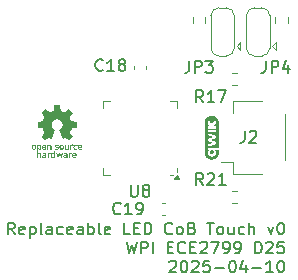
<source format=gbr>
%TF.GenerationSoftware,KiCad,Pcbnew,9.0.0-9.0.0-2~ubuntu24.04.1*%
%TF.CreationDate,2025-04-10T08:36:23-04:00*%
%TF.ProjectId,Touch,546f7563-682e-46b6-9963-61645f706362,0*%
%TF.SameCoordinates,Original*%
%TF.FileFunction,Legend,Top*%
%TF.FilePolarity,Positive*%
%FSLAX46Y46*%
G04 Gerber Fmt 4.6, Leading zero omitted, Abs format (unit mm)*
G04 Created by KiCad (PCBNEW 9.0.0-9.0.0-2~ubuntu24.04.1) date 2025-04-10 08:36:23*
%MOMM*%
%LPD*%
G01*
G04 APERTURE LIST*
%ADD10C,0.150000*%
%ADD11C,0.120000*%
%ADD12C,0.000000*%
G04 APERTURE END LIST*
D10*
X199401311Y-151149931D02*
X199067978Y-150673740D01*
X198829883Y-151149931D02*
X198829883Y-150149931D01*
X198829883Y-150149931D02*
X199210835Y-150149931D01*
X199210835Y-150149931D02*
X199306073Y-150197550D01*
X199306073Y-150197550D02*
X199353692Y-150245169D01*
X199353692Y-150245169D02*
X199401311Y-150340407D01*
X199401311Y-150340407D02*
X199401311Y-150483264D01*
X199401311Y-150483264D02*
X199353692Y-150578502D01*
X199353692Y-150578502D02*
X199306073Y-150626121D01*
X199306073Y-150626121D02*
X199210835Y-150673740D01*
X199210835Y-150673740D02*
X198829883Y-150673740D01*
X200210835Y-151102312D02*
X200115597Y-151149931D01*
X200115597Y-151149931D02*
X199925121Y-151149931D01*
X199925121Y-151149931D02*
X199829883Y-151102312D01*
X199829883Y-151102312D02*
X199782264Y-151007073D01*
X199782264Y-151007073D02*
X199782264Y-150626121D01*
X199782264Y-150626121D02*
X199829883Y-150530883D01*
X199829883Y-150530883D02*
X199925121Y-150483264D01*
X199925121Y-150483264D02*
X200115597Y-150483264D01*
X200115597Y-150483264D02*
X200210835Y-150530883D01*
X200210835Y-150530883D02*
X200258454Y-150626121D01*
X200258454Y-150626121D02*
X200258454Y-150721359D01*
X200258454Y-150721359D02*
X199782264Y-150816597D01*
X200687026Y-150483264D02*
X200687026Y-151483264D01*
X200687026Y-150530883D02*
X200782264Y-150483264D01*
X200782264Y-150483264D02*
X200972740Y-150483264D01*
X200972740Y-150483264D02*
X201067978Y-150530883D01*
X201067978Y-150530883D02*
X201115597Y-150578502D01*
X201115597Y-150578502D02*
X201163216Y-150673740D01*
X201163216Y-150673740D02*
X201163216Y-150959454D01*
X201163216Y-150959454D02*
X201115597Y-151054692D01*
X201115597Y-151054692D02*
X201067978Y-151102312D01*
X201067978Y-151102312D02*
X200972740Y-151149931D01*
X200972740Y-151149931D02*
X200782264Y-151149931D01*
X200782264Y-151149931D02*
X200687026Y-151102312D01*
X201734645Y-151149931D02*
X201639407Y-151102312D01*
X201639407Y-151102312D02*
X201591788Y-151007073D01*
X201591788Y-151007073D02*
X201591788Y-150149931D01*
X202544169Y-151149931D02*
X202544169Y-150626121D01*
X202544169Y-150626121D02*
X202496550Y-150530883D01*
X202496550Y-150530883D02*
X202401312Y-150483264D01*
X202401312Y-150483264D02*
X202210836Y-150483264D01*
X202210836Y-150483264D02*
X202115598Y-150530883D01*
X202544169Y-151102312D02*
X202448931Y-151149931D01*
X202448931Y-151149931D02*
X202210836Y-151149931D01*
X202210836Y-151149931D02*
X202115598Y-151102312D01*
X202115598Y-151102312D02*
X202067979Y-151007073D01*
X202067979Y-151007073D02*
X202067979Y-150911835D01*
X202067979Y-150911835D02*
X202115598Y-150816597D01*
X202115598Y-150816597D02*
X202210836Y-150768978D01*
X202210836Y-150768978D02*
X202448931Y-150768978D01*
X202448931Y-150768978D02*
X202544169Y-150721359D01*
X203448931Y-151102312D02*
X203353693Y-151149931D01*
X203353693Y-151149931D02*
X203163217Y-151149931D01*
X203163217Y-151149931D02*
X203067979Y-151102312D01*
X203067979Y-151102312D02*
X203020360Y-151054692D01*
X203020360Y-151054692D02*
X202972741Y-150959454D01*
X202972741Y-150959454D02*
X202972741Y-150673740D01*
X202972741Y-150673740D02*
X203020360Y-150578502D01*
X203020360Y-150578502D02*
X203067979Y-150530883D01*
X203067979Y-150530883D02*
X203163217Y-150483264D01*
X203163217Y-150483264D02*
X203353693Y-150483264D01*
X203353693Y-150483264D02*
X203448931Y-150530883D01*
X204258455Y-151102312D02*
X204163217Y-151149931D01*
X204163217Y-151149931D02*
X203972741Y-151149931D01*
X203972741Y-151149931D02*
X203877503Y-151102312D01*
X203877503Y-151102312D02*
X203829884Y-151007073D01*
X203829884Y-151007073D02*
X203829884Y-150626121D01*
X203829884Y-150626121D02*
X203877503Y-150530883D01*
X203877503Y-150530883D02*
X203972741Y-150483264D01*
X203972741Y-150483264D02*
X204163217Y-150483264D01*
X204163217Y-150483264D02*
X204258455Y-150530883D01*
X204258455Y-150530883D02*
X204306074Y-150626121D01*
X204306074Y-150626121D02*
X204306074Y-150721359D01*
X204306074Y-150721359D02*
X203829884Y-150816597D01*
X205163217Y-151149931D02*
X205163217Y-150626121D01*
X205163217Y-150626121D02*
X205115598Y-150530883D01*
X205115598Y-150530883D02*
X205020360Y-150483264D01*
X205020360Y-150483264D02*
X204829884Y-150483264D01*
X204829884Y-150483264D02*
X204734646Y-150530883D01*
X205163217Y-151102312D02*
X205067979Y-151149931D01*
X205067979Y-151149931D02*
X204829884Y-151149931D01*
X204829884Y-151149931D02*
X204734646Y-151102312D01*
X204734646Y-151102312D02*
X204687027Y-151007073D01*
X204687027Y-151007073D02*
X204687027Y-150911835D01*
X204687027Y-150911835D02*
X204734646Y-150816597D01*
X204734646Y-150816597D02*
X204829884Y-150768978D01*
X204829884Y-150768978D02*
X205067979Y-150768978D01*
X205067979Y-150768978D02*
X205163217Y-150721359D01*
X205639408Y-151149931D02*
X205639408Y-150149931D01*
X205639408Y-150530883D02*
X205734646Y-150483264D01*
X205734646Y-150483264D02*
X205925122Y-150483264D01*
X205925122Y-150483264D02*
X206020360Y-150530883D01*
X206020360Y-150530883D02*
X206067979Y-150578502D01*
X206067979Y-150578502D02*
X206115598Y-150673740D01*
X206115598Y-150673740D02*
X206115598Y-150959454D01*
X206115598Y-150959454D02*
X206067979Y-151054692D01*
X206067979Y-151054692D02*
X206020360Y-151102312D01*
X206020360Y-151102312D02*
X205925122Y-151149931D01*
X205925122Y-151149931D02*
X205734646Y-151149931D01*
X205734646Y-151149931D02*
X205639408Y-151102312D01*
X206687027Y-151149931D02*
X206591789Y-151102312D01*
X206591789Y-151102312D02*
X206544170Y-151007073D01*
X206544170Y-151007073D02*
X206544170Y-150149931D01*
X207448932Y-151102312D02*
X207353694Y-151149931D01*
X207353694Y-151149931D02*
X207163218Y-151149931D01*
X207163218Y-151149931D02*
X207067980Y-151102312D01*
X207067980Y-151102312D02*
X207020361Y-151007073D01*
X207020361Y-151007073D02*
X207020361Y-150626121D01*
X207020361Y-150626121D02*
X207067980Y-150530883D01*
X207067980Y-150530883D02*
X207163218Y-150483264D01*
X207163218Y-150483264D02*
X207353694Y-150483264D01*
X207353694Y-150483264D02*
X207448932Y-150530883D01*
X207448932Y-150530883D02*
X207496551Y-150626121D01*
X207496551Y-150626121D02*
X207496551Y-150721359D01*
X207496551Y-150721359D02*
X207020361Y-150816597D01*
X209163218Y-151149931D02*
X208687028Y-151149931D01*
X208687028Y-151149931D02*
X208687028Y-150149931D01*
X209496552Y-150626121D02*
X209829885Y-150626121D01*
X209972742Y-151149931D02*
X209496552Y-151149931D01*
X209496552Y-151149931D02*
X209496552Y-150149931D01*
X209496552Y-150149931D02*
X209972742Y-150149931D01*
X210401314Y-151149931D02*
X210401314Y-150149931D01*
X210401314Y-150149931D02*
X210639409Y-150149931D01*
X210639409Y-150149931D02*
X210782266Y-150197550D01*
X210782266Y-150197550D02*
X210877504Y-150292788D01*
X210877504Y-150292788D02*
X210925123Y-150388026D01*
X210925123Y-150388026D02*
X210972742Y-150578502D01*
X210972742Y-150578502D02*
X210972742Y-150721359D01*
X210972742Y-150721359D02*
X210925123Y-150911835D01*
X210925123Y-150911835D02*
X210877504Y-151007073D01*
X210877504Y-151007073D02*
X210782266Y-151102312D01*
X210782266Y-151102312D02*
X210639409Y-151149931D01*
X210639409Y-151149931D02*
X210401314Y-151149931D01*
X212734647Y-151054692D02*
X212687028Y-151102312D01*
X212687028Y-151102312D02*
X212544171Y-151149931D01*
X212544171Y-151149931D02*
X212448933Y-151149931D01*
X212448933Y-151149931D02*
X212306076Y-151102312D01*
X212306076Y-151102312D02*
X212210838Y-151007073D01*
X212210838Y-151007073D02*
X212163219Y-150911835D01*
X212163219Y-150911835D02*
X212115600Y-150721359D01*
X212115600Y-150721359D02*
X212115600Y-150578502D01*
X212115600Y-150578502D02*
X212163219Y-150388026D01*
X212163219Y-150388026D02*
X212210838Y-150292788D01*
X212210838Y-150292788D02*
X212306076Y-150197550D01*
X212306076Y-150197550D02*
X212448933Y-150149931D01*
X212448933Y-150149931D02*
X212544171Y-150149931D01*
X212544171Y-150149931D02*
X212687028Y-150197550D01*
X212687028Y-150197550D02*
X212734647Y-150245169D01*
X213306076Y-151149931D02*
X213210838Y-151102312D01*
X213210838Y-151102312D02*
X213163219Y-151054692D01*
X213163219Y-151054692D02*
X213115600Y-150959454D01*
X213115600Y-150959454D02*
X213115600Y-150673740D01*
X213115600Y-150673740D02*
X213163219Y-150578502D01*
X213163219Y-150578502D02*
X213210838Y-150530883D01*
X213210838Y-150530883D02*
X213306076Y-150483264D01*
X213306076Y-150483264D02*
X213448933Y-150483264D01*
X213448933Y-150483264D02*
X213544171Y-150530883D01*
X213544171Y-150530883D02*
X213591790Y-150578502D01*
X213591790Y-150578502D02*
X213639409Y-150673740D01*
X213639409Y-150673740D02*
X213639409Y-150959454D01*
X213639409Y-150959454D02*
X213591790Y-151054692D01*
X213591790Y-151054692D02*
X213544171Y-151102312D01*
X213544171Y-151102312D02*
X213448933Y-151149931D01*
X213448933Y-151149931D02*
X213306076Y-151149931D01*
X214401314Y-150626121D02*
X214544171Y-150673740D01*
X214544171Y-150673740D02*
X214591790Y-150721359D01*
X214591790Y-150721359D02*
X214639409Y-150816597D01*
X214639409Y-150816597D02*
X214639409Y-150959454D01*
X214639409Y-150959454D02*
X214591790Y-151054692D01*
X214591790Y-151054692D02*
X214544171Y-151102312D01*
X214544171Y-151102312D02*
X214448933Y-151149931D01*
X214448933Y-151149931D02*
X214067981Y-151149931D01*
X214067981Y-151149931D02*
X214067981Y-150149931D01*
X214067981Y-150149931D02*
X214401314Y-150149931D01*
X214401314Y-150149931D02*
X214496552Y-150197550D01*
X214496552Y-150197550D02*
X214544171Y-150245169D01*
X214544171Y-150245169D02*
X214591790Y-150340407D01*
X214591790Y-150340407D02*
X214591790Y-150435645D01*
X214591790Y-150435645D02*
X214544171Y-150530883D01*
X214544171Y-150530883D02*
X214496552Y-150578502D01*
X214496552Y-150578502D02*
X214401314Y-150626121D01*
X214401314Y-150626121D02*
X214067981Y-150626121D01*
X215687029Y-150149931D02*
X216258457Y-150149931D01*
X215972743Y-151149931D02*
X215972743Y-150149931D01*
X216734648Y-151149931D02*
X216639410Y-151102312D01*
X216639410Y-151102312D02*
X216591791Y-151054692D01*
X216591791Y-151054692D02*
X216544172Y-150959454D01*
X216544172Y-150959454D02*
X216544172Y-150673740D01*
X216544172Y-150673740D02*
X216591791Y-150578502D01*
X216591791Y-150578502D02*
X216639410Y-150530883D01*
X216639410Y-150530883D02*
X216734648Y-150483264D01*
X216734648Y-150483264D02*
X216877505Y-150483264D01*
X216877505Y-150483264D02*
X216972743Y-150530883D01*
X216972743Y-150530883D02*
X217020362Y-150578502D01*
X217020362Y-150578502D02*
X217067981Y-150673740D01*
X217067981Y-150673740D02*
X217067981Y-150959454D01*
X217067981Y-150959454D02*
X217020362Y-151054692D01*
X217020362Y-151054692D02*
X216972743Y-151102312D01*
X216972743Y-151102312D02*
X216877505Y-151149931D01*
X216877505Y-151149931D02*
X216734648Y-151149931D01*
X217925124Y-150483264D02*
X217925124Y-151149931D01*
X217496553Y-150483264D02*
X217496553Y-151007073D01*
X217496553Y-151007073D02*
X217544172Y-151102312D01*
X217544172Y-151102312D02*
X217639410Y-151149931D01*
X217639410Y-151149931D02*
X217782267Y-151149931D01*
X217782267Y-151149931D02*
X217877505Y-151102312D01*
X217877505Y-151102312D02*
X217925124Y-151054692D01*
X218829886Y-151102312D02*
X218734648Y-151149931D01*
X218734648Y-151149931D02*
X218544172Y-151149931D01*
X218544172Y-151149931D02*
X218448934Y-151102312D01*
X218448934Y-151102312D02*
X218401315Y-151054692D01*
X218401315Y-151054692D02*
X218353696Y-150959454D01*
X218353696Y-150959454D02*
X218353696Y-150673740D01*
X218353696Y-150673740D02*
X218401315Y-150578502D01*
X218401315Y-150578502D02*
X218448934Y-150530883D01*
X218448934Y-150530883D02*
X218544172Y-150483264D01*
X218544172Y-150483264D02*
X218734648Y-150483264D01*
X218734648Y-150483264D02*
X218829886Y-150530883D01*
X219258458Y-151149931D02*
X219258458Y-150149931D01*
X219687029Y-151149931D02*
X219687029Y-150626121D01*
X219687029Y-150626121D02*
X219639410Y-150530883D01*
X219639410Y-150530883D02*
X219544172Y-150483264D01*
X219544172Y-150483264D02*
X219401315Y-150483264D01*
X219401315Y-150483264D02*
X219306077Y-150530883D01*
X219306077Y-150530883D02*
X219258458Y-150578502D01*
X220829887Y-150483264D02*
X221067982Y-151149931D01*
X221067982Y-151149931D02*
X221306077Y-150483264D01*
X221877506Y-150149931D02*
X221972744Y-150149931D01*
X221972744Y-150149931D02*
X222067982Y-150197550D01*
X222067982Y-150197550D02*
X222115601Y-150245169D01*
X222115601Y-150245169D02*
X222163220Y-150340407D01*
X222163220Y-150340407D02*
X222210839Y-150530883D01*
X222210839Y-150530883D02*
X222210839Y-150768978D01*
X222210839Y-150768978D02*
X222163220Y-150959454D01*
X222163220Y-150959454D02*
X222115601Y-151054692D01*
X222115601Y-151054692D02*
X222067982Y-151102312D01*
X222067982Y-151102312D02*
X221972744Y-151149931D01*
X221972744Y-151149931D02*
X221877506Y-151149931D01*
X221877506Y-151149931D02*
X221782268Y-151102312D01*
X221782268Y-151102312D02*
X221734649Y-151054692D01*
X221734649Y-151054692D02*
X221687030Y-150959454D01*
X221687030Y-150959454D02*
X221639411Y-150768978D01*
X221639411Y-150768978D02*
X221639411Y-150530883D01*
X221639411Y-150530883D02*
X221687030Y-150340407D01*
X221687030Y-150340407D02*
X221734649Y-150245169D01*
X221734649Y-150245169D02*
X221782268Y-150197550D01*
X221782268Y-150197550D02*
X221877506Y-150149931D01*
X208877506Y-151759875D02*
X209115601Y-152759875D01*
X209115601Y-152759875D02*
X209306077Y-152045589D01*
X209306077Y-152045589D02*
X209496553Y-152759875D01*
X209496553Y-152759875D02*
X209734649Y-151759875D01*
X210115601Y-152759875D02*
X210115601Y-151759875D01*
X210115601Y-151759875D02*
X210496553Y-151759875D01*
X210496553Y-151759875D02*
X210591791Y-151807494D01*
X210591791Y-151807494D02*
X210639410Y-151855113D01*
X210639410Y-151855113D02*
X210687029Y-151950351D01*
X210687029Y-151950351D02*
X210687029Y-152093208D01*
X210687029Y-152093208D02*
X210639410Y-152188446D01*
X210639410Y-152188446D02*
X210591791Y-152236065D01*
X210591791Y-152236065D02*
X210496553Y-152283684D01*
X210496553Y-152283684D02*
X210115601Y-152283684D01*
X211115601Y-152759875D02*
X211115601Y-151759875D01*
X212353696Y-152236065D02*
X212687029Y-152236065D01*
X212829886Y-152759875D02*
X212353696Y-152759875D01*
X212353696Y-152759875D02*
X212353696Y-151759875D01*
X212353696Y-151759875D02*
X212829886Y-151759875D01*
X213829886Y-152664636D02*
X213782267Y-152712256D01*
X213782267Y-152712256D02*
X213639410Y-152759875D01*
X213639410Y-152759875D02*
X213544172Y-152759875D01*
X213544172Y-152759875D02*
X213401315Y-152712256D01*
X213401315Y-152712256D02*
X213306077Y-152617017D01*
X213306077Y-152617017D02*
X213258458Y-152521779D01*
X213258458Y-152521779D02*
X213210839Y-152331303D01*
X213210839Y-152331303D02*
X213210839Y-152188446D01*
X213210839Y-152188446D02*
X213258458Y-151997970D01*
X213258458Y-151997970D02*
X213306077Y-151902732D01*
X213306077Y-151902732D02*
X213401315Y-151807494D01*
X213401315Y-151807494D02*
X213544172Y-151759875D01*
X213544172Y-151759875D02*
X213639410Y-151759875D01*
X213639410Y-151759875D02*
X213782267Y-151807494D01*
X213782267Y-151807494D02*
X213829886Y-151855113D01*
X214258458Y-152236065D02*
X214591791Y-152236065D01*
X214734648Y-152759875D02*
X214258458Y-152759875D01*
X214258458Y-152759875D02*
X214258458Y-151759875D01*
X214258458Y-151759875D02*
X214734648Y-151759875D01*
X215115601Y-151855113D02*
X215163220Y-151807494D01*
X215163220Y-151807494D02*
X215258458Y-151759875D01*
X215258458Y-151759875D02*
X215496553Y-151759875D01*
X215496553Y-151759875D02*
X215591791Y-151807494D01*
X215591791Y-151807494D02*
X215639410Y-151855113D01*
X215639410Y-151855113D02*
X215687029Y-151950351D01*
X215687029Y-151950351D02*
X215687029Y-152045589D01*
X215687029Y-152045589D02*
X215639410Y-152188446D01*
X215639410Y-152188446D02*
X215067982Y-152759875D01*
X215067982Y-152759875D02*
X215687029Y-152759875D01*
X216020363Y-151759875D02*
X216687029Y-151759875D01*
X216687029Y-151759875D02*
X216258458Y-152759875D01*
X217115601Y-152759875D02*
X217306077Y-152759875D01*
X217306077Y-152759875D02*
X217401315Y-152712256D01*
X217401315Y-152712256D02*
X217448934Y-152664636D01*
X217448934Y-152664636D02*
X217544172Y-152521779D01*
X217544172Y-152521779D02*
X217591791Y-152331303D01*
X217591791Y-152331303D02*
X217591791Y-151950351D01*
X217591791Y-151950351D02*
X217544172Y-151855113D01*
X217544172Y-151855113D02*
X217496553Y-151807494D01*
X217496553Y-151807494D02*
X217401315Y-151759875D01*
X217401315Y-151759875D02*
X217210839Y-151759875D01*
X217210839Y-151759875D02*
X217115601Y-151807494D01*
X217115601Y-151807494D02*
X217067982Y-151855113D01*
X217067982Y-151855113D02*
X217020363Y-151950351D01*
X217020363Y-151950351D02*
X217020363Y-152188446D01*
X217020363Y-152188446D02*
X217067982Y-152283684D01*
X217067982Y-152283684D02*
X217115601Y-152331303D01*
X217115601Y-152331303D02*
X217210839Y-152378922D01*
X217210839Y-152378922D02*
X217401315Y-152378922D01*
X217401315Y-152378922D02*
X217496553Y-152331303D01*
X217496553Y-152331303D02*
X217544172Y-152283684D01*
X217544172Y-152283684D02*
X217591791Y-152188446D01*
X218067982Y-152759875D02*
X218258458Y-152759875D01*
X218258458Y-152759875D02*
X218353696Y-152712256D01*
X218353696Y-152712256D02*
X218401315Y-152664636D01*
X218401315Y-152664636D02*
X218496553Y-152521779D01*
X218496553Y-152521779D02*
X218544172Y-152331303D01*
X218544172Y-152331303D02*
X218544172Y-151950351D01*
X218544172Y-151950351D02*
X218496553Y-151855113D01*
X218496553Y-151855113D02*
X218448934Y-151807494D01*
X218448934Y-151807494D02*
X218353696Y-151759875D01*
X218353696Y-151759875D02*
X218163220Y-151759875D01*
X218163220Y-151759875D02*
X218067982Y-151807494D01*
X218067982Y-151807494D02*
X218020363Y-151855113D01*
X218020363Y-151855113D02*
X217972744Y-151950351D01*
X217972744Y-151950351D02*
X217972744Y-152188446D01*
X217972744Y-152188446D02*
X218020363Y-152283684D01*
X218020363Y-152283684D02*
X218067982Y-152331303D01*
X218067982Y-152331303D02*
X218163220Y-152378922D01*
X218163220Y-152378922D02*
X218353696Y-152378922D01*
X218353696Y-152378922D02*
X218448934Y-152331303D01*
X218448934Y-152331303D02*
X218496553Y-152283684D01*
X218496553Y-152283684D02*
X218544172Y-152188446D01*
X219734649Y-152759875D02*
X219734649Y-151759875D01*
X219734649Y-151759875D02*
X219972744Y-151759875D01*
X219972744Y-151759875D02*
X220115601Y-151807494D01*
X220115601Y-151807494D02*
X220210839Y-151902732D01*
X220210839Y-151902732D02*
X220258458Y-151997970D01*
X220258458Y-151997970D02*
X220306077Y-152188446D01*
X220306077Y-152188446D02*
X220306077Y-152331303D01*
X220306077Y-152331303D02*
X220258458Y-152521779D01*
X220258458Y-152521779D02*
X220210839Y-152617017D01*
X220210839Y-152617017D02*
X220115601Y-152712256D01*
X220115601Y-152712256D02*
X219972744Y-152759875D01*
X219972744Y-152759875D02*
X219734649Y-152759875D01*
X220687030Y-151855113D02*
X220734649Y-151807494D01*
X220734649Y-151807494D02*
X220829887Y-151759875D01*
X220829887Y-151759875D02*
X221067982Y-151759875D01*
X221067982Y-151759875D02*
X221163220Y-151807494D01*
X221163220Y-151807494D02*
X221210839Y-151855113D01*
X221210839Y-151855113D02*
X221258458Y-151950351D01*
X221258458Y-151950351D02*
X221258458Y-152045589D01*
X221258458Y-152045589D02*
X221210839Y-152188446D01*
X221210839Y-152188446D02*
X220639411Y-152759875D01*
X220639411Y-152759875D02*
X221258458Y-152759875D01*
X222163220Y-151759875D02*
X221687030Y-151759875D01*
X221687030Y-151759875D02*
X221639411Y-152236065D01*
X221639411Y-152236065D02*
X221687030Y-152188446D01*
X221687030Y-152188446D02*
X221782268Y-152140827D01*
X221782268Y-152140827D02*
X222020363Y-152140827D01*
X222020363Y-152140827D02*
X222115601Y-152188446D01*
X222115601Y-152188446D02*
X222163220Y-152236065D01*
X222163220Y-152236065D02*
X222210839Y-152331303D01*
X222210839Y-152331303D02*
X222210839Y-152569398D01*
X222210839Y-152569398D02*
X222163220Y-152664636D01*
X222163220Y-152664636D02*
X222115601Y-152712256D01*
X222115601Y-152712256D02*
X222020363Y-152759875D01*
X222020363Y-152759875D02*
X221782268Y-152759875D01*
X221782268Y-152759875D02*
X221687030Y-152712256D01*
X221687030Y-152712256D02*
X221639411Y-152664636D01*
X212496554Y-153465057D02*
X212544173Y-153417438D01*
X212544173Y-153417438D02*
X212639411Y-153369819D01*
X212639411Y-153369819D02*
X212877506Y-153369819D01*
X212877506Y-153369819D02*
X212972744Y-153417438D01*
X212972744Y-153417438D02*
X213020363Y-153465057D01*
X213020363Y-153465057D02*
X213067982Y-153560295D01*
X213067982Y-153560295D02*
X213067982Y-153655533D01*
X213067982Y-153655533D02*
X213020363Y-153798390D01*
X213020363Y-153798390D02*
X212448935Y-154369819D01*
X212448935Y-154369819D02*
X213067982Y-154369819D01*
X213687030Y-153369819D02*
X213782268Y-153369819D01*
X213782268Y-153369819D02*
X213877506Y-153417438D01*
X213877506Y-153417438D02*
X213925125Y-153465057D01*
X213925125Y-153465057D02*
X213972744Y-153560295D01*
X213972744Y-153560295D02*
X214020363Y-153750771D01*
X214020363Y-153750771D02*
X214020363Y-153988866D01*
X214020363Y-153988866D02*
X213972744Y-154179342D01*
X213972744Y-154179342D02*
X213925125Y-154274580D01*
X213925125Y-154274580D02*
X213877506Y-154322200D01*
X213877506Y-154322200D02*
X213782268Y-154369819D01*
X213782268Y-154369819D02*
X213687030Y-154369819D01*
X213687030Y-154369819D02*
X213591792Y-154322200D01*
X213591792Y-154322200D02*
X213544173Y-154274580D01*
X213544173Y-154274580D02*
X213496554Y-154179342D01*
X213496554Y-154179342D02*
X213448935Y-153988866D01*
X213448935Y-153988866D02*
X213448935Y-153750771D01*
X213448935Y-153750771D02*
X213496554Y-153560295D01*
X213496554Y-153560295D02*
X213544173Y-153465057D01*
X213544173Y-153465057D02*
X213591792Y-153417438D01*
X213591792Y-153417438D02*
X213687030Y-153369819D01*
X214401316Y-153465057D02*
X214448935Y-153417438D01*
X214448935Y-153417438D02*
X214544173Y-153369819D01*
X214544173Y-153369819D02*
X214782268Y-153369819D01*
X214782268Y-153369819D02*
X214877506Y-153417438D01*
X214877506Y-153417438D02*
X214925125Y-153465057D01*
X214925125Y-153465057D02*
X214972744Y-153560295D01*
X214972744Y-153560295D02*
X214972744Y-153655533D01*
X214972744Y-153655533D02*
X214925125Y-153798390D01*
X214925125Y-153798390D02*
X214353697Y-154369819D01*
X214353697Y-154369819D02*
X214972744Y-154369819D01*
X215877506Y-153369819D02*
X215401316Y-153369819D01*
X215401316Y-153369819D02*
X215353697Y-153846009D01*
X215353697Y-153846009D02*
X215401316Y-153798390D01*
X215401316Y-153798390D02*
X215496554Y-153750771D01*
X215496554Y-153750771D02*
X215734649Y-153750771D01*
X215734649Y-153750771D02*
X215829887Y-153798390D01*
X215829887Y-153798390D02*
X215877506Y-153846009D01*
X215877506Y-153846009D02*
X215925125Y-153941247D01*
X215925125Y-153941247D02*
X215925125Y-154179342D01*
X215925125Y-154179342D02*
X215877506Y-154274580D01*
X215877506Y-154274580D02*
X215829887Y-154322200D01*
X215829887Y-154322200D02*
X215734649Y-154369819D01*
X215734649Y-154369819D02*
X215496554Y-154369819D01*
X215496554Y-154369819D02*
X215401316Y-154322200D01*
X215401316Y-154322200D02*
X215353697Y-154274580D01*
X216353697Y-153988866D02*
X217115602Y-153988866D01*
X217782268Y-153369819D02*
X217877506Y-153369819D01*
X217877506Y-153369819D02*
X217972744Y-153417438D01*
X217972744Y-153417438D02*
X218020363Y-153465057D01*
X218020363Y-153465057D02*
X218067982Y-153560295D01*
X218067982Y-153560295D02*
X218115601Y-153750771D01*
X218115601Y-153750771D02*
X218115601Y-153988866D01*
X218115601Y-153988866D02*
X218067982Y-154179342D01*
X218067982Y-154179342D02*
X218020363Y-154274580D01*
X218020363Y-154274580D02*
X217972744Y-154322200D01*
X217972744Y-154322200D02*
X217877506Y-154369819D01*
X217877506Y-154369819D02*
X217782268Y-154369819D01*
X217782268Y-154369819D02*
X217687030Y-154322200D01*
X217687030Y-154322200D02*
X217639411Y-154274580D01*
X217639411Y-154274580D02*
X217591792Y-154179342D01*
X217591792Y-154179342D02*
X217544173Y-153988866D01*
X217544173Y-153988866D02*
X217544173Y-153750771D01*
X217544173Y-153750771D02*
X217591792Y-153560295D01*
X217591792Y-153560295D02*
X217639411Y-153465057D01*
X217639411Y-153465057D02*
X217687030Y-153417438D01*
X217687030Y-153417438D02*
X217782268Y-153369819D01*
X218972744Y-153703152D02*
X218972744Y-154369819D01*
X218734649Y-153322200D02*
X218496554Y-154036485D01*
X218496554Y-154036485D02*
X219115601Y-154036485D01*
X219496554Y-153988866D02*
X220258459Y-153988866D01*
X221258458Y-154369819D02*
X220687030Y-154369819D01*
X220972744Y-154369819D02*
X220972744Y-153369819D01*
X220972744Y-153369819D02*
X220877506Y-153512676D01*
X220877506Y-153512676D02*
X220782268Y-153607914D01*
X220782268Y-153607914D02*
X220687030Y-153655533D01*
X221877506Y-153369819D02*
X221972744Y-153369819D01*
X221972744Y-153369819D02*
X222067982Y-153417438D01*
X222067982Y-153417438D02*
X222115601Y-153465057D01*
X222115601Y-153465057D02*
X222163220Y-153560295D01*
X222163220Y-153560295D02*
X222210839Y-153750771D01*
X222210839Y-153750771D02*
X222210839Y-153988866D01*
X222210839Y-153988866D02*
X222163220Y-154179342D01*
X222163220Y-154179342D02*
X222115601Y-154274580D01*
X222115601Y-154274580D02*
X222067982Y-154322200D01*
X222067982Y-154322200D02*
X221972744Y-154369819D01*
X221972744Y-154369819D02*
X221877506Y-154369819D01*
X221877506Y-154369819D02*
X221782268Y-154322200D01*
X221782268Y-154322200D02*
X221734649Y-154274580D01*
X221734649Y-154274580D02*
X221687030Y-154179342D01*
X221687030Y-154179342D02*
X221639411Y-153988866D01*
X221639411Y-153988866D02*
X221639411Y-153750771D01*
X221639411Y-153750771D02*
X221687030Y-153560295D01*
X221687030Y-153560295D02*
X221734649Y-153465057D01*
X221734649Y-153465057D02*
X221782268Y-153417438D01*
X221782268Y-153417438D02*
X221877506Y-153369819D01*
X206857142Y-137219000D02*
X206809523Y-137266620D01*
X206809523Y-137266620D02*
X206666666Y-137314239D01*
X206666666Y-137314239D02*
X206571428Y-137314239D01*
X206571428Y-137314239D02*
X206428571Y-137266620D01*
X206428571Y-137266620D02*
X206333333Y-137171381D01*
X206333333Y-137171381D02*
X206285714Y-137076143D01*
X206285714Y-137076143D02*
X206238095Y-136885667D01*
X206238095Y-136885667D02*
X206238095Y-136742810D01*
X206238095Y-136742810D02*
X206285714Y-136552334D01*
X206285714Y-136552334D02*
X206333333Y-136457096D01*
X206333333Y-136457096D02*
X206428571Y-136361858D01*
X206428571Y-136361858D02*
X206571428Y-136314239D01*
X206571428Y-136314239D02*
X206666666Y-136314239D01*
X206666666Y-136314239D02*
X206809523Y-136361858D01*
X206809523Y-136361858D02*
X206857142Y-136409477D01*
X207809523Y-137314239D02*
X207238095Y-137314239D01*
X207523809Y-137314239D02*
X207523809Y-136314239D01*
X207523809Y-136314239D02*
X207428571Y-136457096D01*
X207428571Y-136457096D02*
X207333333Y-136552334D01*
X207333333Y-136552334D02*
X207238095Y-136599953D01*
X208380952Y-136742810D02*
X208285714Y-136695191D01*
X208285714Y-136695191D02*
X208238095Y-136647572D01*
X208238095Y-136647572D02*
X208190476Y-136552334D01*
X208190476Y-136552334D02*
X208190476Y-136504715D01*
X208190476Y-136504715D02*
X208238095Y-136409477D01*
X208238095Y-136409477D02*
X208285714Y-136361858D01*
X208285714Y-136361858D02*
X208380952Y-136314239D01*
X208380952Y-136314239D02*
X208571428Y-136314239D01*
X208571428Y-136314239D02*
X208666666Y-136361858D01*
X208666666Y-136361858D02*
X208714285Y-136409477D01*
X208714285Y-136409477D02*
X208761904Y-136504715D01*
X208761904Y-136504715D02*
X208761904Y-136552334D01*
X208761904Y-136552334D02*
X208714285Y-136647572D01*
X208714285Y-136647572D02*
X208666666Y-136695191D01*
X208666666Y-136695191D02*
X208571428Y-136742810D01*
X208571428Y-136742810D02*
X208380952Y-136742810D01*
X208380952Y-136742810D02*
X208285714Y-136790429D01*
X208285714Y-136790429D02*
X208238095Y-136838048D01*
X208238095Y-136838048D02*
X208190476Y-136933286D01*
X208190476Y-136933286D02*
X208190476Y-137123762D01*
X208190476Y-137123762D02*
X208238095Y-137219000D01*
X208238095Y-137219000D02*
X208285714Y-137266620D01*
X208285714Y-137266620D02*
X208380952Y-137314239D01*
X208380952Y-137314239D02*
X208571428Y-137314239D01*
X208571428Y-137314239D02*
X208666666Y-137266620D01*
X208666666Y-137266620D02*
X208714285Y-137219000D01*
X208714285Y-137219000D02*
X208761904Y-137123762D01*
X208761904Y-137123762D02*
X208761904Y-136933286D01*
X208761904Y-136933286D02*
X208714285Y-136838048D01*
X208714285Y-136838048D02*
X208666666Y-136790429D01*
X208666666Y-136790429D02*
X208571428Y-136742810D01*
X215357142Y-139954819D02*
X215023809Y-139478628D01*
X214785714Y-139954819D02*
X214785714Y-138954819D01*
X214785714Y-138954819D02*
X215166666Y-138954819D01*
X215166666Y-138954819D02*
X215261904Y-139002438D01*
X215261904Y-139002438D02*
X215309523Y-139050057D01*
X215309523Y-139050057D02*
X215357142Y-139145295D01*
X215357142Y-139145295D02*
X215357142Y-139288152D01*
X215357142Y-139288152D02*
X215309523Y-139383390D01*
X215309523Y-139383390D02*
X215261904Y-139431009D01*
X215261904Y-139431009D02*
X215166666Y-139478628D01*
X215166666Y-139478628D02*
X214785714Y-139478628D01*
X216309523Y-139954819D02*
X215738095Y-139954819D01*
X216023809Y-139954819D02*
X216023809Y-138954819D01*
X216023809Y-138954819D02*
X215928571Y-139097676D01*
X215928571Y-139097676D02*
X215833333Y-139192914D01*
X215833333Y-139192914D02*
X215738095Y-139240533D01*
X216642857Y-138954819D02*
X217309523Y-138954819D01*
X217309523Y-138954819D02*
X216880952Y-139954819D01*
X218869730Y-142384819D02*
X218869730Y-143099104D01*
X218869730Y-143099104D02*
X218822111Y-143241961D01*
X218822111Y-143241961D02*
X218726873Y-143337200D01*
X218726873Y-143337200D02*
X218584016Y-143384819D01*
X218584016Y-143384819D02*
X218488778Y-143384819D01*
X219298302Y-142480057D02*
X219345921Y-142432438D01*
X219345921Y-142432438D02*
X219441159Y-142384819D01*
X219441159Y-142384819D02*
X219679254Y-142384819D01*
X219679254Y-142384819D02*
X219774492Y-142432438D01*
X219774492Y-142432438D02*
X219822111Y-142480057D01*
X219822111Y-142480057D02*
X219869730Y-142575295D01*
X219869730Y-142575295D02*
X219869730Y-142670533D01*
X219869730Y-142670533D02*
X219822111Y-142813390D01*
X219822111Y-142813390D02*
X219250683Y-143384819D01*
X219250683Y-143384819D02*
X219869730Y-143384819D01*
X209238095Y-146954819D02*
X209238095Y-147764342D01*
X209238095Y-147764342D02*
X209285714Y-147859580D01*
X209285714Y-147859580D02*
X209333333Y-147907200D01*
X209333333Y-147907200D02*
X209428571Y-147954819D01*
X209428571Y-147954819D02*
X209619047Y-147954819D01*
X209619047Y-147954819D02*
X209714285Y-147907200D01*
X209714285Y-147907200D02*
X209761904Y-147859580D01*
X209761904Y-147859580D02*
X209809523Y-147764342D01*
X209809523Y-147764342D02*
X209809523Y-146954819D01*
X210428571Y-147383390D02*
X210333333Y-147335771D01*
X210333333Y-147335771D02*
X210285714Y-147288152D01*
X210285714Y-147288152D02*
X210238095Y-147192914D01*
X210238095Y-147192914D02*
X210238095Y-147145295D01*
X210238095Y-147145295D02*
X210285714Y-147050057D01*
X210285714Y-147050057D02*
X210333333Y-147002438D01*
X210333333Y-147002438D02*
X210428571Y-146954819D01*
X210428571Y-146954819D02*
X210619047Y-146954819D01*
X210619047Y-146954819D02*
X210714285Y-147002438D01*
X210714285Y-147002438D02*
X210761904Y-147050057D01*
X210761904Y-147050057D02*
X210809523Y-147145295D01*
X210809523Y-147145295D02*
X210809523Y-147192914D01*
X210809523Y-147192914D02*
X210761904Y-147288152D01*
X210761904Y-147288152D02*
X210714285Y-147335771D01*
X210714285Y-147335771D02*
X210619047Y-147383390D01*
X210619047Y-147383390D02*
X210428571Y-147383390D01*
X210428571Y-147383390D02*
X210333333Y-147431009D01*
X210333333Y-147431009D02*
X210285714Y-147478628D01*
X210285714Y-147478628D02*
X210238095Y-147573866D01*
X210238095Y-147573866D02*
X210238095Y-147764342D01*
X210238095Y-147764342D02*
X210285714Y-147859580D01*
X210285714Y-147859580D02*
X210333333Y-147907200D01*
X210333333Y-147907200D02*
X210428571Y-147954819D01*
X210428571Y-147954819D02*
X210619047Y-147954819D01*
X210619047Y-147954819D02*
X210714285Y-147907200D01*
X210714285Y-147907200D02*
X210761904Y-147859580D01*
X210761904Y-147859580D02*
X210809523Y-147764342D01*
X210809523Y-147764342D02*
X210809523Y-147573866D01*
X210809523Y-147573866D02*
X210761904Y-147478628D01*
X210761904Y-147478628D02*
X210714285Y-147431009D01*
X210714285Y-147431009D02*
X210619047Y-147383390D01*
X215357142Y-146954819D02*
X215023809Y-146478628D01*
X214785714Y-146954819D02*
X214785714Y-145954819D01*
X214785714Y-145954819D02*
X215166666Y-145954819D01*
X215166666Y-145954819D02*
X215261904Y-146002438D01*
X215261904Y-146002438D02*
X215309523Y-146050057D01*
X215309523Y-146050057D02*
X215357142Y-146145295D01*
X215357142Y-146145295D02*
X215357142Y-146288152D01*
X215357142Y-146288152D02*
X215309523Y-146383390D01*
X215309523Y-146383390D02*
X215261904Y-146431009D01*
X215261904Y-146431009D02*
X215166666Y-146478628D01*
X215166666Y-146478628D02*
X214785714Y-146478628D01*
X215738095Y-146050057D02*
X215785714Y-146002438D01*
X215785714Y-146002438D02*
X215880952Y-145954819D01*
X215880952Y-145954819D02*
X216119047Y-145954819D01*
X216119047Y-145954819D02*
X216214285Y-146002438D01*
X216214285Y-146002438D02*
X216261904Y-146050057D01*
X216261904Y-146050057D02*
X216309523Y-146145295D01*
X216309523Y-146145295D02*
X216309523Y-146240533D01*
X216309523Y-146240533D02*
X216261904Y-146383390D01*
X216261904Y-146383390D02*
X215690476Y-146954819D01*
X215690476Y-146954819D02*
X216309523Y-146954819D01*
X217261904Y-146954819D02*
X216690476Y-146954819D01*
X216976190Y-146954819D02*
X216976190Y-145954819D01*
X216976190Y-145954819D02*
X216880952Y-146097676D01*
X216880952Y-146097676D02*
X216785714Y-146192914D01*
X216785714Y-146192914D02*
X216690476Y-146240533D01*
X208357142Y-149359580D02*
X208309523Y-149407200D01*
X208309523Y-149407200D02*
X208166666Y-149454819D01*
X208166666Y-149454819D02*
X208071428Y-149454819D01*
X208071428Y-149454819D02*
X207928571Y-149407200D01*
X207928571Y-149407200D02*
X207833333Y-149311961D01*
X207833333Y-149311961D02*
X207785714Y-149216723D01*
X207785714Y-149216723D02*
X207738095Y-149026247D01*
X207738095Y-149026247D02*
X207738095Y-148883390D01*
X207738095Y-148883390D02*
X207785714Y-148692914D01*
X207785714Y-148692914D02*
X207833333Y-148597676D01*
X207833333Y-148597676D02*
X207928571Y-148502438D01*
X207928571Y-148502438D02*
X208071428Y-148454819D01*
X208071428Y-148454819D02*
X208166666Y-148454819D01*
X208166666Y-148454819D02*
X208309523Y-148502438D01*
X208309523Y-148502438D02*
X208357142Y-148550057D01*
X209309523Y-149454819D02*
X208738095Y-149454819D01*
X209023809Y-149454819D02*
X209023809Y-148454819D01*
X209023809Y-148454819D02*
X208928571Y-148597676D01*
X208928571Y-148597676D02*
X208833333Y-148692914D01*
X208833333Y-148692914D02*
X208738095Y-148740533D01*
X209785714Y-149454819D02*
X209976190Y-149454819D01*
X209976190Y-149454819D02*
X210071428Y-149407200D01*
X210071428Y-149407200D02*
X210119047Y-149359580D01*
X210119047Y-149359580D02*
X210214285Y-149216723D01*
X210214285Y-149216723D02*
X210261904Y-149026247D01*
X210261904Y-149026247D02*
X210261904Y-148645295D01*
X210261904Y-148645295D02*
X210214285Y-148550057D01*
X210214285Y-148550057D02*
X210166666Y-148502438D01*
X210166666Y-148502438D02*
X210071428Y-148454819D01*
X210071428Y-148454819D02*
X209880952Y-148454819D01*
X209880952Y-148454819D02*
X209785714Y-148502438D01*
X209785714Y-148502438D02*
X209738095Y-148550057D01*
X209738095Y-148550057D02*
X209690476Y-148645295D01*
X209690476Y-148645295D02*
X209690476Y-148883390D01*
X209690476Y-148883390D02*
X209738095Y-148978628D01*
X209738095Y-148978628D02*
X209785714Y-149026247D01*
X209785714Y-149026247D02*
X209880952Y-149073866D01*
X209880952Y-149073866D02*
X210071428Y-149073866D01*
X210071428Y-149073866D02*
X210166666Y-149026247D01*
X210166666Y-149026247D02*
X210214285Y-148978628D01*
X210214285Y-148978628D02*
X210261904Y-148883390D01*
X214166666Y-136454819D02*
X214166666Y-137169104D01*
X214166666Y-137169104D02*
X214119047Y-137311961D01*
X214119047Y-137311961D02*
X214023809Y-137407200D01*
X214023809Y-137407200D02*
X213880952Y-137454819D01*
X213880952Y-137454819D02*
X213785714Y-137454819D01*
X214642857Y-137454819D02*
X214642857Y-136454819D01*
X214642857Y-136454819D02*
X215023809Y-136454819D01*
X215023809Y-136454819D02*
X215119047Y-136502438D01*
X215119047Y-136502438D02*
X215166666Y-136550057D01*
X215166666Y-136550057D02*
X215214285Y-136645295D01*
X215214285Y-136645295D02*
X215214285Y-136788152D01*
X215214285Y-136788152D02*
X215166666Y-136883390D01*
X215166666Y-136883390D02*
X215119047Y-136931009D01*
X215119047Y-136931009D02*
X215023809Y-136978628D01*
X215023809Y-136978628D02*
X214642857Y-136978628D01*
X215547619Y-136454819D02*
X216166666Y-136454819D01*
X216166666Y-136454819D02*
X215833333Y-136835771D01*
X215833333Y-136835771D02*
X215976190Y-136835771D01*
X215976190Y-136835771D02*
X216071428Y-136883390D01*
X216071428Y-136883390D02*
X216119047Y-136931009D01*
X216119047Y-136931009D02*
X216166666Y-137026247D01*
X216166666Y-137026247D02*
X216166666Y-137264342D01*
X216166666Y-137264342D02*
X216119047Y-137359580D01*
X216119047Y-137359580D02*
X216071428Y-137407200D01*
X216071428Y-137407200D02*
X215976190Y-137454819D01*
X215976190Y-137454819D02*
X215690476Y-137454819D01*
X215690476Y-137454819D02*
X215595238Y-137407200D01*
X215595238Y-137407200D02*
X215547619Y-137359580D01*
X220666666Y-136454819D02*
X220666666Y-137169104D01*
X220666666Y-137169104D02*
X220619047Y-137311961D01*
X220619047Y-137311961D02*
X220523809Y-137407200D01*
X220523809Y-137407200D02*
X220380952Y-137454819D01*
X220380952Y-137454819D02*
X220285714Y-137454819D01*
X221142857Y-137454819D02*
X221142857Y-136454819D01*
X221142857Y-136454819D02*
X221523809Y-136454819D01*
X221523809Y-136454819D02*
X221619047Y-136502438D01*
X221619047Y-136502438D02*
X221666666Y-136550057D01*
X221666666Y-136550057D02*
X221714285Y-136645295D01*
X221714285Y-136645295D02*
X221714285Y-136788152D01*
X221714285Y-136788152D02*
X221666666Y-136883390D01*
X221666666Y-136883390D02*
X221619047Y-136931009D01*
X221619047Y-136931009D02*
X221523809Y-136978628D01*
X221523809Y-136978628D02*
X221142857Y-136978628D01*
X222571428Y-136788152D02*
X222571428Y-137454819D01*
X222333333Y-136407200D02*
X222095238Y-137121485D01*
X222095238Y-137121485D02*
X222714285Y-137121485D01*
D11*
%TO.C,R24*%
X221477500Y-133237258D02*
X221477500Y-132762742D01*
X222522500Y-133237258D02*
X222522500Y-132762742D01*
%TO.C,C18*%
X209490000Y-136859420D02*
X209490000Y-137140580D01*
X210510000Y-136859420D02*
X210510000Y-137140580D01*
%TO.C,R17*%
X217762742Y-137477500D02*
X218237258Y-137477500D01*
X217762742Y-138522500D02*
X218237258Y-138522500D01*
%TO.C,J2*%
X217845000Y-139820000D02*
X217845000Y-140870000D01*
X217845000Y-144990000D02*
X216855000Y-144990000D01*
X217845000Y-146040000D02*
X217845000Y-144990000D01*
X220345000Y-139820000D02*
X217845000Y-139820000D01*
X220345000Y-146040000D02*
X217845000Y-146040000D01*
X222315000Y-144870000D02*
X222315000Y-140990000D01*
D12*
G36*
X216093689Y-144029786D02*
G01*
X216103047Y-144030311D01*
X216112203Y-144031178D01*
X216121149Y-144032382D01*
X216129878Y-144033916D01*
X216138383Y-144035775D01*
X216146658Y-144037954D01*
X216154694Y-144040445D01*
X216162486Y-144043244D01*
X216170025Y-144046344D01*
X216177305Y-144049739D01*
X216184319Y-144053424D01*
X216191060Y-144057392D01*
X216197521Y-144061638D01*
X216203693Y-144066157D01*
X216209572Y-144070941D01*
X216215149Y-144075985D01*
X216220417Y-144081283D01*
X216225370Y-144086830D01*
X216230000Y-144092619D01*
X216234300Y-144098645D01*
X216238263Y-144104901D01*
X216241883Y-144111382D01*
X216245151Y-144118082D01*
X216248061Y-144124996D01*
X216250606Y-144132116D01*
X216252779Y-144139437D01*
X216254573Y-144146954D01*
X216255981Y-144154660D01*
X216256995Y-144162550D01*
X216257608Y-144170617D01*
X216257814Y-144178856D01*
X216257608Y-144187212D01*
X216256995Y-144195389D01*
X216255981Y-144203381D01*
X216254573Y-144211183D01*
X216252779Y-144218788D01*
X216250606Y-144226192D01*
X216248061Y-144233389D01*
X216245151Y-144240372D01*
X216241883Y-144247137D01*
X216238263Y-144253678D01*
X216234300Y-144259989D01*
X216230000Y-144266064D01*
X216225370Y-144271898D01*
X216220417Y-144277485D01*
X216215149Y-144282819D01*
X216209572Y-144287895D01*
X216203693Y-144292708D01*
X216197521Y-144297251D01*
X216191060Y-144301518D01*
X216184319Y-144305505D01*
X216177305Y-144309206D01*
X216170025Y-144312614D01*
X216162486Y-144315724D01*
X216154694Y-144318531D01*
X216146658Y-144321029D01*
X216138383Y-144323213D01*
X216129878Y-144325076D01*
X216121149Y-144326612D01*
X216112203Y-144327818D01*
X216103047Y-144328685D01*
X216093689Y-144329210D01*
X216084135Y-144329387D01*
X216074581Y-144329210D01*
X216065222Y-144328685D01*
X216056067Y-144327818D01*
X216047121Y-144326612D01*
X216038391Y-144325076D01*
X216029886Y-144323213D01*
X216021611Y-144321029D01*
X216013574Y-144318531D01*
X216005782Y-144315724D01*
X215998243Y-144312614D01*
X215990962Y-144309206D01*
X215983948Y-144305505D01*
X215977207Y-144301518D01*
X215970746Y-144297251D01*
X215964573Y-144292708D01*
X215958694Y-144287895D01*
X215953117Y-144282819D01*
X215947848Y-144277485D01*
X215942895Y-144271898D01*
X215938265Y-144266064D01*
X215933964Y-144259989D01*
X215930001Y-144253678D01*
X215926381Y-144247137D01*
X215923113Y-144240372D01*
X215920202Y-144233389D01*
X215917657Y-144226192D01*
X215915484Y-144218788D01*
X215913690Y-144211183D01*
X215912282Y-144203381D01*
X215911268Y-144195389D01*
X215910654Y-144187212D01*
X215910448Y-144178856D01*
X215910651Y-144170617D01*
X215911254Y-144162550D01*
X215912251Y-144154660D01*
X215913637Y-144146954D01*
X215915404Y-144139437D01*
X215917547Y-144132116D01*
X215920058Y-144124996D01*
X215922932Y-144118082D01*
X215926162Y-144111382D01*
X215929742Y-144104901D01*
X215933666Y-144098645D01*
X215937926Y-144092619D01*
X215942518Y-144086830D01*
X215947433Y-144081283D01*
X215952667Y-144075985D01*
X215958213Y-144070941D01*
X215964063Y-144066157D01*
X215970213Y-144061638D01*
X215976655Y-144057392D01*
X215983384Y-144053424D01*
X215990392Y-144049739D01*
X215997674Y-144046344D01*
X216005223Y-144043244D01*
X216013032Y-144040445D01*
X216021097Y-144037954D01*
X216029409Y-144035775D01*
X216037963Y-144033916D01*
X216046752Y-144032382D01*
X216055770Y-144031178D01*
X216065011Y-144030311D01*
X216074468Y-144029786D01*
X216084135Y-144029610D01*
X216093689Y-144029786D01*
G37*
G36*
X216105895Y-141096537D02*
G01*
X216136553Y-141098869D01*
X216166765Y-141102708D01*
X216196494Y-141108017D01*
X216225701Y-141114758D01*
X216254348Y-141122893D01*
X216282398Y-141132384D01*
X216309813Y-141143193D01*
X216336554Y-141155283D01*
X216362584Y-141168615D01*
X216387864Y-141183151D01*
X216412358Y-141198854D01*
X216436026Y-141215685D01*
X216458832Y-141233607D01*
X216480736Y-141252581D01*
X216501702Y-141272570D01*
X216521691Y-141293536D01*
X216540665Y-141315441D01*
X216558586Y-141338247D01*
X216575417Y-141361915D01*
X216591119Y-141386409D01*
X216605655Y-141411690D01*
X216618987Y-141437720D01*
X216631076Y-141464462D01*
X216641885Y-141491876D01*
X216651376Y-141519926D01*
X216659511Y-141548574D01*
X216666252Y-141577781D01*
X216671561Y-141607510D01*
X216675400Y-141637722D01*
X216677731Y-141668380D01*
X216678517Y-141699446D01*
X216678517Y-143800612D01*
X215732910Y-143800612D01*
X215732910Y-144029607D01*
X215824251Y-144029607D01*
X215812750Y-144039045D01*
X215801895Y-144049017D01*
X215791699Y-144059518D01*
X215782176Y-144070538D01*
X215773340Y-144082072D01*
X215765202Y-144094110D01*
X215757777Y-144106645D01*
X215751077Y-144119671D01*
X215745116Y-144133179D01*
X215739907Y-144147162D01*
X215735464Y-144161613D01*
X215731798Y-144176524D01*
X215728924Y-144191887D01*
X215726855Y-144207696D01*
X215725604Y-144223941D01*
X215725184Y-144240617D01*
X215725593Y-144258399D01*
X215726811Y-144275792D01*
X215728826Y-144292784D01*
X215731624Y-144309366D01*
X215735195Y-144325524D01*
X215739525Y-144341247D01*
X215744602Y-144356524D01*
X215750413Y-144371344D01*
X215756946Y-144385694D01*
X215764188Y-144399563D01*
X215772127Y-144412940D01*
X215780750Y-144425813D01*
X215790045Y-144438170D01*
X215800000Y-144450000D01*
X215810601Y-144461292D01*
X215821837Y-144472034D01*
X215833695Y-144482214D01*
X215846162Y-144491822D01*
X215859226Y-144500844D01*
X215872875Y-144509270D01*
X215887096Y-144517088D01*
X215901876Y-144524287D01*
X215917203Y-144530856D01*
X215933064Y-144536781D01*
X215949448Y-144542053D01*
X215966341Y-144546660D01*
X215983731Y-144550589D01*
X216001606Y-144553830D01*
X216019953Y-144556370D01*
X216038759Y-144558199D01*
X216058013Y-144559305D01*
X216077701Y-144559677D01*
X216097751Y-144559302D01*
X216117366Y-144558184D01*
X216136533Y-144556335D01*
X216155237Y-144553766D01*
X216173467Y-144550489D01*
X216191209Y-144546514D01*
X216208449Y-144541854D01*
X216225175Y-144536518D01*
X216241373Y-144530520D01*
X216257030Y-144523869D01*
X216272132Y-144516577D01*
X216286668Y-144508656D01*
X216300623Y-144500117D01*
X216313985Y-144490971D01*
X216326739Y-144481229D01*
X216338874Y-144470904D01*
X216350375Y-144460005D01*
X216361230Y-144448545D01*
X216371425Y-144436534D01*
X216380947Y-144423985D01*
X216389784Y-144410908D01*
X216397921Y-144397314D01*
X216405346Y-144383215D01*
X216412045Y-144368623D01*
X216418006Y-144353548D01*
X216423214Y-144338002D01*
X216427658Y-144321997D01*
X216431323Y-144305543D01*
X216434196Y-144288651D01*
X216436265Y-144271334D01*
X216437516Y-144253602D01*
X216437936Y-144235467D01*
X216437530Y-144219262D01*
X216436318Y-144203457D01*
X216434306Y-144188064D01*
X216431503Y-144173090D01*
X216427915Y-144158546D01*
X216423552Y-144144441D01*
X216418419Y-144130784D01*
X216412525Y-144117585D01*
X216405877Y-144104854D01*
X216398483Y-144092599D01*
X216390350Y-144080830D01*
X216381486Y-144069556D01*
X216371898Y-144058788D01*
X216361594Y-144048534D01*
X216350582Y-144038804D01*
X216338869Y-144029607D01*
X216678517Y-144029607D01*
X216678517Y-144216304D01*
X216677731Y-144247370D01*
X216675400Y-144278028D01*
X216671561Y-144308241D01*
X216666252Y-144337969D01*
X216659511Y-144367176D01*
X216651376Y-144395824D01*
X216641885Y-144423874D01*
X216631076Y-144451289D01*
X216618987Y-144478030D01*
X216605655Y-144504060D01*
X216591119Y-144529341D01*
X216575417Y-144553835D01*
X216558586Y-144577504D01*
X216540665Y-144600309D01*
X216521691Y-144622214D01*
X216501702Y-144643180D01*
X216480736Y-144663169D01*
X216458832Y-144682144D01*
X216436026Y-144700065D01*
X216412358Y-144716897D01*
X216387864Y-144732599D01*
X216362584Y-144747135D01*
X216336554Y-144760467D01*
X216309813Y-144772557D01*
X216282398Y-144783366D01*
X216254348Y-144792857D01*
X216225701Y-144800992D01*
X216196494Y-144807733D01*
X216166765Y-144813042D01*
X216136553Y-144816881D01*
X216105895Y-144819213D01*
X216074829Y-144819998D01*
X216074822Y-144819998D01*
X216043756Y-144819213D01*
X216013098Y-144816881D01*
X215982886Y-144813042D01*
X215953157Y-144807733D01*
X215923950Y-144800992D01*
X215895302Y-144792857D01*
X215867252Y-144783366D01*
X215839837Y-144772557D01*
X215813096Y-144760467D01*
X215787066Y-144747135D01*
X215761785Y-144732599D01*
X215737291Y-144716896D01*
X215713623Y-144700065D01*
X215690817Y-144682143D01*
X215668912Y-144663169D01*
X215647946Y-144643180D01*
X215627957Y-144622214D01*
X215608982Y-144600309D01*
X215591061Y-144577503D01*
X215574229Y-144553835D01*
X215558527Y-144529341D01*
X215543991Y-144504060D01*
X215530659Y-144478030D01*
X215518569Y-144451288D01*
X215507760Y-144423874D01*
X215498269Y-144395824D01*
X215490134Y-144367176D01*
X215483393Y-144337969D01*
X215478084Y-144308240D01*
X215474245Y-144278028D01*
X215471913Y-144247370D01*
X215471128Y-144216304D01*
X215471128Y-142761096D01*
X215732910Y-142761096D01*
X216203783Y-142900041D01*
X215732910Y-143037702D01*
X215732910Y-143256417D01*
X216203783Y-143392794D01*
X215732910Y-143531732D01*
X215732910Y-143764600D01*
X216428926Y-143511144D01*
X216428926Y-143284717D01*
X215999222Y-143150915D01*
X216428926Y-143018405D01*
X216428926Y-142791964D01*
X215732910Y-142537237D01*
X215732910Y-142761096D01*
X215471128Y-142761096D01*
X215471128Y-142283809D01*
X215732910Y-142283809D01*
X215732910Y-142511520D01*
X216428926Y-142511520D01*
X216428926Y-142283809D01*
X215732910Y-142283809D01*
X215471128Y-142283809D01*
X215471128Y-142009792D01*
X215732910Y-142009792D01*
X215732910Y-142237510D01*
X216428926Y-142237510D01*
X216428926Y-142009792D01*
X216084136Y-142009792D01*
X215732910Y-142009792D01*
X215471128Y-142009792D01*
X215471128Y-141699446D01*
X215471913Y-141668380D01*
X215474244Y-141637722D01*
X215477969Y-141608416D01*
X215725184Y-141608416D01*
X215725600Y-141628464D01*
X215726841Y-141648076D01*
X215728892Y-141667241D01*
X215731742Y-141685944D01*
X215735378Y-141704172D01*
X215739788Y-141721912D01*
X215744957Y-141739151D01*
X215750875Y-141755875D01*
X215757527Y-141772072D01*
X215764902Y-141787729D01*
X215772986Y-141802831D01*
X215781767Y-141817366D01*
X215791232Y-141831321D01*
X215801368Y-141844682D01*
X215812164Y-141857436D01*
X215823605Y-141869571D01*
X215835679Y-141881072D01*
X215848374Y-141891927D01*
X215861677Y-141902122D01*
X215875575Y-141911645D01*
X215890055Y-141920482D01*
X215905105Y-141928619D01*
X215920711Y-141936044D01*
X215936862Y-141942744D01*
X215953545Y-141948705D01*
X215970746Y-141953914D01*
X215988453Y-141958358D01*
X216006654Y-141962023D01*
X216025335Y-141964897D01*
X216044484Y-141966966D01*
X216064089Y-141968217D01*
X216084136Y-141968637D01*
X216103823Y-141968221D01*
X216123076Y-141966981D01*
X216141882Y-141964930D01*
X216160228Y-141962081D01*
X216178103Y-141958448D01*
X216195493Y-141954042D01*
X216212386Y-141948877D01*
X216228769Y-141942967D01*
X216244631Y-141936323D01*
X216259958Y-141928959D01*
X216274738Y-141920888D01*
X216288958Y-141912122D01*
X216302607Y-141902675D01*
X216315671Y-141892560D01*
X216328138Y-141881790D01*
X216339996Y-141870377D01*
X216351232Y-141858335D01*
X216361834Y-141845676D01*
X216371789Y-141832413D01*
X216381084Y-141818560D01*
X216389708Y-141804129D01*
X216397647Y-141789134D01*
X216404889Y-141773587D01*
X216411422Y-141757501D01*
X216417234Y-141740889D01*
X216422310Y-141723764D01*
X216426641Y-141706139D01*
X216430211Y-141688027D01*
X216433010Y-141669442D01*
X216435025Y-141650395D01*
X216436243Y-141630900D01*
X216436652Y-141610970D01*
X216436613Y-141604939D01*
X216436497Y-141598952D01*
X216436307Y-141593008D01*
X216436048Y-141587105D01*
X216435722Y-141581243D01*
X216435334Y-141575419D01*
X216434380Y-141563881D01*
X216247958Y-141563881D01*
X216248715Y-141568143D01*
X216249390Y-141572451D01*
X216249977Y-141576805D01*
X216250469Y-141581210D01*
X216250862Y-141585668D01*
X216251150Y-141590183D01*
X216251327Y-141594756D01*
X216251387Y-141599392D01*
X216251192Y-141607035D01*
X216250611Y-141614521D01*
X216249650Y-141621846D01*
X216248314Y-141629003D01*
X216246610Y-141635986D01*
X216244544Y-141642791D01*
X216242120Y-141649411D01*
X216239346Y-141655840D01*
X216236227Y-141662074D01*
X216232769Y-141668106D01*
X216228978Y-141673931D01*
X216224860Y-141679543D01*
X216220420Y-141684936D01*
X216215665Y-141690105D01*
X216210601Y-141695044D01*
X216205233Y-141699748D01*
X216199567Y-141704210D01*
X216193609Y-141708426D01*
X216187365Y-141712389D01*
X216180841Y-141716093D01*
X216174043Y-141719534D01*
X216166977Y-141722705D01*
X216159648Y-141725602D01*
X216152063Y-141728217D01*
X216144227Y-141730546D01*
X216136146Y-141732582D01*
X216127826Y-141734321D01*
X216119274Y-141735757D01*
X216101493Y-141737694D01*
X216082851Y-141738350D01*
X216073539Y-141738186D01*
X216064421Y-141737694D01*
X216055505Y-141736883D01*
X216046798Y-141735757D01*
X216038305Y-141734321D01*
X216030033Y-141732582D01*
X216021990Y-141730546D01*
X216014181Y-141728217D01*
X216006613Y-141725602D01*
X215999293Y-141722705D01*
X215992228Y-141719534D01*
X215985424Y-141716093D01*
X215978887Y-141712389D01*
X215972624Y-141708426D01*
X215966643Y-141704210D01*
X215960948Y-141699748D01*
X215955548Y-141695044D01*
X215950448Y-141690105D01*
X215945655Y-141684936D01*
X215941177Y-141679543D01*
X215937018Y-141673931D01*
X215933187Y-141668106D01*
X215929689Y-141662074D01*
X215926531Y-141655840D01*
X215923720Y-141649411D01*
X215921263Y-141642791D01*
X215919165Y-141635986D01*
X215917434Y-141629003D01*
X215916077Y-141621846D01*
X215915099Y-141614521D01*
X215914507Y-141607035D01*
X215914308Y-141599392D01*
X215914375Y-141594754D01*
X215914572Y-141590179D01*
X215914890Y-141585664D01*
X215915324Y-141581205D01*
X215915867Y-141576800D01*
X215916511Y-141572447D01*
X215917250Y-141568141D01*
X215918076Y-141563881D01*
X215727435Y-141563881D01*
X215726491Y-141574817D01*
X215726106Y-141580330D01*
X215725783Y-141585876D01*
X215725526Y-141591455D01*
X215725338Y-141597071D01*
X215725223Y-141602724D01*
X215725184Y-141608416D01*
X215477969Y-141608416D01*
X215478084Y-141607510D01*
X215483393Y-141577781D01*
X215490134Y-141548574D01*
X215498269Y-141519926D01*
X215507760Y-141491876D01*
X215518569Y-141464462D01*
X215530659Y-141437720D01*
X215543991Y-141411690D01*
X215558527Y-141386409D01*
X215574229Y-141361915D01*
X215591061Y-141338247D01*
X215608982Y-141315441D01*
X215627957Y-141293536D01*
X215647946Y-141272570D01*
X215668912Y-141252581D01*
X215690817Y-141233607D01*
X215713622Y-141215685D01*
X215737291Y-141198854D01*
X215761785Y-141183151D01*
X215787066Y-141168615D01*
X215813096Y-141155283D01*
X215839837Y-141143193D01*
X215867252Y-141132384D01*
X215895302Y-141122893D01*
X215923950Y-141114758D01*
X215953157Y-141108017D01*
X215982886Y-141102708D01*
X216013098Y-141098869D01*
X216043756Y-141096537D01*
X216074822Y-141095752D01*
X216074829Y-141095752D01*
X216105895Y-141096537D01*
G37*
D11*
%TO.C,U8*%
X206890000Y-139890000D02*
X206890000Y-140440000D01*
X206890000Y-146110000D02*
X206890000Y-145560000D01*
X207440000Y-139890000D02*
X206890000Y-139890000D01*
X207440000Y-146110000D02*
X206890000Y-146110000D01*
X212560000Y-139890000D02*
X213110000Y-139890000D01*
X212560000Y-146110000D02*
X212810000Y-146110000D01*
X213110000Y-139890000D02*
X213110000Y-140440000D01*
X213110000Y-145560000D02*
X213110000Y-145870000D01*
X213350000Y-146440000D02*
X212870000Y-146440000D01*
X213110000Y-146110000D01*
X213350000Y-146440000D01*
G36*
X213350000Y-146440000D02*
G01*
X212870000Y-146440000D01*
X213110000Y-146110000D01*
X213350000Y-146440000D01*
G37*
%TO.C,R22*%
X214477500Y-133237258D02*
X214477500Y-132762742D01*
X215522500Y-133237258D02*
X215522500Y-132762742D01*
%TO.C,R21*%
X217762742Y-147477500D02*
X218237258Y-147477500D01*
X217762742Y-148522500D02*
X218237258Y-148522500D01*
%TO.C,C19*%
X212140580Y-148490000D02*
X211859420Y-148490000D01*
X212140580Y-149510000D02*
X211859420Y-149510000D01*
%TO.C,JP3*%
X216000000Y-135400000D02*
X216000000Y-132600000D01*
X216700000Y-131950000D02*
X217300000Y-131950000D01*
X217300000Y-136050000D02*
X216700000Y-136050000D01*
X218000000Y-132600000D02*
X218000000Y-135400000D01*
X218200000Y-135200000D02*
X218500000Y-134900000D01*
X218200000Y-135200000D02*
X218500000Y-135500000D01*
X218500000Y-135500000D02*
X218500000Y-134900000D01*
X216000000Y-132650000D02*
G75*
G02*
X216700000Y-131950000I700000J0D01*
G01*
X216700000Y-136050000D02*
G75*
G02*
X216000000Y-135350000I-1J699999D01*
G01*
X217300000Y-131950000D02*
G75*
G02*
X218000000Y-132650000I0J-700000D01*
G01*
X218000000Y-135350000D02*
G75*
G02*
X217300000Y-136050000I-699999J-1D01*
G01*
D12*
%TO.C,G5*%
G36*
X203060418Y-144552832D02*
G01*
X203062146Y-144552832D01*
X203162702Y-144242374D01*
X203227426Y-144242374D01*
X203328007Y-144552832D01*
X203329785Y-144552832D01*
X203414585Y-144242374D01*
X203509066Y-144242374D01*
X203367394Y-144685763D01*
X203288644Y-144685763D01*
X203195941Y-144375304D01*
X203194212Y-144375304D01*
X203101509Y-144685763D01*
X203022783Y-144685763D01*
X202881136Y-144242374D01*
X202975568Y-144242374D01*
X203060418Y-144552832D01*
G37*
G36*
X202391325Y-144237266D02*
G01*
X202397842Y-144237719D01*
X202404225Y-144238463D01*
X202410478Y-144239491D01*
X202416608Y-144240796D01*
X202422619Y-144242370D01*
X202428518Y-144244205D01*
X202434308Y-144246294D01*
X202439995Y-144248629D01*
X202445585Y-144251202D01*
X202451083Y-144254006D01*
X202456494Y-144257033D01*
X202461823Y-144260275D01*
X202467075Y-144263725D01*
X202472257Y-144267375D01*
X202477372Y-144271217D01*
X202412673Y-144348190D01*
X202408805Y-144345343D01*
X202405061Y-144342718D01*
X202401419Y-144340309D01*
X202397859Y-144338110D01*
X202394361Y-144336117D01*
X202390904Y-144334325D01*
X202387467Y-144332727D01*
X202384030Y-144331320D01*
X202380573Y-144330098D01*
X202377074Y-144329056D01*
X202373514Y-144328188D01*
X202369872Y-144327489D01*
X202366127Y-144326955D01*
X202362260Y-144326580D01*
X202358248Y-144326358D01*
X202354073Y-144326286D01*
X202345893Y-144326616D01*
X202337795Y-144327616D01*
X202329840Y-144329299D01*
X202322091Y-144331676D01*
X202318312Y-144333129D01*
X202314607Y-144334760D01*
X202310985Y-144336572D01*
X202307452Y-144338565D01*
X202304016Y-144340741D01*
X202300686Y-144343102D01*
X202297468Y-144345649D01*
X202294371Y-144348384D01*
X202291402Y-144351309D01*
X202288568Y-144354424D01*
X202285878Y-144357733D01*
X202283340Y-144361235D01*
X202280960Y-144364934D01*
X202278747Y-144368829D01*
X202276708Y-144372924D01*
X202274851Y-144377219D01*
X202273184Y-144381716D01*
X202271714Y-144386417D01*
X202270449Y-144391324D01*
X202269397Y-144396437D01*
X202268565Y-144401758D01*
X202267961Y-144407290D01*
X202267594Y-144413033D01*
X202267469Y-144418989D01*
X202267469Y-144685763D01*
X202178273Y-144685763D01*
X202178273Y-144242374D01*
X202267469Y-144242374D01*
X202267469Y-144289590D01*
X202269223Y-144289590D01*
X202274611Y-144283238D01*
X202280280Y-144277296D01*
X202286220Y-144271762D01*
X202292425Y-144266639D01*
X202298886Y-144261924D01*
X202305596Y-144257620D01*
X202312548Y-144253725D01*
X202319732Y-144250239D01*
X202327142Y-144247164D01*
X202334769Y-144244498D01*
X202342606Y-144242242D01*
X202350646Y-144240396D01*
X202358880Y-144238960D01*
X202367300Y-144237935D01*
X202375899Y-144237319D01*
X202384669Y-144237114D01*
X202391325Y-144237266D01*
G37*
G36*
X204183852Y-144237266D02*
G01*
X204190366Y-144237719D01*
X204196748Y-144238463D01*
X204203001Y-144239491D01*
X204209132Y-144240796D01*
X204215145Y-144242370D01*
X204221045Y-144244205D01*
X204226838Y-144246294D01*
X204232528Y-144248629D01*
X204238120Y-144251202D01*
X204243619Y-144254006D01*
X204249031Y-144257033D01*
X204254360Y-144260275D01*
X204259612Y-144263725D01*
X204264791Y-144267375D01*
X204269902Y-144271217D01*
X204205178Y-144348190D01*
X204201315Y-144345343D01*
X204197574Y-144342718D01*
X204193936Y-144340309D01*
X204190379Y-144338110D01*
X204186882Y-144336117D01*
X204183427Y-144334325D01*
X204179991Y-144332727D01*
X204176554Y-144331320D01*
X204173096Y-144330098D01*
X204169597Y-144329056D01*
X204166036Y-144328188D01*
X204162391Y-144327489D01*
X204158644Y-144326955D01*
X204154773Y-144326580D01*
X204150758Y-144326358D01*
X204146578Y-144326286D01*
X204138399Y-144326616D01*
X204130302Y-144327616D01*
X204122348Y-144329299D01*
X204114600Y-144331676D01*
X204110822Y-144333129D01*
X204107118Y-144334760D01*
X204103497Y-144336572D01*
X204099965Y-144338565D01*
X204096531Y-144340741D01*
X204093201Y-144343102D01*
X204089985Y-144345649D01*
X204086889Y-144348384D01*
X204083921Y-144351309D01*
X204081088Y-144354424D01*
X204078400Y-144357733D01*
X204075862Y-144361235D01*
X204073483Y-144364934D01*
X204071271Y-144368829D01*
X204069233Y-144372924D01*
X204067377Y-144377219D01*
X204065711Y-144381716D01*
X204064242Y-144386417D01*
X204062977Y-144391324D01*
X204061926Y-144396437D01*
X204061095Y-144401758D01*
X204060491Y-144407290D01*
X204060124Y-144413033D01*
X204059999Y-144418989D01*
X204059999Y-144685763D01*
X203970828Y-144685763D01*
X203970828Y-144242374D01*
X204059999Y-144242374D01*
X204059999Y-144289590D01*
X204061802Y-144289590D01*
X204067186Y-144283238D01*
X204072850Y-144277296D01*
X204078786Y-144271762D01*
X204084986Y-144266639D01*
X204091443Y-144261924D01*
X204098150Y-144257620D01*
X204105097Y-144253725D01*
X204112278Y-144250239D01*
X204119684Y-144247164D01*
X204127308Y-144244498D01*
X204135143Y-144242242D01*
X204143180Y-144240396D01*
X204151412Y-144238960D01*
X204159831Y-144237935D01*
X204168429Y-144237319D01*
X204177199Y-144237114D01*
X204183852Y-144237266D01*
G37*
G36*
X204294407Y-143536900D02*
G01*
X204300926Y-143537352D01*
X204307309Y-143538096D01*
X204313563Y-143539125D01*
X204319692Y-143540430D01*
X204325701Y-143542004D01*
X204331597Y-143543839D01*
X204337385Y-143545928D01*
X204343071Y-143548263D01*
X204348659Y-143550836D01*
X204354155Y-143553640D01*
X204359565Y-143556667D01*
X204364893Y-143559909D01*
X204370147Y-143563359D01*
X204375330Y-143567009D01*
X204380449Y-143570851D01*
X204315725Y-143647823D01*
X204311862Y-143644985D01*
X204308122Y-143642368D01*
X204304483Y-143639965D01*
X204300926Y-143637772D01*
X204297430Y-143635784D01*
X204293974Y-143633996D01*
X204290538Y-143632402D01*
X204287101Y-143630997D01*
X204283644Y-143629777D01*
X204280144Y-143628736D01*
X204276583Y-143627869D01*
X204272939Y-143627171D01*
X204269191Y-143626638D01*
X204265320Y-143626263D01*
X204261305Y-143626041D01*
X204257125Y-143625969D01*
X204248946Y-143626299D01*
X204240849Y-143627297D01*
X204232895Y-143628977D01*
X204225147Y-143631352D01*
X204221369Y-143632803D01*
X204217666Y-143634433D01*
X204214044Y-143636243D01*
X204210512Y-143638235D01*
X204207078Y-143640409D01*
X204203749Y-143642769D01*
X204200532Y-143645315D01*
X204197436Y-143648049D01*
X204194468Y-143650972D01*
X204191636Y-143654087D01*
X204188947Y-143657395D01*
X204186409Y-143660897D01*
X204184031Y-143664595D01*
X204181818Y-143668490D01*
X204179781Y-143672585D01*
X204177924Y-143676881D01*
X204176258Y-143681380D01*
X204174789Y-143686082D01*
X204173525Y-143690990D01*
X204172473Y-143696105D01*
X204171642Y-143701430D01*
X204171039Y-143706964D01*
X204170671Y-143712711D01*
X204170547Y-143718672D01*
X204170547Y-143985396D01*
X204081326Y-143985396D01*
X204081326Y-143542007D01*
X204170547Y-143542007D01*
X204170547Y-143589223D01*
X204172300Y-143589223D01*
X204177684Y-143582871D01*
X204183350Y-143576929D01*
X204189288Y-143571396D01*
X204195492Y-143566272D01*
X204201953Y-143561558D01*
X204208663Y-143557253D01*
X204215615Y-143553358D01*
X204222800Y-143549873D01*
X204230211Y-143546797D01*
X204237840Y-143544131D01*
X204245679Y-143541876D01*
X204253720Y-143540030D01*
X204261955Y-143538594D01*
X204270376Y-143537568D01*
X204278976Y-143536953D01*
X204287747Y-143536748D01*
X204294407Y-143536900D01*
G37*
G36*
X202375713Y-143536904D02*
G01*
X202382257Y-143537371D01*
X202395399Y-143539236D01*
X202408507Y-143542333D01*
X202421453Y-143546654D01*
X202427824Y-143549270D01*
X202434106Y-143552189D01*
X202440283Y-143555410D01*
X202446338Y-143558930D01*
X202452255Y-143562750D01*
X202458019Y-143566868D01*
X202463612Y-143571283D01*
X202469019Y-143575993D01*
X202474224Y-143580999D01*
X202479210Y-143586298D01*
X202483961Y-143591889D01*
X202488461Y-143597772D01*
X202492695Y-143603946D01*
X202496645Y-143610408D01*
X202500295Y-143617159D01*
X202503630Y-143624196D01*
X202506633Y-143631519D01*
X202509288Y-143639128D01*
X202511579Y-143647019D01*
X202513490Y-143655193D01*
X202515004Y-143663649D01*
X202516106Y-143672385D01*
X202516779Y-143681400D01*
X202517007Y-143690693D01*
X202517007Y-143985396D01*
X202427810Y-143985396D01*
X202427810Y-143721338D01*
X202427701Y-143715750D01*
X202427376Y-143710313D01*
X202426839Y-143705029D01*
X202426097Y-143699898D01*
X202425152Y-143694924D01*
X202424011Y-143690108D01*
X202422677Y-143685450D01*
X202421155Y-143680955D01*
X202419450Y-143676622D01*
X202417566Y-143672454D01*
X202415508Y-143668452D01*
X202413281Y-143664619D01*
X202410889Y-143660956D01*
X202408338Y-143657464D01*
X202405631Y-143654146D01*
X202402773Y-143651003D01*
X202399769Y-143648037D01*
X202396624Y-143645249D01*
X202393342Y-143642643D01*
X202389928Y-143640218D01*
X202386387Y-143637977D01*
X202382722Y-143635922D01*
X202378940Y-143634055D01*
X202375043Y-143632376D01*
X202371038Y-143630889D01*
X202366929Y-143629594D01*
X202362720Y-143628493D01*
X202358416Y-143627589D01*
X202354021Y-143626883D01*
X202349541Y-143626376D01*
X202344980Y-143626071D01*
X202340343Y-143625969D01*
X202335626Y-143626071D01*
X202330992Y-143626376D01*
X202326443Y-143626883D01*
X202321984Y-143627589D01*
X202317620Y-143628493D01*
X202313356Y-143629594D01*
X202309195Y-143630889D01*
X202305142Y-143632376D01*
X202301202Y-143634055D01*
X202297380Y-143635922D01*
X202293679Y-143637977D01*
X202290104Y-143640218D01*
X202286659Y-143642643D01*
X202283350Y-143645249D01*
X202280181Y-143648037D01*
X202277156Y-143651003D01*
X202274279Y-143654146D01*
X202271555Y-143657464D01*
X202268989Y-143660956D01*
X202266585Y-143664619D01*
X202264348Y-143668452D01*
X202262281Y-143672454D01*
X202260391Y-143676622D01*
X202258680Y-143680955D01*
X202257153Y-143685451D01*
X202255816Y-143690108D01*
X202254672Y-143694924D01*
X202253726Y-143699899D01*
X202252982Y-143705029D01*
X202252445Y-143710314D01*
X202252120Y-143715751D01*
X202252011Y-143721339D01*
X202252011Y-143985396D01*
X202162814Y-143985396D01*
X202162814Y-143542007D01*
X202252011Y-143542007D01*
X202252011Y-143589223D01*
X202253789Y-143589223D01*
X202259173Y-143582871D01*
X202264837Y-143576929D01*
X202270775Y-143571396D01*
X202276977Y-143566272D01*
X202283436Y-143561558D01*
X202290144Y-143557253D01*
X202297093Y-143553358D01*
X202304276Y-143549873D01*
X202311685Y-143546797D01*
X202319312Y-143544131D01*
X202327149Y-143541876D01*
X202335188Y-143540030D01*
X202343421Y-143538594D01*
X202351841Y-143537568D01*
X202360440Y-143536953D01*
X202369210Y-143536748D01*
X202375713Y-143536904D01*
G37*
G36*
X203718522Y-143806124D02*
G01*
X203718632Y-143811706D01*
X203718957Y-143817137D01*
X203719494Y-143822416D01*
X203720238Y-143827542D01*
X203721185Y-143832512D01*
X203722329Y-143837326D01*
X203723668Y-143841980D01*
X203725195Y-143846473D01*
X203726906Y-143850804D01*
X203728798Y-143854971D01*
X203730865Y-143858971D01*
X203733103Y-143862804D01*
X203735508Y-143866467D01*
X203738075Y-143869958D01*
X203740799Y-143873277D01*
X203743676Y-143876420D01*
X203746702Y-143879387D01*
X203749872Y-143882175D01*
X203753182Y-143884783D01*
X203756626Y-143887209D01*
X203760201Y-143889451D01*
X203763902Y-143891507D01*
X203767725Y-143893376D01*
X203771664Y-143895056D01*
X203775716Y-143896544D01*
X203779876Y-143897840D01*
X203784140Y-143898942D01*
X203788503Y-143899847D01*
X203792960Y-143900554D01*
X203797507Y-143901062D01*
X203802140Y-143901367D01*
X203806854Y-143901470D01*
X203811492Y-143901367D01*
X203816053Y-143901062D01*
X203820533Y-143900554D01*
X203824927Y-143899847D01*
X203829231Y-143898942D01*
X203833440Y-143897840D01*
X203837550Y-143896544D01*
X203841555Y-143895056D01*
X203845451Y-143893376D01*
X203849234Y-143891507D01*
X203852898Y-143889451D01*
X203856440Y-143887209D01*
X203859854Y-143884783D01*
X203863136Y-143882175D01*
X203866281Y-143879387D01*
X203869285Y-143876420D01*
X203872142Y-143873277D01*
X203874849Y-143869958D01*
X203877401Y-143866467D01*
X203879793Y-143862804D01*
X203882020Y-143858971D01*
X203884077Y-143854971D01*
X203885961Y-143850804D01*
X203887666Y-143846473D01*
X203889188Y-143841980D01*
X203890522Y-143837326D01*
X203891664Y-143832512D01*
X203892608Y-143827542D01*
X203893351Y-143822416D01*
X203893887Y-143817137D01*
X203894213Y-143811706D01*
X203894322Y-143806124D01*
X203894322Y-143541993D01*
X203983518Y-143541993D01*
X203983518Y-143985431D01*
X203894322Y-143985431D01*
X203894322Y-143938165D01*
X203892593Y-143938165D01*
X203887205Y-143944517D01*
X203881537Y-143950460D01*
X203875599Y-143955993D01*
X203869401Y-143961117D01*
X203862952Y-143965831D01*
X203856260Y-143970136D01*
X203849335Y-143974031D01*
X203842186Y-143977516D01*
X203834822Y-143980592D01*
X203827253Y-143983257D01*
X203819487Y-143985513D01*
X203811534Y-143987359D01*
X203803404Y-143988795D01*
X203795104Y-143989821D01*
X203786645Y-143990436D01*
X203778036Y-143990641D01*
X203771454Y-143990485D01*
X203764837Y-143990018D01*
X203751561Y-143988153D01*
X203738336Y-143985056D01*
X203731782Y-143983048D01*
X203725289Y-143980736D01*
X203718874Y-143978120D01*
X203712550Y-143975201D01*
X203706336Y-143971981D01*
X203700247Y-143968461D01*
X203694298Y-143964642D01*
X203688507Y-143960525D01*
X203682888Y-143956111D01*
X203677458Y-143951402D01*
X203672233Y-143946398D01*
X203667230Y-143941100D01*
X203662463Y-143935510D01*
X203657949Y-143929629D01*
X203653704Y-143923457D01*
X203649744Y-143916997D01*
X203646086Y-143910249D01*
X203642744Y-143903214D01*
X203639736Y-143895893D01*
X203637077Y-143888288D01*
X203634783Y-143880400D01*
X203632870Y-143872229D01*
X203631354Y-143863777D01*
X203630252Y-143855045D01*
X203629578Y-143846034D01*
X203629350Y-143836746D01*
X203629350Y-143541993D01*
X203718522Y-143541993D01*
X203718522Y-143806124D01*
G37*
G36*
X204577242Y-143536832D02*
G01*
X204583431Y-143537112D01*
X204589537Y-143537575D01*
X204595562Y-143538216D01*
X204607364Y-143540020D01*
X204618836Y-143542494D01*
X204629975Y-143545608D01*
X204640781Y-143549334D01*
X204651251Y-143553642D01*
X204661384Y-143558503D01*
X204671179Y-143563886D01*
X204680633Y-143569763D01*
X204689746Y-143576104D01*
X204698515Y-143582879D01*
X204706940Y-143590059D01*
X204715018Y-143597615D01*
X204722747Y-143605517D01*
X204730127Y-143613735D01*
X204664539Y-143672335D01*
X204660330Y-143667346D01*
X204655901Y-143662558D01*
X204651259Y-143657989D01*
X204646411Y-143653653D01*
X204641364Y-143649569D01*
X204636123Y-143645753D01*
X204630695Y-143642222D01*
X204625087Y-143638991D01*
X204619304Y-143636078D01*
X204613355Y-143633500D01*
X204607244Y-143631273D01*
X204600979Y-143629413D01*
X204594566Y-143627937D01*
X204588011Y-143626863D01*
X204581322Y-143626206D01*
X204574503Y-143625983D01*
X204561242Y-143626469D01*
X204548697Y-143627939D01*
X204542699Y-143629050D01*
X204536887Y-143630415D01*
X204531264Y-143632038D01*
X204525832Y-143633920D01*
X204520593Y-143636065D01*
X204515551Y-143638475D01*
X204510706Y-143641153D01*
X204506062Y-143644102D01*
X204501622Y-143647324D01*
X204497386Y-143650822D01*
X204493359Y-143654599D01*
X204489542Y-143658657D01*
X204485938Y-143663000D01*
X204482548Y-143667630D01*
X204479377Y-143672549D01*
X204476425Y-143677761D01*
X204473695Y-143683268D01*
X204471191Y-143689073D01*
X204468913Y-143695178D01*
X204466865Y-143701587D01*
X204465049Y-143708301D01*
X204463467Y-143715324D01*
X204462122Y-143722659D01*
X204461016Y-143730308D01*
X204459531Y-143746559D01*
X204459032Y-143764099D01*
X204459157Y-143772960D01*
X204459531Y-143781501D01*
X204460152Y-143789724D01*
X204461016Y-143797632D01*
X204462122Y-143805227D01*
X204463467Y-143812512D01*
X204465049Y-143819490D01*
X204466865Y-143826163D01*
X204468913Y-143832533D01*
X204471191Y-143838604D01*
X204473695Y-143844377D01*
X204476425Y-143849856D01*
X204479377Y-143855043D01*
X204482548Y-143859940D01*
X204485938Y-143864549D01*
X204489542Y-143868875D01*
X204493359Y-143872918D01*
X204497386Y-143876682D01*
X204501622Y-143880170D01*
X204506062Y-143883382D01*
X204510706Y-143886324D01*
X204515551Y-143888996D01*
X204520593Y-143891401D01*
X204525832Y-143893543D01*
X204531264Y-143895423D01*
X204536887Y-143897044D01*
X204542699Y-143898408D01*
X204548697Y-143899519D01*
X204554879Y-143900378D01*
X204561242Y-143900989D01*
X204567784Y-143901354D01*
X204574503Y-143901475D01*
X204577928Y-143901419D01*
X204581322Y-143901252D01*
X204584683Y-143900977D01*
X204588011Y-143900595D01*
X204594566Y-143899521D01*
X204600979Y-143898045D01*
X204607244Y-143896185D01*
X204613355Y-143893958D01*
X204619304Y-143891380D01*
X204625087Y-143888467D01*
X204630695Y-143885236D01*
X204636123Y-143881705D01*
X204641364Y-143877888D01*
X204646411Y-143873804D01*
X204651259Y-143869469D01*
X204655901Y-143864900D01*
X204660330Y-143860112D01*
X204664539Y-143855123D01*
X204730127Y-143913723D01*
X204722747Y-143921932D01*
X204715018Y-143929826D01*
X204706940Y-143937374D01*
X204698515Y-143944547D01*
X204689746Y-143951315D01*
X204680633Y-143957650D01*
X204671179Y-143963521D01*
X204661384Y-143968900D01*
X204651251Y-143973756D01*
X204640781Y-143978060D01*
X204629975Y-143981783D01*
X204618836Y-143984895D01*
X204607364Y-143987367D01*
X204595562Y-143989169D01*
X204583431Y-143990272D01*
X204570972Y-143990646D01*
X204551853Y-143989880D01*
X204532955Y-143987551D01*
X204514419Y-143983611D01*
X204496383Y-143978012D01*
X204487596Y-143974575D01*
X204478987Y-143970706D01*
X204470573Y-143966398D01*
X204462371Y-143961646D01*
X204454399Y-143956444D01*
X204446675Y-143950785D01*
X204439215Y-143944664D01*
X204432038Y-143938075D01*
X204425160Y-143931011D01*
X204418600Y-143923467D01*
X204412374Y-143915437D01*
X204406500Y-143906915D01*
X204400996Y-143897895D01*
X204395879Y-143888371D01*
X204391167Y-143878337D01*
X204386876Y-143867787D01*
X204383025Y-143856715D01*
X204379630Y-143845115D01*
X204376710Y-143832982D01*
X204374282Y-143820309D01*
X204372363Y-143807090D01*
X204370970Y-143793319D01*
X204370122Y-143778991D01*
X204369836Y-143764099D01*
X204370122Y-143749140D01*
X204370970Y-143734748D01*
X204372363Y-143720918D01*
X204374282Y-143707642D01*
X204376710Y-143694916D01*
X204379630Y-143682733D01*
X204383025Y-143671087D01*
X204386876Y-143659972D01*
X204391167Y-143649382D01*
X204395879Y-143639310D01*
X204400996Y-143629752D01*
X204406500Y-143620700D01*
X204412374Y-143612149D01*
X204418600Y-143604092D01*
X204425160Y-143596524D01*
X204432038Y-143589439D01*
X204439215Y-143582830D01*
X204446675Y-143576691D01*
X204454399Y-143571016D01*
X204462371Y-143565800D01*
X204470573Y-143561036D01*
X204478987Y-143556718D01*
X204487596Y-143552840D01*
X204496383Y-143549396D01*
X204505329Y-143546379D01*
X204514419Y-143543785D01*
X204523633Y-143541607D01*
X204532955Y-143539838D01*
X204542368Y-143538472D01*
X204551853Y-143537505D01*
X204570972Y-143536738D01*
X204577242Y-143536832D01*
G37*
G36*
X202833379Y-144685772D02*
G01*
X202744183Y-144685772D01*
X202744183Y-144639421D01*
X202738785Y-144645038D01*
X202733092Y-144650416D01*
X202727117Y-144655536D01*
X202720873Y-144660382D01*
X202714372Y-144664938D01*
X202707627Y-144669186D01*
X202700651Y-144673109D01*
X202693458Y-144676691D01*
X202686059Y-144679914D01*
X202678468Y-144682763D01*
X202670697Y-144685219D01*
X202662760Y-144687267D01*
X202654669Y-144688889D01*
X202646437Y-144690068D01*
X202638076Y-144690788D01*
X202629601Y-144691032D01*
X202624560Y-144690961D01*
X202619607Y-144690749D01*
X202614741Y-144690399D01*
X202609961Y-144689914D01*
X202605268Y-144689296D01*
X202600662Y-144688550D01*
X202596141Y-144687678D01*
X202591707Y-144686682D01*
X202587358Y-144685565D01*
X202583096Y-144684331D01*
X202578919Y-144682982D01*
X202574827Y-144681522D01*
X202570821Y-144679952D01*
X202566899Y-144678277D01*
X202559311Y-144674620D01*
X202552061Y-144670573D01*
X202545149Y-144666161D01*
X202538571Y-144661405D01*
X202532328Y-144656330D01*
X202526418Y-144650959D01*
X202520840Y-144645314D01*
X202515592Y-144639419D01*
X202510672Y-144633297D01*
X202506282Y-144627400D01*
X202502286Y-144621443D01*
X202498670Y-144615306D01*
X202495418Y-144608866D01*
X202492515Y-144602001D01*
X202489945Y-144594591D01*
X202487693Y-144586513D01*
X202485743Y-144577645D01*
X202484081Y-144567865D01*
X202482690Y-144557053D01*
X202481555Y-144545086D01*
X202480662Y-144531843D01*
X202479535Y-144501040D01*
X202479187Y-144463670D01*
X202568383Y-144463670D01*
X202568453Y-144476600D01*
X202568735Y-144489429D01*
X202569340Y-144502056D01*
X202570378Y-144514380D01*
X202571959Y-144526299D01*
X202572988Y-144532076D01*
X202574194Y-144537714D01*
X202575591Y-144543200D01*
X202577192Y-144548521D01*
X202579012Y-144553666D01*
X202581064Y-144558621D01*
X202583362Y-144563373D01*
X202585920Y-144567911D01*
X202588751Y-144572221D01*
X202591870Y-144576291D01*
X202595289Y-144580108D01*
X202599024Y-144583660D01*
X202603087Y-144586933D01*
X202607492Y-144589915D01*
X202612254Y-144592594D01*
X202617386Y-144594957D01*
X202622901Y-144596991D01*
X202628814Y-144598684D01*
X202635138Y-144600022D01*
X202641887Y-144600994D01*
X202649075Y-144601586D01*
X202656715Y-144601787D01*
X202664277Y-144601574D01*
X202671392Y-144600947D01*
X202678072Y-144599919D01*
X202684332Y-144598507D01*
X202690185Y-144596724D01*
X202695644Y-144594587D01*
X202700724Y-144592110D01*
X202705439Y-144589308D01*
X202709800Y-144586196D01*
X202713823Y-144582789D01*
X202717521Y-144579103D01*
X202720908Y-144575152D01*
X202723996Y-144570951D01*
X202726800Y-144566515D01*
X202729334Y-144561860D01*
X202731610Y-144557000D01*
X202733643Y-144551951D01*
X202735447Y-144546726D01*
X202738418Y-144535815D01*
X202740633Y-144524385D01*
X202742202Y-144512557D01*
X202743232Y-144500451D01*
X202743833Y-144488188D01*
X202744183Y-144463670D01*
X202744114Y-144451604D01*
X202743833Y-144439433D01*
X202743232Y-144427279D01*
X202742202Y-144415265D01*
X202740633Y-144403511D01*
X202739613Y-144397771D01*
X202738418Y-144392141D01*
X202737034Y-144386637D01*
X202735447Y-144381275D01*
X202733643Y-144376069D01*
X202731610Y-144371035D01*
X202729334Y-144366189D01*
X202726800Y-144361544D01*
X202723996Y-144357118D01*
X202720908Y-144352924D01*
X202717521Y-144348978D01*
X202713823Y-144345295D01*
X202709800Y-144341891D01*
X202705439Y-144338780D01*
X202700724Y-144335978D01*
X202695644Y-144333501D01*
X202690185Y-144331362D01*
X202684332Y-144329579D01*
X202678072Y-144328165D01*
X202671392Y-144327137D01*
X202664277Y-144326508D01*
X202656715Y-144326295D01*
X202649075Y-144326496D01*
X202641887Y-144327088D01*
X202635138Y-144328060D01*
X202628814Y-144329399D01*
X202622901Y-144331091D01*
X202617386Y-144333124D01*
X202612254Y-144335485D01*
X202607492Y-144338162D01*
X202603087Y-144341141D01*
X202599024Y-144344409D01*
X202595289Y-144347955D01*
X202591870Y-144351765D01*
X202588751Y-144355825D01*
X202585920Y-144360125D01*
X202583362Y-144364649D01*
X202581064Y-144369387D01*
X202579012Y-144374325D01*
X202577192Y-144379449D01*
X202574194Y-144390209D01*
X202571959Y-144401563D01*
X202570378Y-144413410D01*
X202569340Y-144425647D01*
X202568735Y-144438171D01*
X202568383Y-144463670D01*
X202479187Y-144463670D01*
X202479271Y-144444234D01*
X202479535Y-144426546D01*
X202479993Y-144410483D01*
X202480662Y-144395927D01*
X202481555Y-144382757D01*
X202482690Y-144370852D01*
X202484081Y-144360091D01*
X202485743Y-144350354D01*
X202487693Y-144341520D01*
X202488780Y-144337405D01*
X202489945Y-144333470D01*
X202491189Y-144329701D01*
X202492515Y-144326082D01*
X202493924Y-144322599D01*
X202495418Y-144319236D01*
X202498670Y-144312811D01*
X202502286Y-144306687D01*
X202506282Y-144300743D01*
X202510672Y-144294859D01*
X202515592Y-144288725D01*
X202520840Y-144282821D01*
X202526418Y-144277170D01*
X202532328Y-144271795D01*
X202538571Y-144266718D01*
X202545149Y-144261963D01*
X202552061Y-144257552D01*
X202559311Y-144253509D01*
X202566899Y-144249855D01*
X202574827Y-144246615D01*
X202583096Y-144243810D01*
X202591707Y-144241464D01*
X202600662Y-144239599D01*
X202609961Y-144238239D01*
X202619607Y-144237406D01*
X202629601Y-144237124D01*
X202638019Y-144237367D01*
X202646221Y-144238086D01*
X202654218Y-144239266D01*
X202662020Y-144240892D01*
X202669638Y-144242948D01*
X202677081Y-144245419D01*
X202684360Y-144248290D01*
X202691485Y-144251545D01*
X202698467Y-144255170D01*
X202705315Y-144259149D01*
X202712041Y-144263466D01*
X202718654Y-144268107D01*
X202725164Y-144273056D01*
X202731582Y-144278298D01*
X202737918Y-144283817D01*
X202744183Y-144289599D01*
X202744183Y-144063053D01*
X202833379Y-144063053D01*
X202833379Y-144685772D01*
G37*
G36*
X201913049Y-143536962D02*
G01*
X201922100Y-143537593D01*
X201931048Y-143538638D01*
X201939880Y-143540092D01*
X201948582Y-143541949D01*
X201957142Y-143544203D01*
X201965547Y-143546849D01*
X201973782Y-143549881D01*
X201981836Y-143553293D01*
X201989695Y-143557080D01*
X201997345Y-143561237D01*
X202004775Y-143565757D01*
X202011970Y-143570636D01*
X202018917Y-143575867D01*
X202025604Y-143581445D01*
X202032016Y-143587364D01*
X202038142Y-143593619D01*
X202043968Y-143600204D01*
X202049481Y-143607114D01*
X202054667Y-143614343D01*
X202059514Y-143621885D01*
X202064009Y-143629735D01*
X202068137Y-143637888D01*
X202071887Y-143646336D01*
X202075245Y-143655076D01*
X202078198Y-143664101D01*
X202080732Y-143673407D01*
X202082835Y-143682986D01*
X202084494Y-143692834D01*
X202085695Y-143702945D01*
X202086425Y-143713313D01*
X202086671Y-143723934D01*
X202086671Y-143797399D01*
X201810316Y-143797399D01*
X201810446Y-143804098D01*
X201810832Y-143810587D01*
X201811469Y-143816866D01*
X201812352Y-143822934D01*
X201813476Y-143828792D01*
X201814835Y-143834439D01*
X201816426Y-143839875D01*
X201818241Y-143845099D01*
X201820277Y-143850113D01*
X201822529Y-143854915D01*
X201824990Y-143859505D01*
X201827657Y-143863884D01*
X201830523Y-143868051D01*
X201833584Y-143872005D01*
X201836835Y-143875747D01*
X201840270Y-143879277D01*
X201843885Y-143882594D01*
X201847674Y-143885699D01*
X201851632Y-143888590D01*
X201855755Y-143891268D01*
X201860036Y-143893733D01*
X201864471Y-143895985D01*
X201869055Y-143898022D01*
X201873782Y-143899847D01*
X201878648Y-143901457D01*
X201883647Y-143902853D01*
X201888775Y-143904034D01*
X201894025Y-143905001D01*
X201899394Y-143905754D01*
X201904875Y-143906292D01*
X201910465Y-143906614D01*
X201916156Y-143906722D01*
X201922578Y-143906538D01*
X201929042Y-143905992D01*
X201935529Y-143905089D01*
X201942020Y-143903837D01*
X201948495Y-143902240D01*
X201954935Y-143900307D01*
X201961322Y-143898043D01*
X201967635Y-143895455D01*
X201973856Y-143892549D01*
X201979966Y-143889332D01*
X201985945Y-143885810D01*
X201991773Y-143881990D01*
X201997433Y-143877877D01*
X202002905Y-143873479D01*
X202008168Y-143868802D01*
X202013206Y-143863852D01*
X202077930Y-143918921D01*
X202069579Y-143928090D01*
X202060936Y-143936573D01*
X202052018Y-143944386D01*
X202042838Y-143951539D01*
X202033413Y-143958046D01*
X202023757Y-143963920D01*
X202013886Y-143969174D01*
X202003815Y-143973820D01*
X201993560Y-143977871D01*
X201983135Y-143981341D01*
X201972556Y-143984241D01*
X201961839Y-143986586D01*
X201950998Y-143988387D01*
X201940048Y-143989657D01*
X201929005Y-143990410D01*
X201917885Y-143990658D01*
X201900687Y-143990122D01*
X201883318Y-143988423D01*
X201865953Y-143985421D01*
X201848771Y-143980979D01*
X201831947Y-143974959D01*
X201823725Y-143971314D01*
X201815659Y-143967222D01*
X201807771Y-143962666D01*
X201800083Y-143957630D01*
X201792617Y-143952095D01*
X201785396Y-143946045D01*
X201778441Y-143939462D01*
X201771775Y-143932328D01*
X201765419Y-143924628D01*
X201759397Y-143916342D01*
X201753729Y-143907455D01*
X201748437Y-143897948D01*
X201743545Y-143887806D01*
X201739074Y-143877009D01*
X201735047Y-143865541D01*
X201731484Y-143853385D01*
X201728410Y-143840523D01*
X201725844Y-143826938D01*
X201723810Y-143812614D01*
X201722330Y-143797531D01*
X201721426Y-143781674D01*
X201721120Y-143765025D01*
X201721401Y-143749212D01*
X201722231Y-143734069D01*
X201723181Y-143723934D01*
X201810316Y-143723934D01*
X201997475Y-143723934D01*
X201997125Y-143717708D01*
X201996570Y-143711669D01*
X201995812Y-143705816D01*
X201994855Y-143700150D01*
X201993705Y-143694672D01*
X201992365Y-143689383D01*
X201990839Y-143684283D01*
X201989130Y-143679374D01*
X201987244Y-143674657D01*
X201985183Y-143670131D01*
X201982953Y-143665798D01*
X201980556Y-143661658D01*
X201977997Y-143657713D01*
X201975280Y-143653963D01*
X201972409Y-143650408D01*
X201969388Y-143647051D01*
X201966221Y-143643890D01*
X201962912Y-143640928D01*
X201959465Y-143638165D01*
X201955884Y-143635602D01*
X201952172Y-143633239D01*
X201948335Y-143631078D01*
X201944375Y-143629119D01*
X201940298Y-143627363D01*
X201936106Y-143625810D01*
X201931805Y-143624462D01*
X201927397Y-143623319D01*
X201922887Y-143622382D01*
X201918280Y-143621652D01*
X201913578Y-143621130D01*
X201908786Y-143620816D01*
X201903908Y-143620711D01*
X201899028Y-143620816D01*
X201894228Y-143621130D01*
X201889515Y-143621652D01*
X201884892Y-143622382D01*
X201880364Y-143623319D01*
X201875935Y-143624462D01*
X201871610Y-143625810D01*
X201867393Y-143627363D01*
X201863288Y-143629119D01*
X201859301Y-143631078D01*
X201855436Y-143633239D01*
X201851697Y-143635602D01*
X201848088Y-143638165D01*
X201844615Y-143640928D01*
X201841281Y-143643890D01*
X201838091Y-143647051D01*
X201835050Y-143650408D01*
X201832162Y-143653963D01*
X201829432Y-143657713D01*
X201826863Y-143661658D01*
X201824461Y-143665798D01*
X201822231Y-143670131D01*
X201820175Y-143674657D01*
X201818300Y-143679374D01*
X201816609Y-143684283D01*
X201815107Y-143689383D01*
X201813799Y-143694672D01*
X201812689Y-143700150D01*
X201811781Y-143705816D01*
X201811079Y-143711669D01*
X201810590Y-143717708D01*
X201810316Y-143723934D01*
X201723181Y-143723934D01*
X201723589Y-143719585D01*
X201725457Y-143705750D01*
X201727814Y-143692552D01*
X201730641Y-143679980D01*
X201733917Y-143668023D01*
X201737623Y-143656671D01*
X201741739Y-143645912D01*
X201746245Y-143635735D01*
X201751121Y-143626129D01*
X201756348Y-143617083D01*
X201761905Y-143608586D01*
X201767773Y-143600627D01*
X201773932Y-143593194D01*
X201780362Y-143586278D01*
X201787043Y-143579866D01*
X201793955Y-143573948D01*
X201801079Y-143568513D01*
X201808394Y-143563549D01*
X201815882Y-143559046D01*
X201823521Y-143554992D01*
X201831292Y-143551377D01*
X201839176Y-143548189D01*
X201847152Y-143545418D01*
X201855201Y-143543052D01*
X201863303Y-143541080D01*
X201871437Y-143539492D01*
X201887726Y-143537421D01*
X201903908Y-143536750D01*
X201913049Y-143536962D01*
G37*
G36*
X204463488Y-144237331D02*
G01*
X204472541Y-144237962D01*
X204481490Y-144239007D01*
X204490323Y-144240461D01*
X204499026Y-144242318D01*
X204507586Y-144244572D01*
X204515990Y-144247217D01*
X204524226Y-144250249D01*
X204532279Y-144253661D01*
X204540137Y-144257448D01*
X204547786Y-144261604D01*
X204555215Y-144266124D01*
X204562408Y-144271002D01*
X204569354Y-144276232D01*
X204576039Y-144281809D01*
X204582450Y-144287727D01*
X204588574Y-144293981D01*
X204594399Y-144300565D01*
X204599909Y-144307473D01*
X204605094Y-144314700D01*
X204609939Y-144322241D01*
X204614432Y-144330089D01*
X204618559Y-144338238D01*
X204622307Y-144346685D01*
X204625663Y-144355422D01*
X204628614Y-144364444D01*
X204631148Y-144373746D01*
X204633250Y-144383322D01*
X204634907Y-144393166D01*
X204636108Y-144403273D01*
X204636837Y-144413638D01*
X204637084Y-144424254D01*
X204637084Y-144497769D01*
X204360777Y-144497769D01*
X204360907Y-144504463D01*
X204361293Y-144510948D01*
X204361930Y-144517223D01*
X204362812Y-144523287D01*
X204363936Y-144529142D01*
X204365295Y-144534785D01*
X204366884Y-144540218D01*
X204368699Y-144545440D01*
X204370734Y-144550451D01*
X204372985Y-144555251D01*
X204375445Y-144559839D01*
X204378110Y-144564216D01*
X204380976Y-144568381D01*
X204384036Y-144572334D01*
X204387285Y-144576075D01*
X204390719Y-144579603D01*
X204394333Y-144582919D01*
X204398121Y-144586023D01*
X204402078Y-144588913D01*
X204406199Y-144591591D01*
X204410480Y-144594055D01*
X204414914Y-144596306D01*
X204419496Y-144598343D01*
X204424223Y-144600167D01*
X204429088Y-144601777D01*
X204434086Y-144603173D01*
X204439213Y-144604354D01*
X204444463Y-144605321D01*
X204449831Y-144606074D01*
X204455312Y-144606612D01*
X204460901Y-144606934D01*
X204466593Y-144607042D01*
X204473007Y-144606859D01*
X204479464Y-144606314D01*
X204485945Y-144605413D01*
X204492432Y-144604163D01*
X204498905Y-144602570D01*
X204505344Y-144600640D01*
X204511730Y-144598379D01*
X204518044Y-144595794D01*
X204524267Y-144592890D01*
X204530379Y-144589674D01*
X204536360Y-144586152D01*
X204542193Y-144582330D01*
X204547857Y-144578215D01*
X204553332Y-144573813D01*
X204558601Y-144569130D01*
X204563642Y-144564172D01*
X204628366Y-144619290D01*
X204620011Y-144628459D01*
X204611366Y-144636943D01*
X204602445Y-144644755D01*
X204593264Y-144651908D01*
X204583839Y-144658415D01*
X204574183Y-144664289D01*
X204564313Y-144669543D01*
X204554243Y-144674189D01*
X204543989Y-144678240D01*
X204533566Y-144681710D01*
X204522988Y-144684610D01*
X204512272Y-144686955D01*
X204501432Y-144688756D01*
X204490484Y-144690026D01*
X204479442Y-144690779D01*
X204468322Y-144691027D01*
X204451124Y-144690491D01*
X204433755Y-144688792D01*
X204416390Y-144685790D01*
X204399208Y-144681348D01*
X204382384Y-144675326D01*
X204374162Y-144671681D01*
X204366096Y-144667588D01*
X204358208Y-144663032D01*
X204350520Y-144657995D01*
X204343054Y-144652459D01*
X204335833Y-144646408D01*
X204328878Y-144639823D01*
X204322212Y-144632689D01*
X204315856Y-144624986D01*
X204309833Y-144616699D01*
X204304165Y-144607810D01*
X204298874Y-144598302D01*
X204293982Y-144588156D01*
X204289511Y-144577357D01*
X204285484Y-144565886D01*
X204281921Y-144553727D01*
X204278846Y-144540862D01*
X204276281Y-144527274D01*
X204274247Y-144512946D01*
X204272767Y-144497860D01*
X204271863Y-144481998D01*
X204271556Y-144465345D01*
X204271838Y-144449532D01*
X204272668Y-144434389D01*
X204273619Y-144424254D01*
X204360777Y-144424254D01*
X204547912Y-144424254D01*
X204547564Y-144418033D01*
X204547010Y-144411997D01*
X204546254Y-144406147D01*
X204545299Y-144400484D01*
X204544150Y-144395008D01*
X204542811Y-144389721D01*
X204541286Y-144384623D01*
X204539578Y-144379715D01*
X204537692Y-144374998D01*
X204535631Y-144370472D01*
X204533400Y-144366139D01*
X204531004Y-144362000D01*
X204528445Y-144358054D01*
X204525727Y-144354303D01*
X204522856Y-144350748D01*
X204519834Y-144347389D01*
X204516667Y-144344227D01*
X204513357Y-144341264D01*
X204509909Y-144338500D01*
X204506327Y-144335935D01*
X204502615Y-144333571D01*
X204498777Y-144331408D01*
X204494816Y-144329447D01*
X204490738Y-144327689D01*
X204486546Y-144326135D01*
X204482244Y-144324786D01*
X204477835Y-144323642D01*
X204473325Y-144322704D01*
X204468717Y-144321973D01*
X204464015Y-144321450D01*
X204459223Y-144321136D01*
X204454345Y-144321031D01*
X204449464Y-144321136D01*
X204444665Y-144321450D01*
X204439952Y-144321973D01*
X204435329Y-144322704D01*
X204430801Y-144323642D01*
X204426372Y-144324786D01*
X204422047Y-144326135D01*
X204417830Y-144327689D01*
X204413726Y-144329447D01*
X204409739Y-144331408D01*
X204405874Y-144333571D01*
X204402135Y-144335935D01*
X204398526Y-144338500D01*
X204395053Y-144341264D01*
X204391720Y-144344227D01*
X204388531Y-144347389D01*
X204385491Y-144350748D01*
X204382603Y-144354303D01*
X204379874Y-144358054D01*
X204377306Y-144362000D01*
X204374905Y-144366139D01*
X204372675Y-144370472D01*
X204370621Y-144374998D01*
X204368747Y-144379715D01*
X204367058Y-144384623D01*
X204365557Y-144389721D01*
X204364251Y-144395008D01*
X204363142Y-144400484D01*
X204362236Y-144406147D01*
X204361537Y-144411997D01*
X204361049Y-144418033D01*
X204360777Y-144424254D01*
X204273619Y-144424254D01*
X204274027Y-144419906D01*
X204275895Y-144406071D01*
X204278253Y-144392875D01*
X204281080Y-144380304D01*
X204284357Y-144368349D01*
X204288064Y-144356998D01*
X204292180Y-144346241D01*
X204296687Y-144336066D01*
X204301564Y-144326462D01*
X204306791Y-144317418D01*
X204312349Y-144308923D01*
X204318218Y-144300966D01*
X204324377Y-144293536D01*
X204330808Y-144286622D01*
X204337489Y-144280213D01*
X204344402Y-144274297D01*
X204351526Y-144268864D01*
X204358842Y-144263902D01*
X204366329Y-144259401D01*
X204373969Y-144255350D01*
X204381740Y-144251736D01*
X204389623Y-144248551D01*
X204397599Y-144245781D01*
X204405647Y-144243416D01*
X204413748Y-144241446D01*
X204421881Y-144239859D01*
X204438167Y-144237789D01*
X204454345Y-144237119D01*
X204463488Y-144237331D01*
G37*
G36*
X204944737Y-143536962D02*
G01*
X204953786Y-143537593D01*
X204962733Y-143538638D01*
X204971564Y-143540092D01*
X204980266Y-143541949D01*
X204988825Y-143544203D01*
X204997230Y-143546849D01*
X205005465Y-143549881D01*
X205013520Y-143553293D01*
X205021379Y-143557080D01*
X205029031Y-143561237D01*
X205036461Y-143565757D01*
X205043658Y-143570636D01*
X205050606Y-143575867D01*
X205057295Y-143581445D01*
X205063709Y-143587364D01*
X205069837Y-143593619D01*
X205075665Y-143600204D01*
X205081179Y-143607114D01*
X205086367Y-143614343D01*
X205091216Y-143621885D01*
X205095712Y-143629735D01*
X205099843Y-143637888D01*
X205103594Y-143646336D01*
X205106954Y-143655076D01*
X205109908Y-143664101D01*
X205112443Y-143673407D01*
X205114548Y-143682986D01*
X205116207Y-143692834D01*
X205117409Y-143702945D01*
X205118139Y-143713313D01*
X205118386Y-143723934D01*
X205118386Y-143797399D01*
X204842030Y-143797399D01*
X204842160Y-143804098D01*
X204842546Y-143810587D01*
X204843183Y-143816866D01*
X204844065Y-143822934D01*
X204845189Y-143828792D01*
X204846548Y-143834439D01*
X204848137Y-143839875D01*
X204849952Y-143845099D01*
X204851987Y-143850113D01*
X204854237Y-143854915D01*
X204856698Y-143859505D01*
X204859363Y-143863884D01*
X204862228Y-143868051D01*
X204865288Y-143872005D01*
X204868538Y-143875747D01*
X204871972Y-143879277D01*
X204875586Y-143882594D01*
X204879374Y-143885699D01*
X204883331Y-143888590D01*
X204887452Y-143891268D01*
X204891732Y-143893733D01*
X204896166Y-143895985D01*
X204900749Y-143898022D01*
X204905476Y-143899847D01*
X204910341Y-143901457D01*
X204915339Y-143902853D01*
X204920466Y-143904034D01*
X204925716Y-143905001D01*
X204931084Y-143905754D01*
X204936565Y-143906292D01*
X204942154Y-143906614D01*
X204947846Y-143906722D01*
X204954267Y-143906538D01*
X204960731Y-143905992D01*
X204967216Y-143905089D01*
X204973706Y-143903837D01*
X204980179Y-143902240D01*
X204986618Y-143900307D01*
X204993003Y-143898043D01*
X204999315Y-143895455D01*
X205005535Y-143892549D01*
X205011644Y-143889332D01*
X205017623Y-143885810D01*
X205023453Y-143881990D01*
X205029114Y-143877877D01*
X205034587Y-143873479D01*
X205039854Y-143868802D01*
X205044895Y-143863852D01*
X205109619Y-143918921D01*
X205101272Y-143928090D01*
X205092633Y-143936573D01*
X205083716Y-143944386D01*
X205074538Y-143951539D01*
X205065113Y-143958046D01*
X205055457Y-143963920D01*
X205045586Y-143969174D01*
X205035514Y-143973820D01*
X205025258Y-143977871D01*
X205014831Y-143981341D01*
X205004251Y-143984241D01*
X204993532Y-143986586D01*
X204982689Y-143988387D01*
X204971739Y-143989657D01*
X204960695Y-143990410D01*
X204949575Y-143990658D01*
X204932377Y-143990122D01*
X204915007Y-143988423D01*
X204897643Y-143985421D01*
X204880461Y-143980979D01*
X204863637Y-143974959D01*
X204855415Y-143971314D01*
X204847349Y-143967222D01*
X204839461Y-143962666D01*
X204831773Y-143957630D01*
X204824307Y-143952095D01*
X204817086Y-143946045D01*
X204810131Y-143939462D01*
X204803465Y-143932328D01*
X204797109Y-143924628D01*
X204791086Y-143916342D01*
X204785418Y-143907455D01*
X204780127Y-143897948D01*
X204775235Y-143887806D01*
X204770764Y-143877009D01*
X204766736Y-143865541D01*
X204763174Y-143853385D01*
X204760099Y-143840523D01*
X204757534Y-143826938D01*
X204755500Y-143812614D01*
X204754020Y-143797531D01*
X204753115Y-143781674D01*
X204752809Y-143765025D01*
X204753090Y-143749212D01*
X204753920Y-143734069D01*
X204754870Y-143723934D01*
X204842030Y-143723934D01*
X205029165Y-143723934D01*
X205028813Y-143717708D01*
X205028255Y-143711669D01*
X205027495Y-143705816D01*
X205026538Y-143700150D01*
X205025387Y-143694672D01*
X205024046Y-143689383D01*
X205022518Y-143684283D01*
X205020810Y-143679374D01*
X205018923Y-143674657D01*
X205016862Y-143670131D01*
X205014631Y-143665798D01*
X205012235Y-143661658D01*
X205009676Y-143657713D01*
X205006960Y-143653963D01*
X205004089Y-143650408D01*
X205001069Y-143647051D01*
X204997902Y-143643890D01*
X204994594Y-143640928D01*
X204991147Y-143638165D01*
X204987567Y-143635602D01*
X204983856Y-143633239D01*
X204980020Y-143631078D01*
X204976061Y-143629119D01*
X204971984Y-143627363D01*
X204967793Y-143625810D01*
X204963492Y-143624462D01*
X204959085Y-143623319D01*
X204954576Y-143622382D01*
X204949969Y-143621652D01*
X204945267Y-143621130D01*
X204940475Y-143620816D01*
X204935598Y-143620711D01*
X204930717Y-143620816D01*
X204925918Y-143621130D01*
X204921205Y-143621652D01*
X204916582Y-143622382D01*
X204912054Y-143623319D01*
X204907625Y-143624462D01*
X204903299Y-143625810D01*
X204899083Y-143627363D01*
X204894978Y-143629119D01*
X204890992Y-143631078D01*
X204887126Y-143633239D01*
X204883387Y-143635602D01*
X204879779Y-143638165D01*
X204876306Y-143640928D01*
X204872973Y-143643890D01*
X204869784Y-143647051D01*
X204866743Y-143650408D01*
X204863856Y-143653963D01*
X204861126Y-143657713D01*
X204858559Y-143661658D01*
X204856158Y-143665798D01*
X204853928Y-143670131D01*
X204851874Y-143674657D01*
X204850000Y-143679374D01*
X204848311Y-143684283D01*
X204846810Y-143689383D01*
X204845503Y-143694672D01*
X204844395Y-143700150D01*
X204843489Y-143705816D01*
X204842790Y-143711669D01*
X204842302Y-143717708D01*
X204842030Y-143723934D01*
X204754870Y-143723934D01*
X204755278Y-143719585D01*
X204757146Y-143705750D01*
X204759502Y-143692552D01*
X204762328Y-143679980D01*
X204765604Y-143668023D01*
X204769309Y-143656671D01*
X204773424Y-143645912D01*
X204777930Y-143635735D01*
X204782805Y-143626129D01*
X204788031Y-143617083D01*
X204793587Y-143608586D01*
X204799455Y-143600627D01*
X204805613Y-143593194D01*
X204812042Y-143586278D01*
X204818722Y-143579866D01*
X204825634Y-143573948D01*
X204832758Y-143568513D01*
X204840073Y-143563549D01*
X204847560Y-143559046D01*
X204855199Y-143554992D01*
X204862971Y-143551377D01*
X204870855Y-143548189D01*
X204878832Y-143545418D01*
X204886881Y-143543052D01*
X204894984Y-143541080D01*
X204903120Y-143539492D01*
X204919411Y-143537421D01*
X204935598Y-143536750D01*
X204944737Y-143536962D01*
G37*
G36*
X201915832Y-144237560D02*
G01*
X201935061Y-144238913D01*
X201953370Y-144241233D01*
X201962161Y-144242771D01*
X201970699Y-144244570D01*
X201978977Y-144246638D01*
X201986988Y-144248979D01*
X201994723Y-144251601D01*
X202002176Y-144254511D01*
X202009339Y-144257715D01*
X202016204Y-144261219D01*
X202022763Y-144265031D01*
X202029010Y-144269156D01*
X202034937Y-144273601D01*
X202040536Y-144278373D01*
X202045800Y-144283479D01*
X202050720Y-144288924D01*
X202055291Y-144294716D01*
X202059503Y-144300860D01*
X202063350Y-144307365D01*
X202066824Y-144314235D01*
X202069918Y-144321478D01*
X202072623Y-144329100D01*
X202074933Y-144337108D01*
X202076840Y-144345508D01*
X202078336Y-144354308D01*
X202079414Y-144363512D01*
X202080066Y-144373129D01*
X202080285Y-144383164D01*
X202080285Y-144685770D01*
X201991064Y-144685770D01*
X201991064Y-144646407D01*
X201989311Y-144646407D01*
X201985723Y-144651954D01*
X201981821Y-144657116D01*
X201977581Y-144661896D01*
X201972976Y-144666298D01*
X201967981Y-144670325D01*
X201962571Y-144673982D01*
X201956720Y-144677273D01*
X201950402Y-144680201D01*
X201943592Y-144682771D01*
X201936264Y-144684985D01*
X201928392Y-144686848D01*
X201919952Y-144688364D01*
X201910917Y-144689536D01*
X201901262Y-144690369D01*
X201890961Y-144690865D01*
X201879989Y-144691030D01*
X201870845Y-144690860D01*
X201861945Y-144690353D01*
X201853291Y-144689518D01*
X201844888Y-144688362D01*
X201836738Y-144686891D01*
X201828844Y-144685115D01*
X201821210Y-144683038D01*
X201813837Y-144680671D01*
X201806730Y-144678018D01*
X201799890Y-144675089D01*
X201793323Y-144671890D01*
X201787029Y-144668428D01*
X201781013Y-144664712D01*
X201775277Y-144660747D01*
X201769825Y-144656543D01*
X201764660Y-144652105D01*
X201759783Y-144647442D01*
X201755200Y-144642561D01*
X201750912Y-144637469D01*
X201746922Y-144632173D01*
X201743235Y-144626681D01*
X201739852Y-144621001D01*
X201736777Y-144615139D01*
X201734012Y-144609103D01*
X201731562Y-144602900D01*
X201729428Y-144596538D01*
X201727614Y-144590024D01*
X201726123Y-144583366D01*
X201724959Y-144576570D01*
X201724123Y-144569644D01*
X201723619Y-144562596D01*
X201723451Y-144555433D01*
X201723544Y-144551111D01*
X201807387Y-144551111D01*
X201807667Y-144556635D01*
X201808520Y-144562044D01*
X201809966Y-144567304D01*
X201812023Y-144572384D01*
X201813286Y-144574845D01*
X201814710Y-144577248D01*
X201816296Y-144579589D01*
X201818047Y-144581864D01*
X201819966Y-144584068D01*
X201822053Y-144586198D01*
X201824313Y-144588250D01*
X201826748Y-144590218D01*
X201829359Y-144592099D01*
X201832149Y-144593889D01*
X201835121Y-144595584D01*
X201838277Y-144597180D01*
X201841619Y-144598671D01*
X201845150Y-144600055D01*
X201848873Y-144601327D01*
X201852789Y-144602482D01*
X201861211Y-144604428D01*
X201870436Y-144605859D01*
X201880484Y-144606742D01*
X201891373Y-144607044D01*
X201904742Y-144606939D01*
X201916997Y-144606572D01*
X201928175Y-144605864D01*
X201938308Y-144604737D01*
X201942994Y-144603992D01*
X201947432Y-144603113D01*
X201951626Y-144602091D01*
X201955581Y-144600914D01*
X201959300Y-144599575D01*
X201962789Y-144598062D01*
X201966052Y-144596366D01*
X201969092Y-144594478D01*
X201971915Y-144592387D01*
X201974525Y-144590083D01*
X201976925Y-144587558D01*
X201979120Y-144584801D01*
X201981115Y-144581802D01*
X201982914Y-144578552D01*
X201984521Y-144575041D01*
X201985940Y-144571258D01*
X201987177Y-144567195D01*
X201988234Y-144562842D01*
X201989117Y-144558188D01*
X201989829Y-144553224D01*
X201990376Y-144547940D01*
X201990761Y-144542326D01*
X201990989Y-144536374D01*
X201991064Y-144530071D01*
X201991064Y-144497697D01*
X201884384Y-144497697D01*
X201879544Y-144497758D01*
X201874868Y-144497941D01*
X201870354Y-144498244D01*
X201866003Y-144498664D01*
X201861812Y-144499201D01*
X201857783Y-144499852D01*
X201853914Y-144500616D01*
X201850205Y-144501490D01*
X201846655Y-144502474D01*
X201843262Y-144503565D01*
X201840028Y-144504761D01*
X201836950Y-144506061D01*
X201834029Y-144507463D01*
X201831264Y-144508966D01*
X201828654Y-144510566D01*
X201826198Y-144512264D01*
X201823896Y-144514056D01*
X201821747Y-144515941D01*
X201819751Y-144517917D01*
X201817907Y-144519983D01*
X201816213Y-144522137D01*
X201814671Y-144524377D01*
X201813278Y-144526701D01*
X201812035Y-144529107D01*
X201810940Y-144531594D01*
X201809994Y-144534160D01*
X201809195Y-144536803D01*
X201808542Y-144539521D01*
X201808036Y-144542313D01*
X201807675Y-144545176D01*
X201807459Y-144548110D01*
X201807387Y-144551111D01*
X201723544Y-144551111D01*
X201723594Y-144548827D01*
X201724024Y-144542292D01*
X201724740Y-144535836D01*
X201725741Y-144529469D01*
X201727027Y-144523199D01*
X201728598Y-144517037D01*
X201730453Y-144510990D01*
X201732591Y-144505068D01*
X201735013Y-144499280D01*
X201737717Y-144493636D01*
X201740704Y-144488145D01*
X201743971Y-144482815D01*
X201747521Y-144477655D01*
X201751350Y-144472676D01*
X201755461Y-144467886D01*
X201759850Y-144463294D01*
X201764519Y-144458910D01*
X201769467Y-144454742D01*
X201774693Y-144450800D01*
X201780197Y-144447093D01*
X201785979Y-144443630D01*
X201792037Y-144440420D01*
X201798371Y-144437472D01*
X201804982Y-144434796D01*
X201811868Y-144432400D01*
X201819028Y-144430294D01*
X201826464Y-144428487D01*
X201834173Y-144426988D01*
X201842156Y-144425806D01*
X201850412Y-144424951D01*
X201858940Y-144424431D01*
X201867740Y-144424256D01*
X201991064Y-144424256D01*
X201991064Y-144377904D01*
X201990744Y-144370351D01*
X201990341Y-144366807D01*
X201989775Y-144363415D01*
X201989042Y-144360172D01*
X201988141Y-144357076D01*
X201987071Y-144354126D01*
X201985830Y-144351318D01*
X201984416Y-144348651D01*
X201982827Y-144346123D01*
X201981062Y-144343730D01*
X201979119Y-144341472D01*
X201976995Y-144339346D01*
X201974690Y-144337349D01*
X201972202Y-144335480D01*
X201969528Y-144333735D01*
X201966667Y-144332114D01*
X201963617Y-144330613D01*
X201956944Y-144327965D01*
X201949495Y-144325773D01*
X201941256Y-144324019D01*
X201932212Y-144322686D01*
X201922350Y-144321756D01*
X201911656Y-144321211D01*
X201900115Y-144321033D01*
X201891706Y-144321138D01*
X201883844Y-144321460D01*
X201876502Y-144322011D01*
X201869653Y-144322803D01*
X201866405Y-144323292D01*
X201863271Y-144323846D01*
X201860246Y-144324465D01*
X201857327Y-144325152D01*
X201854512Y-144325907D01*
X201851796Y-144326732D01*
X201849177Y-144327629D01*
X201846651Y-144328599D01*
X201844215Y-144329643D01*
X201841865Y-144330762D01*
X201839598Y-144331959D01*
X201837411Y-144333234D01*
X201835300Y-144334590D01*
X201833261Y-144336026D01*
X201831293Y-144337546D01*
X201829391Y-144339150D01*
X201827551Y-144340839D01*
X201825771Y-144342616D01*
X201824047Y-144344481D01*
X201822377Y-144346436D01*
X201820755Y-144348483D01*
X201819180Y-144350622D01*
X201817647Y-144352856D01*
X201816154Y-144355185D01*
X201746194Y-144301845D01*
X201752763Y-144293329D01*
X201759685Y-144285494D01*
X201766963Y-144278321D01*
X201774600Y-144271792D01*
X201782602Y-144265890D01*
X201790971Y-144260595D01*
X201799712Y-144255891D01*
X201808829Y-144251759D01*
X201818325Y-144248180D01*
X201828204Y-144245138D01*
X201838470Y-144242613D01*
X201849127Y-144240588D01*
X201860179Y-144239044D01*
X201871630Y-144237964D01*
X201883484Y-144237329D01*
X201895744Y-144237121D01*
X201915832Y-144237560D01*
G37*
G36*
X203708376Y-144237560D02*
G01*
X203727598Y-144238913D01*
X203745901Y-144241233D01*
X203754690Y-144242771D01*
X203763226Y-144244570D01*
X203771503Y-144246638D01*
X203779512Y-144248979D01*
X203787247Y-144251601D01*
X203794699Y-144254511D01*
X203801861Y-144257715D01*
X203808725Y-144261219D01*
X203815285Y-144265031D01*
X203821532Y-144269156D01*
X203827459Y-144273601D01*
X203833058Y-144278373D01*
X203838322Y-144283479D01*
X203843243Y-144288924D01*
X203847814Y-144294716D01*
X203852027Y-144300860D01*
X203855874Y-144307365D01*
X203859349Y-144314235D01*
X203862443Y-144321478D01*
X203865149Y-144329100D01*
X203867459Y-144337108D01*
X203869366Y-144345508D01*
X203870863Y-144354308D01*
X203871941Y-144363512D01*
X203872594Y-144373129D01*
X203872813Y-144383164D01*
X203872813Y-144685770D01*
X203783592Y-144685770D01*
X203783592Y-144646407D01*
X203781863Y-144646407D01*
X203778270Y-144651954D01*
X203774364Y-144657116D01*
X203770120Y-144661896D01*
X203765511Y-144666298D01*
X203760512Y-144670325D01*
X203755098Y-144673982D01*
X203749244Y-144677273D01*
X203742923Y-144680201D01*
X203736111Y-144682771D01*
X203728782Y-144684985D01*
X203720910Y-144686848D01*
X203712469Y-144688364D01*
X203703435Y-144689536D01*
X203693782Y-144690369D01*
X203683484Y-144690865D01*
X203672516Y-144691030D01*
X203663372Y-144690860D01*
X203654472Y-144690353D01*
X203645818Y-144689518D01*
X203637415Y-144688362D01*
X203629264Y-144686891D01*
X203621370Y-144685115D01*
X203613734Y-144683038D01*
X203606361Y-144680671D01*
X203599252Y-144678018D01*
X203592412Y-144675089D01*
X203585844Y-144671890D01*
X203579549Y-144668428D01*
X203573532Y-144664712D01*
X203567795Y-144660747D01*
X203562342Y-144656543D01*
X203557175Y-144652105D01*
X203552297Y-144647442D01*
X203547713Y-144642561D01*
X203543424Y-144637469D01*
X203539433Y-144632173D01*
X203535744Y-144626681D01*
X203532360Y-144621001D01*
X203529284Y-144615139D01*
X203526519Y-144609103D01*
X203524068Y-144602900D01*
X203521933Y-144596538D01*
X203520119Y-144590024D01*
X203518627Y-144583366D01*
X203517462Y-144576570D01*
X203516626Y-144569644D01*
X203516122Y-144562596D01*
X203515954Y-144555433D01*
X203516047Y-144551111D01*
X203599915Y-144551111D01*
X203600195Y-144556635D01*
X203601049Y-144562044D01*
X203602496Y-144567304D01*
X203604554Y-144572384D01*
X203605818Y-144574845D01*
X203607243Y-144577248D01*
X203608830Y-144579589D01*
X203610582Y-144581864D01*
X203612501Y-144584068D01*
X203614589Y-144586198D01*
X203616850Y-144588250D01*
X203619285Y-144590218D01*
X203621896Y-144592099D01*
X203624687Y-144593889D01*
X203627659Y-144595584D01*
X203630815Y-144597180D01*
X203634158Y-144598671D01*
X203637689Y-144600055D01*
X203641411Y-144601327D01*
X203645327Y-144602482D01*
X203653748Y-144604428D01*
X203662971Y-144605859D01*
X203673016Y-144606742D01*
X203683901Y-144607044D01*
X203697269Y-144606939D01*
X203709525Y-144606572D01*
X203720702Y-144605864D01*
X203730835Y-144604737D01*
X203735521Y-144603992D01*
X203739959Y-144603113D01*
X203744153Y-144602091D01*
X203748108Y-144600914D01*
X203751828Y-144599575D01*
X203755317Y-144598062D01*
X203758580Y-144596366D01*
X203761620Y-144594478D01*
X203764443Y-144592387D01*
X203767052Y-144590083D01*
X203769452Y-144587558D01*
X203771648Y-144584801D01*
X203773643Y-144581802D01*
X203775441Y-144578552D01*
X203777048Y-144575041D01*
X203778468Y-144571258D01*
X203779704Y-144567195D01*
X203780762Y-144562842D01*
X203781644Y-144558188D01*
X203782357Y-144553224D01*
X203782904Y-144547940D01*
X203783289Y-144542326D01*
X203783517Y-144536374D01*
X203783592Y-144530071D01*
X203783592Y-144497697D01*
X203676912Y-144497697D01*
X203672074Y-144497758D01*
X203667400Y-144497941D01*
X203662888Y-144498244D01*
X203658537Y-144498664D01*
X203654348Y-144499201D01*
X203650320Y-144499852D01*
X203646452Y-144500616D01*
X203642743Y-144501490D01*
X203639193Y-144502474D01*
X203635801Y-144503565D01*
X203632567Y-144504761D01*
X203629489Y-144506061D01*
X203626568Y-144507463D01*
X203623802Y-144508966D01*
X203621191Y-144510566D01*
X203618735Y-144512264D01*
X203616432Y-144514056D01*
X203614283Y-144515941D01*
X203612286Y-144517917D01*
X203610441Y-144519983D01*
X203608747Y-144522137D01*
X203607204Y-144524377D01*
X203605810Y-144526701D01*
X203604566Y-144529107D01*
X203603471Y-144531594D01*
X203602524Y-144534160D01*
X203601724Y-144536803D01*
X203601071Y-144539521D01*
X203600564Y-144542313D01*
X203600203Y-144545176D01*
X203599987Y-144548110D01*
X203599915Y-144551111D01*
X203516047Y-144551111D01*
X203516097Y-144548827D01*
X203516527Y-144542292D01*
X203517243Y-144535836D01*
X203518245Y-144529469D01*
X203519532Y-144523199D01*
X203521103Y-144517037D01*
X203522959Y-144510990D01*
X203525098Y-144505068D01*
X203527521Y-144499280D01*
X203530226Y-144493636D01*
X203533213Y-144488145D01*
X203536482Y-144482815D01*
X203540032Y-144477655D01*
X203543863Y-144472676D01*
X203547975Y-144467886D01*
X203552366Y-144463294D01*
X203557036Y-144458910D01*
X203561985Y-144454742D01*
X203567212Y-144450800D01*
X203572717Y-144447093D01*
X203578499Y-144443630D01*
X203584559Y-144440420D01*
X203590894Y-144437472D01*
X203597506Y-144434796D01*
X203604392Y-144432400D01*
X203611554Y-144430294D01*
X203618990Y-144428487D01*
X203626700Y-144426988D01*
X203634683Y-144425806D01*
X203642939Y-144424951D01*
X203651467Y-144424431D01*
X203660268Y-144424256D01*
X203783592Y-144424256D01*
X203783592Y-144377904D01*
X203783272Y-144370351D01*
X203782869Y-144366807D01*
X203782302Y-144363415D01*
X203781569Y-144360172D01*
X203780669Y-144357076D01*
X203779599Y-144354126D01*
X203778358Y-144351318D01*
X203776943Y-144348651D01*
X203775354Y-144346123D01*
X203773589Y-144343730D01*
X203771645Y-144341472D01*
X203769521Y-144339346D01*
X203767216Y-144337349D01*
X203764727Y-144335480D01*
X203762052Y-144333735D01*
X203759191Y-144332114D01*
X203756140Y-144330613D01*
X203749466Y-144327965D01*
X203742015Y-144325773D01*
X203733773Y-144324019D01*
X203724727Y-144322686D01*
X203714861Y-144321756D01*
X203704163Y-144321211D01*
X203692618Y-144321033D01*
X203684210Y-144321138D01*
X203676349Y-144321460D01*
X203669010Y-144322011D01*
X203662164Y-144322803D01*
X203658918Y-144323292D01*
X203655785Y-144323846D01*
X203652762Y-144324465D01*
X203649846Y-144325152D01*
X203647033Y-144325907D01*
X203644319Y-144326732D01*
X203641702Y-144327629D01*
X203639179Y-144328599D01*
X203636745Y-144329643D01*
X203634397Y-144330762D01*
X203632132Y-144331959D01*
X203629947Y-144333234D01*
X203627838Y-144334590D01*
X203625802Y-144336026D01*
X203623836Y-144337546D01*
X203621935Y-144339150D01*
X203620097Y-144340839D01*
X203618319Y-144342616D01*
X203616596Y-144344481D01*
X203614927Y-144346436D01*
X203613306Y-144348483D01*
X203611731Y-144350622D01*
X203610199Y-144352856D01*
X203608706Y-144355185D01*
X203538722Y-144301845D01*
X203545291Y-144293329D01*
X203552214Y-144285494D01*
X203559493Y-144278321D01*
X203567132Y-144271792D01*
X203575135Y-144265890D01*
X203583507Y-144260595D01*
X203592250Y-144255891D01*
X203601369Y-144251759D01*
X203610867Y-144248180D01*
X203620748Y-144245138D01*
X203631017Y-144242613D01*
X203641676Y-144240588D01*
X203652729Y-144239044D01*
X203664182Y-144237964D01*
X203676036Y-144237329D01*
X203688296Y-144237121D01*
X203708376Y-144237560D01*
G37*
G36*
X201054247Y-143536834D02*
G01*
X201060479Y-143537088D01*
X201066551Y-143537505D01*
X201072466Y-143538079D01*
X201078225Y-143538803D01*
X201083831Y-143539672D01*
X201089286Y-143540680D01*
X201094591Y-143541821D01*
X201099749Y-143543088D01*
X201104762Y-143544477D01*
X201109632Y-143545980D01*
X201114362Y-143547593D01*
X201118952Y-143549308D01*
X201123405Y-143551121D01*
X201127724Y-143553026D01*
X201131910Y-143555015D01*
X201139892Y-143559227D01*
X201147368Y-143563709D01*
X201154356Y-143568414D01*
X201160870Y-143573294D01*
X201166929Y-143578302D01*
X201172549Y-143583390D01*
X201177746Y-143588512D01*
X201182536Y-143593619D01*
X201188697Y-143600675D01*
X201194395Y-143607797D01*
X201199639Y-143615073D01*
X201204440Y-143622589D01*
X201208805Y-143630434D01*
X201212744Y-143638693D01*
X201216265Y-143647455D01*
X201219377Y-143656806D01*
X201222090Y-143666833D01*
X201224412Y-143677625D01*
X201226353Y-143689267D01*
X201227920Y-143701848D01*
X201229124Y-143715453D01*
X201229973Y-143730172D01*
X201230475Y-143746090D01*
X201230641Y-143763294D01*
X201230475Y-143780643D01*
X201229973Y-143796688D01*
X201229124Y-143811518D01*
X201227920Y-143825220D01*
X201226353Y-143837883D01*
X201224412Y-143849595D01*
X201222090Y-143860445D01*
X201219377Y-143870521D01*
X201216265Y-143879910D01*
X201212744Y-143888701D01*
X201208805Y-143896983D01*
X201204440Y-143904843D01*
X201199639Y-143912370D01*
X201194395Y-143919652D01*
X201188697Y-143926777D01*
X201182536Y-143933834D01*
X201177746Y-143938940D01*
X201172549Y-143944060D01*
X201166929Y-143949147D01*
X201160870Y-143954151D01*
X201154356Y-143959028D01*
X201147368Y-143963728D01*
X201139892Y-143968206D01*
X201131910Y-143972413D01*
X201123405Y-143976302D01*
X201114362Y-143979827D01*
X201104762Y-143982938D01*
X201094591Y-143985591D01*
X201083831Y-143987736D01*
X201072466Y-143989327D01*
X201060479Y-143990316D01*
X201047853Y-143990656D01*
X201041457Y-143990570D01*
X201035223Y-143990316D01*
X201029148Y-143989899D01*
X201023231Y-143989327D01*
X201017470Y-143988604D01*
X201011863Y-143987736D01*
X201006407Y-143986730D01*
X201001100Y-143985591D01*
X200995941Y-143984325D01*
X200990926Y-143982938D01*
X200986055Y-143981437D01*
X200981325Y-143979827D01*
X200976734Y-143978113D01*
X200972280Y-143976302D01*
X200967961Y-143974400D01*
X200963774Y-143972413D01*
X200955791Y-143968206D01*
X200948314Y-143963728D01*
X200941326Y-143959028D01*
X200934811Y-143954151D01*
X200928752Y-143949147D01*
X200923132Y-143944060D01*
X200917935Y-143938940D01*
X200913145Y-143933834D01*
X200906985Y-143926777D01*
X200901287Y-143919652D01*
X200896044Y-143912370D01*
X200891245Y-143904843D01*
X200886882Y-143896983D01*
X200882945Y-143888701D01*
X200879426Y-143879910D01*
X200876316Y-143870521D01*
X200873605Y-143860445D01*
X200871285Y-143849595D01*
X200869347Y-143837883D01*
X200867781Y-143825220D01*
X200866579Y-143811518D01*
X200865732Y-143796688D01*
X200865230Y-143780643D01*
X200865065Y-143763294D01*
X200954261Y-143763294D01*
X200954324Y-143774889D01*
X200954519Y-143785455D01*
X200954856Y-143795069D01*
X200955342Y-143803810D01*
X200955988Y-143811757D01*
X200956802Y-143818987D01*
X200957792Y-143825579D01*
X200958968Y-143831611D01*
X200960339Y-143837162D01*
X200961914Y-143842310D01*
X200963701Y-143847132D01*
X200965710Y-143851708D01*
X200967950Y-143856116D01*
X200970428Y-143860433D01*
X200973156Y-143864738D01*
X200976140Y-143869110D01*
X200978770Y-143872501D01*
X200981730Y-143875776D01*
X200985003Y-143878920D01*
X200988571Y-143881919D01*
X200992416Y-143884760D01*
X200996519Y-143887427D01*
X201000863Y-143889908D01*
X201005431Y-143892187D01*
X201010203Y-143894251D01*
X201015163Y-143896085D01*
X201020293Y-143897676D01*
X201025573Y-143899010D01*
X201030988Y-143900071D01*
X201036518Y-143900847D01*
X201042145Y-143901323D01*
X201047853Y-143901485D01*
X201053556Y-143901323D01*
X201059180Y-143900847D01*
X201064707Y-143900071D01*
X201070118Y-143899010D01*
X201075397Y-143897676D01*
X201080525Y-143896085D01*
X201085484Y-143894251D01*
X201090256Y-143892187D01*
X201094824Y-143889908D01*
X201099169Y-143887427D01*
X201103274Y-143884760D01*
X201107121Y-143881919D01*
X201110691Y-143878920D01*
X201113967Y-143875776D01*
X201116931Y-143872501D01*
X201118291Y-143870819D01*
X201119565Y-143869110D01*
X201122550Y-143864738D01*
X201125276Y-143860434D01*
X201127754Y-143856121D01*
X201129992Y-143851722D01*
X201131999Y-143847159D01*
X201133784Y-143842355D01*
X201135356Y-143837235D01*
X201136725Y-143831720D01*
X201137899Y-143825733D01*
X201138887Y-143819198D01*
X201139699Y-143812038D01*
X201140342Y-143804175D01*
X201140827Y-143795532D01*
X201141163Y-143786034D01*
X201141420Y-143764159D01*
X201141357Y-143752563D01*
X201141163Y-143741996D01*
X201140827Y-143732380D01*
X201140342Y-143723636D01*
X201139699Y-143715686D01*
X201138887Y-143708453D01*
X201137899Y-143701858D01*
X201136725Y-143695823D01*
X201135356Y-143690270D01*
X201133784Y-143685121D01*
X201131999Y-143680299D01*
X201129992Y-143675724D01*
X201127754Y-143671319D01*
X201125276Y-143667006D01*
X201122550Y-143662706D01*
X201119565Y-143658343D01*
X201116931Y-143654951D01*
X201113967Y-143651677D01*
X201110691Y-143648533D01*
X201107121Y-143645533D01*
X201103274Y-143642693D01*
X201099169Y-143640025D01*
X201094824Y-143637545D01*
X201090256Y-143635266D01*
X201085484Y-143633202D01*
X201080525Y-143631368D01*
X201075397Y-143629777D01*
X201070118Y-143628443D01*
X201064707Y-143627382D01*
X201059180Y-143626606D01*
X201053556Y-143626130D01*
X201047853Y-143625968D01*
X201042145Y-143626130D01*
X201036518Y-143626606D01*
X201030988Y-143627382D01*
X201025573Y-143628443D01*
X201020293Y-143629777D01*
X201015163Y-143631368D01*
X201010203Y-143633202D01*
X201005431Y-143635266D01*
X201000863Y-143637545D01*
X200996519Y-143640025D01*
X200992416Y-143642693D01*
X200988571Y-143645533D01*
X200985003Y-143648533D01*
X200981730Y-143651677D01*
X200978770Y-143654951D01*
X200977413Y-143656633D01*
X200976140Y-143658343D01*
X200973156Y-143662706D01*
X200970428Y-143667004D01*
X200967950Y-143671313D01*
X200965710Y-143675710D01*
X200963701Y-143680272D01*
X200961914Y-143685076D01*
X200960339Y-143690198D01*
X200958968Y-143695715D01*
X200957792Y-143701704D01*
X200956802Y-143708242D01*
X200955988Y-143715405D01*
X200955342Y-143723271D01*
X200954856Y-143731916D01*
X200954519Y-143741417D01*
X200954261Y-143763294D01*
X200865065Y-143763294D01*
X200865230Y-143746090D01*
X200865732Y-143730172D01*
X200866579Y-143715453D01*
X200867781Y-143701848D01*
X200869347Y-143689267D01*
X200871285Y-143677625D01*
X200873605Y-143666833D01*
X200876316Y-143656806D01*
X200879426Y-143647455D01*
X200882945Y-143638693D01*
X200886882Y-143630434D01*
X200891245Y-143622589D01*
X200896044Y-143615073D01*
X200901287Y-143607797D01*
X200906985Y-143600675D01*
X200913145Y-143593619D01*
X200917935Y-143588512D01*
X200923132Y-143583390D01*
X200928752Y-143578302D01*
X200934811Y-143573294D01*
X200941326Y-143568414D01*
X200948314Y-143563709D01*
X200955791Y-143559227D01*
X200963774Y-143555015D01*
X200972280Y-143551121D01*
X200981325Y-143547593D01*
X200990926Y-143544477D01*
X201001100Y-143541821D01*
X201011863Y-143539672D01*
X201023231Y-143538079D01*
X201035223Y-143537088D01*
X201047853Y-143536747D01*
X201054247Y-143536834D01*
G37*
G36*
X203376795Y-143536834D02*
G01*
X203383031Y-143537088D01*
X203389107Y-143537505D01*
X203395025Y-143538079D01*
X203400788Y-143538803D01*
X203406396Y-143539672D01*
X203411853Y-143540680D01*
X203417160Y-143541821D01*
X203422320Y-143543088D01*
X203427334Y-143544477D01*
X203432205Y-143545980D01*
X203436935Y-143547593D01*
X203441526Y-143549308D01*
X203445980Y-143551121D01*
X203450299Y-143553026D01*
X203454485Y-143555015D01*
X203462467Y-143559227D01*
X203469942Y-143563709D01*
X203476929Y-143568414D01*
X203483442Y-143573294D01*
X203489500Y-143578302D01*
X203495119Y-143583390D01*
X203500315Y-143588512D01*
X203505105Y-143593619D01*
X203511265Y-143600675D01*
X203516963Y-143607797D01*
X203522206Y-143615073D01*
X203527005Y-143622589D01*
X203531368Y-143630434D01*
X203535305Y-143638693D01*
X203538824Y-143647455D01*
X203541934Y-143656806D01*
X203544645Y-143666833D01*
X203546965Y-143677625D01*
X203548903Y-143689267D01*
X203550469Y-143701848D01*
X203551671Y-143715453D01*
X203552518Y-143730172D01*
X203553020Y-143746090D01*
X203553185Y-143763294D01*
X203553020Y-143780643D01*
X203552518Y-143796688D01*
X203551671Y-143811518D01*
X203550469Y-143825220D01*
X203548903Y-143837883D01*
X203546965Y-143849595D01*
X203544645Y-143860445D01*
X203541934Y-143870521D01*
X203538824Y-143879910D01*
X203535305Y-143888701D01*
X203531368Y-143896983D01*
X203527005Y-143904843D01*
X203522206Y-143912370D01*
X203516963Y-143919652D01*
X203511265Y-143926777D01*
X203505105Y-143933834D01*
X203500315Y-143938940D01*
X203495119Y-143944060D01*
X203489500Y-143949147D01*
X203483442Y-143954151D01*
X203476929Y-143959028D01*
X203469942Y-143963728D01*
X203462467Y-143968206D01*
X203454485Y-143972413D01*
X203445980Y-143976302D01*
X203436935Y-143979827D01*
X203427334Y-143982938D01*
X203417160Y-143985591D01*
X203406396Y-143987736D01*
X203395025Y-143989327D01*
X203383031Y-143990316D01*
X203370397Y-143990656D01*
X203364003Y-143990570D01*
X203357771Y-143990316D01*
X203351699Y-143989899D01*
X203345785Y-143989327D01*
X203340026Y-143988604D01*
X203334421Y-143987736D01*
X203328967Y-143986730D01*
X203323662Y-143985591D01*
X203318505Y-143984325D01*
X203313493Y-143982938D01*
X203308624Y-143981437D01*
X203303896Y-143979827D01*
X203299307Y-143978113D01*
X203294855Y-143976302D01*
X203290537Y-143974400D01*
X203286353Y-143972413D01*
X203278373Y-143968206D01*
X203270898Y-143963728D01*
X203263913Y-143959028D01*
X203257400Y-143954151D01*
X203251343Y-143949147D01*
X203245725Y-143944060D01*
X203240529Y-143938940D01*
X203235738Y-143933834D01*
X203229578Y-143926777D01*
X203223879Y-143919652D01*
X203218633Y-143912370D01*
X203213831Y-143904843D01*
X203209464Y-143896983D01*
X203205523Y-143888701D01*
X203202000Y-143879910D01*
X203198885Y-143870521D01*
X203196170Y-143860445D01*
X203193845Y-143849595D01*
X203191903Y-143837883D01*
X203190333Y-143825220D01*
X203189128Y-143811518D01*
X203188278Y-143796688D01*
X203187775Y-143780643D01*
X203187609Y-143763294D01*
X203276830Y-143763294D01*
X203276893Y-143774889D01*
X203277088Y-143785455D01*
X203277425Y-143795069D01*
X203277912Y-143803810D01*
X203278558Y-143811757D01*
X203279372Y-143818987D01*
X203280363Y-143825579D01*
X203281540Y-143831611D01*
X203282913Y-143837162D01*
X203284489Y-143842310D01*
X203286278Y-143847132D01*
X203288290Y-143851708D01*
X203290532Y-143856116D01*
X203293014Y-143860433D01*
X203295745Y-143864738D01*
X203298734Y-143869110D01*
X203301356Y-143872501D01*
X203304310Y-143875776D01*
X203307578Y-143878920D01*
X203311143Y-143881919D01*
X203314986Y-143884760D01*
X203319088Y-143887427D01*
X203323432Y-143889908D01*
X203328000Y-143892187D01*
X203332772Y-143894251D01*
X203337732Y-143896085D01*
X203342860Y-143897676D01*
X203348139Y-143899010D01*
X203353551Y-143900071D01*
X203359076Y-143900847D01*
X203364698Y-143901323D01*
X203370397Y-143901485D01*
X203376105Y-143901323D01*
X203381732Y-143900847D01*
X203387262Y-143900071D01*
X203392676Y-143899010D01*
X203397957Y-143897676D01*
X203403086Y-143896085D01*
X203408046Y-143894251D01*
X203412819Y-143892187D01*
X203417387Y-143889908D01*
X203421731Y-143887427D01*
X203425834Y-143884760D01*
X203429679Y-143881919D01*
X203433247Y-143878920D01*
X203436520Y-143875776D01*
X203439480Y-143872501D01*
X203440837Y-143870819D01*
X203442110Y-143869110D01*
X203445098Y-143864738D01*
X203447828Y-143860434D01*
X203450307Y-143856121D01*
X203452546Y-143851722D01*
X203454554Y-143847159D01*
X203456339Y-143842355D01*
X203457911Y-143837235D01*
X203459279Y-143831720D01*
X203460451Y-143825733D01*
X203461438Y-143819198D01*
X203462248Y-143812038D01*
X203462890Y-143804175D01*
X203463374Y-143795532D01*
X203463708Y-143786034D01*
X203463964Y-143764159D01*
X203463902Y-143752563D01*
X203463708Y-143741996D01*
X203463374Y-143732380D01*
X203462890Y-143723636D01*
X203462248Y-143715686D01*
X203461438Y-143708453D01*
X203460451Y-143701858D01*
X203459279Y-143695823D01*
X203457911Y-143690270D01*
X203456339Y-143685121D01*
X203454554Y-143680299D01*
X203452546Y-143675724D01*
X203450307Y-143671319D01*
X203447828Y-143667006D01*
X203445098Y-143662706D01*
X203442110Y-143658343D01*
X203439480Y-143654951D01*
X203436520Y-143651677D01*
X203433247Y-143648533D01*
X203429679Y-143645533D01*
X203425834Y-143642693D01*
X203421731Y-143640025D01*
X203417387Y-143637545D01*
X203412819Y-143635266D01*
X203408046Y-143633202D01*
X203403086Y-143631368D01*
X203397957Y-143629777D01*
X203392676Y-143628443D01*
X203387262Y-143627382D01*
X203381732Y-143626606D01*
X203376105Y-143626130D01*
X203370397Y-143625968D01*
X203364698Y-143626130D01*
X203359076Y-143626606D01*
X203353551Y-143627382D01*
X203348139Y-143628443D01*
X203342860Y-143629777D01*
X203337732Y-143631368D01*
X203332772Y-143633202D01*
X203328000Y-143635266D01*
X203323432Y-143637545D01*
X203319088Y-143640025D01*
X203314986Y-143642693D01*
X203311143Y-143645533D01*
X203307578Y-143648533D01*
X203304310Y-143651677D01*
X203301356Y-143654951D01*
X203300002Y-143656633D01*
X203298734Y-143658343D01*
X203295745Y-143662706D01*
X203293014Y-143667004D01*
X203290532Y-143671313D01*
X203288290Y-143675710D01*
X203286278Y-143680272D01*
X203284489Y-143685076D01*
X203282913Y-143690198D01*
X203281540Y-143695715D01*
X203280363Y-143701704D01*
X203279372Y-143708242D01*
X203278558Y-143715405D01*
X203277912Y-143723271D01*
X203277425Y-143731916D01*
X203277088Y-143741417D01*
X203276830Y-143763294D01*
X203187609Y-143763294D01*
X203187775Y-143746090D01*
X203188278Y-143730172D01*
X203189128Y-143715453D01*
X203190333Y-143701848D01*
X203191903Y-143689267D01*
X203193845Y-143677625D01*
X203196170Y-143666833D01*
X203198885Y-143656806D01*
X203202000Y-143647455D01*
X203205523Y-143638693D01*
X203209464Y-143630434D01*
X203213831Y-143622589D01*
X203218633Y-143615073D01*
X203223879Y-143607797D01*
X203229578Y-143600675D01*
X203235738Y-143593619D01*
X203240529Y-143588512D01*
X203245725Y-143583390D01*
X203251343Y-143578302D01*
X203257400Y-143573294D01*
X203263913Y-143568414D01*
X203270898Y-143563709D01*
X203278373Y-143559227D01*
X203286353Y-143555015D01*
X203294855Y-143551121D01*
X203303896Y-143547593D01*
X203313493Y-143544477D01*
X203323662Y-143541821D01*
X203334421Y-143539672D01*
X203345785Y-143538079D01*
X203357771Y-143537088D01*
X203370397Y-143536747D01*
X203376795Y-143536834D01*
G37*
G36*
X202966640Y-143537027D02*
G01*
X202980377Y-143537840D01*
X202993567Y-143539176D01*
X203006233Y-143541019D01*
X203018402Y-143543355D01*
X203030097Y-143546168D01*
X203041342Y-143549442D01*
X203052164Y-143553162D01*
X203062585Y-143557313D01*
X203072631Y-143561879D01*
X203082326Y-143566844D01*
X203091695Y-143572194D01*
X203100762Y-143577913D01*
X203109553Y-143583986D01*
X203118091Y-143590397D01*
X203126401Y-143597130D01*
X203071308Y-143661805D01*
X203064738Y-143657315D01*
X203058130Y-143653020D01*
X203051468Y-143648935D01*
X203044734Y-143645071D01*
X203037913Y-143641441D01*
X203030987Y-143638060D01*
X203023940Y-143634939D01*
X203016755Y-143632091D01*
X203009416Y-143629530D01*
X203001906Y-143627269D01*
X202994209Y-143625320D01*
X202986308Y-143623696D01*
X202978186Y-143622411D01*
X202969827Y-143621476D01*
X202961214Y-143620906D01*
X202952330Y-143620713D01*
X202947113Y-143620780D01*
X202942112Y-143620977D01*
X202937325Y-143621301D01*
X202932748Y-143621751D01*
X202928378Y-143622324D01*
X202924211Y-143623016D01*
X202920244Y-143623825D01*
X202916474Y-143624749D01*
X202912898Y-143625783D01*
X202909511Y-143626927D01*
X202906311Y-143628177D01*
X202903294Y-143629530D01*
X202900457Y-143630983D01*
X202897797Y-143632534D01*
X202895310Y-143634180D01*
X202892992Y-143635919D01*
X202890842Y-143637747D01*
X202888854Y-143639662D01*
X202887026Y-143641661D01*
X202885354Y-143643742D01*
X202883836Y-143645900D01*
X202882467Y-143648135D01*
X202881244Y-143650443D01*
X202880165Y-143652822D01*
X202879225Y-143655268D01*
X202878421Y-143657779D01*
X202877750Y-143660352D01*
X202877209Y-143662984D01*
X202876794Y-143665673D01*
X202876501Y-143668416D01*
X202876328Y-143671211D01*
X202876271Y-143674053D01*
X202876439Y-143677661D01*
X202876959Y-143681245D01*
X202877855Y-143684782D01*
X202879152Y-143688250D01*
X202880874Y-143691625D01*
X202883046Y-143694885D01*
X202885691Y-143698007D01*
X202887199Y-143699509D01*
X202888835Y-143700967D01*
X202890601Y-143702380D01*
X202892501Y-143703743D01*
X202894538Y-143705055D01*
X202896714Y-143706312D01*
X202899033Y-143707511D01*
X202901499Y-143708650D01*
X202906879Y-143710735D01*
X202912880Y-143712544D01*
X202919525Y-143714054D01*
X202926839Y-143715241D01*
X202934846Y-143716083D01*
X203008312Y-143721269D01*
X203016761Y-143721988D01*
X203024890Y-143722993D01*
X203032703Y-143724278D01*
X203040203Y-143725836D01*
X203047393Y-143727660D01*
X203054277Y-143729744D01*
X203060859Y-143732082D01*
X203067140Y-143734667D01*
X203073126Y-143737493D01*
X203078819Y-143740554D01*
X203084223Y-143743843D01*
X203089340Y-143747353D01*
X203094176Y-143751078D01*
X203098731Y-143755012D01*
X203103012Y-143759149D01*
X203107019Y-143763481D01*
X203110758Y-143768003D01*
X203114231Y-143772708D01*
X203117441Y-143777590D01*
X203120393Y-143782642D01*
X203123089Y-143787857D01*
X203125533Y-143793230D01*
X203127729Y-143798754D01*
X203129678Y-143804422D01*
X203131386Y-143810229D01*
X203132855Y-143816167D01*
X203135091Y-143828412D01*
X203136413Y-143841107D01*
X203136847Y-143854200D01*
X203136613Y-143862213D01*
X203135919Y-143870008D01*
X203134774Y-143877583D01*
X203133190Y-143884935D01*
X203131176Y-143892062D01*
X203128744Y-143898961D01*
X203125905Y-143905631D01*
X203122668Y-143912068D01*
X203119044Y-143918270D01*
X203115043Y-143924236D01*
X203110678Y-143929962D01*
X203105957Y-143935446D01*
X203100891Y-143940686D01*
X203095491Y-143945679D01*
X203089768Y-143950423D01*
X203083732Y-143954916D01*
X203077394Y-143959155D01*
X203070764Y-143963138D01*
X203056671Y-143970325D01*
X203041537Y-143976459D01*
X203025448Y-143981521D01*
X203008487Y-143985491D01*
X202990739Y-143988350D01*
X202972288Y-143990080D01*
X202953219Y-143990661D01*
X202939835Y-143990353D01*
X202926581Y-143989429D01*
X202913462Y-143987887D01*
X202900485Y-143985726D01*
X202887656Y-143982945D01*
X202874983Y-143979542D01*
X202862471Y-143975517D01*
X202850126Y-143970868D01*
X202837956Y-143965594D01*
X202825966Y-143959694D01*
X202814164Y-143953166D01*
X202802555Y-143946010D01*
X202791145Y-143938223D01*
X202779943Y-143929805D01*
X202768953Y-143920755D01*
X202758182Y-143911071D01*
X202820289Y-143849853D01*
X202827547Y-143856694D01*
X202834908Y-143863100D01*
X202842392Y-143869072D01*
X202850020Y-143874609D01*
X202857812Y-143879709D01*
X202865789Y-143884371D01*
X202873970Y-143888594D01*
X202882377Y-143892377D01*
X202891030Y-143895719D01*
X202899949Y-143898619D01*
X202909156Y-143901076D01*
X202918669Y-143903089D01*
X202928511Y-143904656D01*
X202938701Y-143905777D01*
X202949260Y-143906450D01*
X202960208Y-143906675D01*
X202964919Y-143906619D01*
X202969545Y-143906450D01*
X202974080Y-143906170D01*
X202978522Y-143905777D01*
X202982865Y-143905273D01*
X202987106Y-143904656D01*
X202991239Y-143903928D01*
X202995263Y-143903089D01*
X202999171Y-143902138D01*
X203002959Y-143901076D01*
X203006625Y-143899903D01*
X203010162Y-143898619D01*
X203013568Y-143897225D01*
X203016838Y-143895719D01*
X203019968Y-143894103D01*
X203022953Y-143892377D01*
X203025790Y-143890541D01*
X203028474Y-143888594D01*
X203031001Y-143886537D01*
X203033368Y-143884371D01*
X203035569Y-143882094D01*
X203037600Y-143879709D01*
X203039458Y-143877213D01*
X203041138Y-143874609D01*
X203042636Y-143871895D01*
X203043948Y-143869072D01*
X203045069Y-143866141D01*
X203045996Y-143863100D01*
X203046725Y-143859951D01*
X203047250Y-143856694D01*
X203047568Y-143853328D01*
X203047675Y-143849853D01*
X203047607Y-143846965D01*
X203047403Y-143844202D01*
X203047067Y-143841562D01*
X203046602Y-143839041D01*
X203046011Y-143836637D01*
X203045297Y-143834348D01*
X203044463Y-143832170D01*
X203043512Y-143830102D01*
X203042447Y-143828139D01*
X203041270Y-143826281D01*
X203039986Y-143824523D01*
X203038597Y-143822863D01*
X203037107Y-143821299D01*
X203035517Y-143819827D01*
X203033831Y-143818446D01*
X203032053Y-143817152D01*
X203030185Y-143815942D01*
X203028230Y-143814815D01*
X203024072Y-143812795D01*
X203019604Y-143811070D01*
X203014848Y-143809619D01*
X203009831Y-143808420D01*
X203004575Y-143807451D01*
X202999106Y-143806692D01*
X202993446Y-143806119D01*
X202914721Y-143799131D01*
X202901184Y-143797543D01*
X202888149Y-143795081D01*
X202881836Y-143793524D01*
X202875667Y-143791752D01*
X202869649Y-143789765D01*
X202863789Y-143787565D01*
X202858093Y-143785151D01*
X202852567Y-143782526D01*
X202847217Y-143779691D01*
X202842051Y-143776645D01*
X202837074Y-143773391D01*
X202832293Y-143769929D01*
X202827715Y-143766260D01*
X202823345Y-143762386D01*
X202819190Y-143758306D01*
X202815257Y-143754022D01*
X202811552Y-143749536D01*
X202808081Y-143744847D01*
X202804852Y-143739958D01*
X202801869Y-143734869D01*
X202799140Y-143729580D01*
X202796671Y-143724094D01*
X202794469Y-143718410D01*
X202792539Y-143712531D01*
X202790889Y-143706456D01*
X202789524Y-143700187D01*
X202788451Y-143693725D01*
X202787677Y-143687070D01*
X202787208Y-143680225D01*
X202787050Y-143673189D01*
X202787259Y-143664872D01*
X202787878Y-143656811D01*
X202788900Y-143649008D01*
X202790314Y-143641462D01*
X202792112Y-143634175D01*
X202794285Y-143627146D01*
X202796823Y-143620376D01*
X202799717Y-143613866D01*
X202802959Y-143607616D01*
X202806538Y-143601627D01*
X202810447Y-143595898D01*
X202814675Y-143590432D01*
X202819214Y-143585227D01*
X202824054Y-143580284D01*
X202829187Y-143575605D01*
X202834602Y-143571189D01*
X202840293Y-143567037D01*
X202846248Y-143563149D01*
X202852458Y-143559526D01*
X202858916Y-143556169D01*
X202865611Y-143553077D01*
X202872535Y-143550252D01*
X202887031Y-143545403D01*
X202902332Y-143541624D01*
X202918364Y-143538920D01*
X202935055Y-143537295D01*
X202952330Y-143536753D01*
X202966640Y-143537027D01*
G37*
G36*
X201520535Y-143537038D02*
G01*
X201530179Y-143537872D01*
X201539478Y-143539235D01*
X201548433Y-143541102D01*
X201557045Y-143543451D01*
X201565316Y-143546259D01*
X201573246Y-143549502D01*
X201580838Y-143553158D01*
X201588091Y-143557204D01*
X201595008Y-143561616D01*
X201601589Y-143566371D01*
X201607835Y-143571447D01*
X201613748Y-143576820D01*
X201619329Y-143582467D01*
X201624578Y-143588365D01*
X201629498Y-143594491D01*
X201633884Y-143600384D01*
X201637876Y-143606336D01*
X201641489Y-143612471D01*
X201644738Y-143618908D01*
X201646231Y-143622279D01*
X201647639Y-143625772D01*
X201648964Y-143629401D01*
X201650207Y-143633182D01*
X201651371Y-143637130D01*
X201652457Y-143641261D01*
X201654406Y-143650130D01*
X201656067Y-143659912D01*
X201657457Y-143670729D01*
X201658591Y-143682701D01*
X201659485Y-143695951D01*
X201660153Y-143710601D01*
X201660611Y-143726772D01*
X201660875Y-143744587D01*
X201660959Y-143764166D01*
X201660611Y-143801252D01*
X201659485Y-143831846D01*
X201658591Y-143845008D01*
X201657457Y-143856908D01*
X201656067Y-143867666D01*
X201654406Y-143877402D01*
X201652457Y-143886237D01*
X201650207Y-143894289D01*
X201647639Y-143901681D01*
X201644738Y-143908531D01*
X201641489Y-143914961D01*
X201637876Y-143921090D01*
X201633884Y-143927039D01*
X201629498Y-143932928D01*
X201624578Y-143939050D01*
X201619329Y-143944945D01*
X201613748Y-143950590D01*
X201607835Y-143955961D01*
X201601589Y-143961036D01*
X201595008Y-143965792D01*
X201588091Y-143970204D01*
X201580838Y-143974251D01*
X201573246Y-143977908D01*
X201569324Y-143979584D01*
X201565316Y-143981153D01*
X201561223Y-143982614D01*
X201557045Y-143983962D01*
X201552782Y-143985196D01*
X201548433Y-143986313D01*
X201543998Y-143987309D01*
X201539478Y-143988181D01*
X201534871Y-143988928D01*
X201530179Y-143989545D01*
X201525400Y-143990030D01*
X201520535Y-143990380D01*
X201515583Y-143990592D01*
X201510545Y-143990663D01*
X201502127Y-143990420D01*
X201493925Y-143989700D01*
X201485928Y-143988519D01*
X201478126Y-143986892D01*
X201470508Y-143984834D01*
X201463065Y-143982362D01*
X201455786Y-143979489D01*
X201448661Y-143976233D01*
X201441679Y-143972607D01*
X201434831Y-143968628D01*
X201428105Y-143964310D01*
X201421492Y-143959670D01*
X201414982Y-143954722D01*
X201408564Y-143949482D01*
X201402228Y-143943966D01*
X201395963Y-143938188D01*
X201395642Y-144289590D01*
X201401339Y-144283238D01*
X201407277Y-144277296D01*
X201413450Y-144271762D01*
X201419854Y-144266639D01*
X201426484Y-144261924D01*
X201433333Y-144257620D01*
X201440398Y-144253725D01*
X201447673Y-144250239D01*
X201455153Y-144247164D01*
X201462833Y-144244498D01*
X201470707Y-144242242D01*
X201478770Y-144240396D01*
X201487018Y-144238960D01*
X201495446Y-144237935D01*
X201504047Y-144237319D01*
X201512817Y-144237114D01*
X201519320Y-144237270D01*
X201525863Y-144237738D01*
X201532431Y-144238515D01*
X201539006Y-144239602D01*
X201545572Y-144240997D01*
X201552114Y-144242699D01*
X201558615Y-144244707D01*
X201565060Y-144247020D01*
X201571431Y-144249636D01*
X201577713Y-144252554D01*
X201583890Y-144255774D01*
X201589945Y-144259294D01*
X201595862Y-144263113D01*
X201601625Y-144267230D01*
X201607219Y-144271644D01*
X201612626Y-144276354D01*
X201617830Y-144281358D01*
X201622816Y-144286656D01*
X201627568Y-144292246D01*
X201632068Y-144298127D01*
X201636301Y-144304298D01*
X201640251Y-144310759D01*
X201643902Y-144317507D01*
X201647237Y-144324542D01*
X201650240Y-144331862D01*
X201652895Y-144339468D01*
X201655186Y-144347356D01*
X201657097Y-144355527D01*
X201658611Y-144363979D01*
X201659713Y-144372711D01*
X201660385Y-144381721D01*
X201660613Y-144391010D01*
X201660613Y-144685763D01*
X201571417Y-144685763D01*
X201571417Y-144421656D01*
X201571308Y-144416068D01*
X201570982Y-144410631D01*
X201570446Y-144405346D01*
X201569704Y-144400216D01*
X201568759Y-144395241D01*
X201567618Y-144390425D01*
X201566283Y-144385768D01*
X201564761Y-144381272D01*
X201563056Y-144376939D01*
X201561173Y-144372771D01*
X201559115Y-144368769D01*
X201556888Y-144364936D01*
X201554496Y-144361273D01*
X201551945Y-144357781D01*
X201549238Y-144354463D01*
X201546380Y-144351320D01*
X201543376Y-144348354D01*
X201540231Y-144345566D01*
X201536949Y-144342960D01*
X201533535Y-144340535D01*
X201529993Y-144338294D01*
X201526329Y-144336239D01*
X201522546Y-144334372D01*
X201518650Y-144332693D01*
X201514645Y-144331206D01*
X201510535Y-144329911D01*
X201506326Y-144328810D01*
X201502022Y-144327906D01*
X201497628Y-144327200D01*
X201493148Y-144326693D01*
X201488587Y-144326388D01*
X201483949Y-144326286D01*
X201479233Y-144326388D01*
X201474599Y-144326693D01*
X201470050Y-144327200D01*
X201465592Y-144327906D01*
X201461229Y-144328810D01*
X201456965Y-144329911D01*
X201452805Y-144331206D01*
X201448753Y-144332693D01*
X201444814Y-144334372D01*
X201440992Y-144336239D01*
X201437292Y-144338294D01*
X201433718Y-144340535D01*
X201430275Y-144342960D01*
X201426967Y-144345566D01*
X201423799Y-144348354D01*
X201420775Y-144351320D01*
X201417899Y-144354463D01*
X201415177Y-144357781D01*
X201412612Y-144361273D01*
X201410209Y-144364936D01*
X201407973Y-144368769D01*
X201405907Y-144372771D01*
X201404017Y-144376939D01*
X201402307Y-144381272D01*
X201400782Y-144385768D01*
X201399445Y-144390425D01*
X201398302Y-144395241D01*
X201397356Y-144400216D01*
X201396613Y-144405346D01*
X201396076Y-144410631D01*
X201395751Y-144416068D01*
X201395642Y-144421656D01*
X201395642Y-144685763D01*
X201306421Y-144685763D01*
X201306421Y-143764166D01*
X201395963Y-143764166D01*
X201396314Y-143788401D01*
X201396916Y-143800551D01*
X201397948Y-143812560D01*
X201399518Y-143824308D01*
X201401735Y-143835672D01*
X201404707Y-143846532D01*
X201406511Y-143851734D01*
X201408545Y-143856764D01*
X201410822Y-143861607D01*
X201413356Y-143866248D01*
X201416160Y-143870672D01*
X201419249Y-143874862D01*
X201422636Y-143878805D01*
X201426333Y-143882485D01*
X201430356Y-143885886D01*
X201434718Y-143888994D01*
X201439431Y-143891793D01*
X201444511Y-143894269D01*
X201449970Y-143896405D01*
X201455822Y-143898187D01*
X201462080Y-143899599D01*
X201468759Y-143900627D01*
X201475871Y-143901255D01*
X201483431Y-143901467D01*
X201491071Y-143901267D01*
X201498259Y-143900674D01*
X201505008Y-143899702D01*
X201511332Y-143898364D01*
X201517245Y-143896672D01*
X201522760Y-143894639D01*
X201527892Y-143892278D01*
X201532654Y-143889602D01*
X201537059Y-143886623D01*
X201541122Y-143883355D01*
X201544857Y-143879810D01*
X201548276Y-143876002D01*
X201551395Y-143871942D01*
X201554226Y-143867644D01*
X201556784Y-143863121D01*
X201559082Y-143858385D01*
X201561134Y-143853449D01*
X201562954Y-143848326D01*
X201564555Y-143843030D01*
X201565952Y-143837572D01*
X201567158Y-143831965D01*
X201568187Y-143826223D01*
X201569768Y-143814383D01*
X201570806Y-143802155D01*
X201571411Y-143789641D01*
X201571693Y-143776944D01*
X201571763Y-143764166D01*
X201571411Y-143738383D01*
X201570806Y-143725746D01*
X201569768Y-143713414D01*
X201568187Y-143701487D01*
X201565952Y-143690067D01*
X201562954Y-143679255D01*
X201561134Y-143674108D01*
X201559082Y-143669151D01*
X201556784Y-143664397D01*
X201554226Y-143659858D01*
X201551395Y-143655546D01*
X201548276Y-143651475D01*
X201544857Y-143647657D01*
X201541122Y-143644105D01*
X201537059Y-143640831D01*
X201532654Y-143637848D01*
X201527892Y-143635169D01*
X201522760Y-143632806D01*
X201517245Y-143630772D01*
X201511332Y-143629079D01*
X201505008Y-143627740D01*
X201498259Y-143626769D01*
X201491071Y-143626176D01*
X201483431Y-143625976D01*
X201475871Y-143626189D01*
X201468759Y-143626817D01*
X201462080Y-143627845D01*
X201455822Y-143629259D01*
X201449970Y-143631043D01*
X201444511Y-143633182D01*
X201439431Y-143635662D01*
X201434718Y-143638466D01*
X201430356Y-143641581D01*
X201426333Y-143644990D01*
X201422636Y-143648680D01*
X201419249Y-143652634D01*
X201416160Y-143656838D01*
X201413356Y-143661277D01*
X201410822Y-143665936D01*
X201408545Y-143670800D01*
X201406511Y-143675853D01*
X201404707Y-143681080D01*
X201403120Y-143686467D01*
X201401735Y-143691999D01*
X201400538Y-143697660D01*
X201399518Y-143703435D01*
X201397948Y-143715268D01*
X201396916Y-143727379D01*
X201396314Y-143739645D01*
X201396033Y-143751948D01*
X201395963Y-143764166D01*
X201306421Y-143764166D01*
X201306421Y-143542015D01*
X201395963Y-143542015D01*
X201395963Y-143588366D01*
X201401365Y-143582736D01*
X201407061Y-143577350D01*
X201413038Y-143572223D01*
X201419284Y-143567373D01*
X201425785Y-143562816D01*
X201432530Y-143558569D01*
X201439505Y-143554647D01*
X201446698Y-143551068D01*
X201454095Y-143547849D01*
X201461685Y-143545005D01*
X201469454Y-143542553D01*
X201477390Y-143540510D01*
X201485480Y-143538892D01*
X201493711Y-143537716D01*
X201502070Y-143536998D01*
X201510545Y-143536755D01*
X201520535Y-143537038D01*
G37*
G36*
X203201608Y-140221508D02*
G01*
X203202548Y-140221578D01*
X203203484Y-140221693D01*
X203204413Y-140221852D01*
X203205335Y-140222053D01*
X203206248Y-140222297D01*
X203207151Y-140222581D01*
X203208042Y-140222904D01*
X203208921Y-140223266D01*
X203209784Y-140223665D01*
X203210632Y-140224100D01*
X203211463Y-140224569D01*
X203212275Y-140225072D01*
X203213068Y-140225608D01*
X203213838Y-140226175D01*
X203214586Y-140226772D01*
X203215310Y-140227398D01*
X203216009Y-140228052D01*
X203216680Y-140228733D01*
X203217323Y-140229439D01*
X203217936Y-140230169D01*
X203218519Y-140230923D01*
X203219068Y-140231699D01*
X203219584Y-140232496D01*
X203220064Y-140233313D01*
X203220508Y-140234148D01*
X203220914Y-140235001D01*
X203221280Y-140235870D01*
X203221605Y-140236754D01*
X203221888Y-140237652D01*
X203222128Y-140238564D01*
X203222322Y-140239486D01*
X203300455Y-140659366D01*
X203300653Y-140660296D01*
X203300892Y-140661230D01*
X203301493Y-140663100D01*
X203302248Y-140664965D01*
X203303144Y-140666811D01*
X203304173Y-140668627D01*
X203305324Y-140670401D01*
X203306585Y-140672120D01*
X203307947Y-140673772D01*
X203309399Y-140675345D01*
X203310930Y-140676827D01*
X203312531Y-140678206D01*
X203314190Y-140679469D01*
X203315896Y-140680605D01*
X203317640Y-140681600D01*
X203318523Y-140682041D01*
X203319411Y-140682443D01*
X203320304Y-140682804D01*
X203321199Y-140683122D01*
X203602616Y-140798322D01*
X203604369Y-140799091D01*
X203606227Y-140799734D01*
X203608174Y-140800251D01*
X203610194Y-140800644D01*
X203612270Y-140800913D01*
X203614386Y-140801060D01*
X203616526Y-140801086D01*
X203618674Y-140800992D01*
X203620813Y-140800779D01*
X203622927Y-140800447D01*
X203625000Y-140800000D01*
X203627015Y-140799436D01*
X203628957Y-140798759D01*
X203630808Y-140797967D01*
X203632553Y-140797064D01*
X203634176Y-140796050D01*
X203984961Y-140555328D01*
X203985751Y-140554814D01*
X203986564Y-140554339D01*
X203987399Y-140553904D01*
X203988254Y-140553509D01*
X203989127Y-140553154D01*
X203990017Y-140552838D01*
X203990920Y-140552561D01*
X203991837Y-140552323D01*
X203992764Y-140552125D01*
X203993700Y-140551965D01*
X203995593Y-140551760D01*
X203997501Y-140551709D01*
X203999410Y-140551809D01*
X204001305Y-140552060D01*
X204003172Y-140552461D01*
X204004997Y-140553009D01*
X204005889Y-140553338D01*
X204006765Y-140553703D01*
X204007624Y-140554105D01*
X204008463Y-140554543D01*
X204009281Y-140555017D01*
X204010076Y-140555527D01*
X204010846Y-140556072D01*
X204011589Y-140556653D01*
X204012304Y-140557270D01*
X204012989Y-140557921D01*
X204308408Y-140853341D01*
X204309060Y-140854026D01*
X204309676Y-140854741D01*
X204310256Y-140855484D01*
X204310801Y-140856255D01*
X204311309Y-140857050D01*
X204311782Y-140857869D01*
X204312619Y-140859568D01*
X204313311Y-140861338D01*
X204313856Y-140863165D01*
X204314253Y-140865035D01*
X204314502Y-140866932D01*
X204314600Y-140868843D01*
X204314548Y-140870753D01*
X204314343Y-140872648D01*
X204313985Y-140874514D01*
X204313474Y-140876335D01*
X204313159Y-140877225D01*
X204312806Y-140878099D01*
X204312414Y-140878954D01*
X204311983Y-140879790D01*
X204311512Y-140880604D01*
X204311001Y-140881394D01*
X204074478Y-141226128D01*
X204073456Y-141227758D01*
X204072551Y-141229506D01*
X204071761Y-141231356D01*
X204071089Y-141233293D01*
X204070535Y-141235301D01*
X204070100Y-141237363D01*
X204069785Y-141239465D01*
X204069591Y-141241590D01*
X204069519Y-141243722D01*
X204069570Y-141245845D01*
X204069744Y-141247944D01*
X204070043Y-141250003D01*
X204070468Y-141252005D01*
X204071018Y-141253935D01*
X204071696Y-141255777D01*
X204072502Y-141257515D01*
X204196937Y-141547823D01*
X204197648Y-141549605D01*
X204198521Y-141551372D01*
X204199544Y-141553111D01*
X204200706Y-141554813D01*
X204201993Y-141556467D01*
X204203394Y-141558063D01*
X204204897Y-141559590D01*
X204206488Y-141561037D01*
X204208157Y-141562395D01*
X204209890Y-141563651D01*
X204211676Y-141564797D01*
X204213502Y-141565821D01*
X204215356Y-141566713D01*
X204217226Y-141567463D01*
X204219100Y-141568059D01*
X204220965Y-141568492D01*
X204626917Y-141643983D01*
X204627838Y-141644182D01*
X204628747Y-141644425D01*
X204629644Y-141644712D01*
X204630527Y-141645040D01*
X204631395Y-141645409D01*
X204632247Y-141645817D01*
X204633081Y-141646263D01*
X204633897Y-141646745D01*
X204635470Y-141647814D01*
X204636954Y-141649011D01*
X204638341Y-141650327D01*
X204639622Y-141651749D01*
X204640788Y-141653268D01*
X204641828Y-141654871D01*
X204642734Y-141656549D01*
X204643133Y-141657412D01*
X204643496Y-141658290D01*
X204643820Y-141659181D01*
X204644104Y-141660083D01*
X204644349Y-141660996D01*
X204644551Y-141661917D01*
X204644710Y-141662846D01*
X204644826Y-141663781D01*
X204644896Y-141664721D01*
X204644919Y-141665665D01*
X204644870Y-142083470D01*
X204644846Y-142084413D01*
X204644776Y-142085354D01*
X204644661Y-142086290D01*
X204644502Y-142087220D01*
X204644299Y-142088143D01*
X204644055Y-142089057D01*
X204643770Y-142089962D01*
X204643446Y-142090854D01*
X204643084Y-142091734D01*
X204642684Y-142092600D01*
X204642249Y-142093450D01*
X204641778Y-142094282D01*
X204641275Y-142095096D01*
X204640738Y-142095890D01*
X204640171Y-142096663D01*
X204639573Y-142097413D01*
X204638946Y-142098138D01*
X204638292Y-142098838D01*
X204637611Y-142099511D01*
X204636905Y-142100156D01*
X204636174Y-142100770D01*
X204635420Y-142101353D01*
X204634644Y-142101904D01*
X204633848Y-142102420D01*
X204633032Y-142102901D01*
X204632197Y-142103344D01*
X204631345Y-142103750D01*
X204630477Y-142104115D01*
X204629594Y-142104440D01*
X204628698Y-142104722D01*
X204627788Y-142104959D01*
X204626868Y-142105151D01*
X204230892Y-142178840D01*
X204229960Y-142179031D01*
X204229026Y-142179265D01*
X204228091Y-142179541D01*
X204227158Y-142179858D01*
X204225299Y-142180607D01*
X204223462Y-142181502D01*
X204221659Y-142182532D01*
X204219900Y-142183686D01*
X204218199Y-142184953D01*
X204216567Y-142186322D01*
X204215015Y-142187783D01*
X204213556Y-142189324D01*
X204212201Y-142190935D01*
X204210963Y-142192605D01*
X204209853Y-142194323D01*
X204208882Y-142196078D01*
X204208063Y-142197860D01*
X204207715Y-142198757D01*
X204207408Y-142199657D01*
X204083788Y-142508461D01*
X204083019Y-142510218D01*
X204082377Y-142512078D01*
X204081862Y-142514026D01*
X204081473Y-142516045D01*
X204081207Y-142518120D01*
X204081065Y-142520234D01*
X204081043Y-142522371D01*
X204081142Y-142524516D01*
X204081360Y-142526651D01*
X204081696Y-142528761D01*
X204082148Y-142530831D01*
X204082715Y-142532843D01*
X204083396Y-142534781D01*
X204084189Y-142536630D01*
X204085094Y-142538374D01*
X204086109Y-142539996D01*
X204311051Y-142867790D01*
X204311563Y-142868580D01*
X204312036Y-142869394D01*
X204312469Y-142870229D01*
X204312863Y-142871085D01*
X204313217Y-142871958D01*
X204313532Y-142872848D01*
X204313808Y-142873753D01*
X204314045Y-142874670D01*
X204314244Y-142875598D01*
X204314403Y-142876536D01*
X204314608Y-142878431D01*
X204314660Y-142880341D01*
X204314560Y-142882252D01*
X204314311Y-142884149D01*
X204313912Y-142886018D01*
X204313366Y-142887845D01*
X204313037Y-142888738D01*
X204312672Y-142889616D01*
X204312271Y-142890475D01*
X204311834Y-142891315D01*
X204311360Y-142892133D01*
X204310851Y-142892929D01*
X204310306Y-142893699D01*
X204309725Y-142894443D01*
X204309109Y-142895158D01*
X204308458Y-142895843D01*
X204012989Y-143191262D01*
X204012308Y-143191909D01*
X204011597Y-143192522D01*
X204010857Y-143193099D01*
X204010090Y-143193641D01*
X204009297Y-143194147D01*
X204008481Y-143194618D01*
X204006786Y-143195453D01*
X204005019Y-143196144D01*
X204003194Y-143196690D01*
X204001325Y-143197089D01*
X203999428Y-143197340D01*
X203997517Y-143197443D01*
X203995606Y-143197395D01*
X203993710Y-143197195D01*
X203991844Y-143196843D01*
X203990021Y-143196337D01*
X203989130Y-143196025D01*
X203988256Y-143195675D01*
X203987401Y-143195285D01*
X203986565Y-143194856D01*
X203985751Y-143194388D01*
X203984961Y-143193880D01*
X203662970Y-142972865D01*
X203661351Y-142971861D01*
X203659617Y-142970981D01*
X203657783Y-142970224D01*
X203655865Y-142969591D01*
X203653879Y-142969083D01*
X203651842Y-142968699D01*
X203649768Y-142968441D01*
X203647675Y-142968309D01*
X203645576Y-142968302D01*
X203643490Y-142968423D01*
X203641430Y-142968670D01*
X203639415Y-142969045D01*
X203637458Y-142969548D01*
X203635576Y-142970179D01*
X203633785Y-142970939D01*
X203632101Y-142971828D01*
X203490108Y-143047640D01*
X203489259Y-143048043D01*
X203488403Y-143048398D01*
X203487542Y-143048705D01*
X203486676Y-143048964D01*
X203485807Y-143049176D01*
X203484938Y-143049341D01*
X203484069Y-143049460D01*
X203483201Y-143049533D01*
X203482337Y-143049562D01*
X203481478Y-143049546D01*
X203480625Y-143049486D01*
X203479779Y-143049383D01*
X203478943Y-143049237D01*
X203478118Y-143049048D01*
X203477305Y-143048818D01*
X203476505Y-143048547D01*
X203475720Y-143048235D01*
X203474952Y-143047883D01*
X203474203Y-143047491D01*
X203473472Y-143047061D01*
X203472763Y-143046592D01*
X203472076Y-143046085D01*
X203471413Y-143045540D01*
X203470776Y-143044959D01*
X203470166Y-143044341D01*
X203469584Y-143043688D01*
X203469032Y-143042999D01*
X203468511Y-143042276D01*
X203468023Y-143041518D01*
X203467570Y-143040727D01*
X203467152Y-143039903D01*
X203466772Y-143039046D01*
X203173995Y-142331599D01*
X203173657Y-142330719D01*
X203173363Y-142329826D01*
X203173114Y-142328920D01*
X203172908Y-142328005D01*
X203172745Y-142327081D01*
X203172625Y-142326150D01*
X203172548Y-142325214D01*
X203172511Y-142324275D01*
X203172516Y-142323334D01*
X203172560Y-142322394D01*
X203172645Y-142321455D01*
X203172768Y-142320519D01*
X203172931Y-142319589D01*
X203173131Y-142318665D01*
X203173369Y-142317750D01*
X203173643Y-142316844D01*
X203173954Y-142315951D01*
X203174301Y-142315072D01*
X203174683Y-142314207D01*
X203175099Y-142313360D01*
X203175550Y-142312531D01*
X203176034Y-142311722D01*
X203176550Y-142310936D01*
X203177100Y-142310173D01*
X203177681Y-142309436D01*
X203178293Y-142308725D01*
X203178935Y-142308044D01*
X203179608Y-142307393D01*
X203180311Y-142306774D01*
X203181042Y-142306189D01*
X203181801Y-142305639D01*
X203182589Y-142305127D01*
X203218124Y-142283396D01*
X203220689Y-142281759D01*
X203223423Y-142279894D01*
X203226276Y-142277840D01*
X203229196Y-142275639D01*
X203232135Y-142273330D01*
X203235039Y-142270953D01*
X203237860Y-142268550D01*
X203240546Y-142266159D01*
X203264070Y-142250058D01*
X203286520Y-142232575D01*
X203307836Y-142213773D01*
X203327955Y-142193712D01*
X203346817Y-142172453D01*
X203364360Y-142150056D01*
X203380523Y-142126583D01*
X203395245Y-142102095D01*
X203408464Y-142076653D01*
X203420120Y-142050317D01*
X203430151Y-142023149D01*
X203438495Y-141995209D01*
X203445092Y-141966558D01*
X203449879Y-141937257D01*
X203452797Y-141907368D01*
X203453783Y-141876950D01*
X203453182Y-141853172D01*
X203451398Y-141829707D01*
X203448459Y-141806582D01*
X203444396Y-141783828D01*
X203439237Y-141761473D01*
X203433011Y-141739547D01*
X203425746Y-141718077D01*
X203417473Y-141697094D01*
X203408221Y-141676627D01*
X203398017Y-141656704D01*
X203386892Y-141637354D01*
X203374874Y-141618607D01*
X203361992Y-141600492D01*
X203348275Y-141583037D01*
X203333753Y-141566271D01*
X203318455Y-141550224D01*
X203302408Y-141534925D01*
X203285644Y-141520402D01*
X203268189Y-141506686D01*
X203250075Y-141493803D01*
X203231328Y-141481785D01*
X203211980Y-141470659D01*
X203192058Y-141460456D01*
X203171592Y-141451203D01*
X203150610Y-141442929D01*
X203129142Y-141435665D01*
X203107217Y-141429439D01*
X203084864Y-141424280D01*
X203062112Y-141420216D01*
X203038989Y-141417278D01*
X203015526Y-141415494D01*
X202991750Y-141414893D01*
X202967974Y-141415494D01*
X202944510Y-141417278D01*
X202921387Y-141420216D01*
X202898634Y-141424280D01*
X202876280Y-141429439D01*
X202854353Y-141435665D01*
X202832884Y-141442929D01*
X202811901Y-141451203D01*
X202791433Y-141460456D01*
X202771509Y-141470659D01*
X202752158Y-141481785D01*
X202733410Y-141493803D01*
X202715293Y-141506686D01*
X202697837Y-141520402D01*
X202681070Y-141534925D01*
X202665021Y-141550224D01*
X202649720Y-141566271D01*
X202635196Y-141583037D01*
X202621477Y-141600492D01*
X202608593Y-141618607D01*
X202596573Y-141637354D01*
X202585445Y-141656704D01*
X202575240Y-141676627D01*
X202565985Y-141697094D01*
X202557711Y-141718077D01*
X202550445Y-141739547D01*
X202544217Y-141761473D01*
X202539057Y-141783828D01*
X202534993Y-141806582D01*
X202532054Y-141829707D01*
X202530269Y-141853172D01*
X202529668Y-141876950D01*
X202529916Y-141892221D01*
X202530655Y-141907368D01*
X202531876Y-141922382D01*
X202533574Y-141937257D01*
X202535739Y-141951985D01*
X202538364Y-141966558D01*
X202541441Y-141980968D01*
X202544963Y-141995209D01*
X202548923Y-142009271D01*
X202553311Y-142023149D01*
X202558121Y-142036833D01*
X202563345Y-142050317D01*
X202568976Y-142063593D01*
X202575005Y-142076653D01*
X202588228Y-142102095D01*
X202602953Y-142126583D01*
X202619119Y-142150056D01*
X202636664Y-142172453D01*
X202655527Y-142193712D01*
X202675647Y-142213773D01*
X202696961Y-142232575D01*
X202719409Y-142250058D01*
X202742929Y-142266159D01*
X202745632Y-142268550D01*
X202748465Y-142270953D01*
X202751379Y-142273330D01*
X202754323Y-142275639D01*
X202757247Y-142277840D01*
X202760101Y-142279894D01*
X202762836Y-142281759D01*
X202765401Y-142283396D01*
X202800936Y-142305127D01*
X202801726Y-142305639D01*
X202802488Y-142306189D01*
X202803221Y-142306774D01*
X202803925Y-142307393D01*
X202804599Y-142308044D01*
X202805244Y-142308725D01*
X202806439Y-142310173D01*
X202807507Y-142311722D01*
X202808442Y-142313360D01*
X202809241Y-142315072D01*
X202809897Y-142316845D01*
X202810408Y-142318665D01*
X202810768Y-142320519D01*
X202810973Y-142322394D01*
X202811017Y-142324275D01*
X202810898Y-142326150D01*
X202810775Y-142327081D01*
X202810609Y-142328005D01*
X202810400Y-142328920D01*
X202810146Y-142329826D01*
X202809848Y-142330719D01*
X202809505Y-142331599D01*
X202516728Y-143039046D01*
X202516350Y-143039903D01*
X202515934Y-143040727D01*
X202515482Y-143041518D01*
X202514995Y-143042276D01*
X202514475Y-143042999D01*
X202513924Y-143043688D01*
X202513342Y-143044341D01*
X202512732Y-143044959D01*
X202512094Y-143045540D01*
X202511431Y-143046085D01*
X202510744Y-143046592D01*
X202510034Y-143047061D01*
X202509303Y-143047491D01*
X202508552Y-143047883D01*
X202507784Y-143048235D01*
X202506999Y-143048547D01*
X202506198Y-143048818D01*
X202505385Y-143049048D01*
X202504559Y-143049237D01*
X202503723Y-143049383D01*
X202502877Y-143049486D01*
X202502024Y-143049546D01*
X202501166Y-143049562D01*
X202500302Y-143049533D01*
X202499436Y-143049460D01*
X202498569Y-143049341D01*
X202497701Y-143049176D01*
X202496835Y-143048964D01*
X202495972Y-143048705D01*
X202495114Y-143048398D01*
X202494261Y-143048043D01*
X202493417Y-143047640D01*
X202351423Y-142971828D01*
X202349735Y-142970939D01*
X202347941Y-142970179D01*
X202346056Y-142969548D01*
X202344097Y-142969045D01*
X202342079Y-142968670D01*
X202340018Y-142968423D01*
X202337930Y-142968302D01*
X202335832Y-142968309D01*
X202333738Y-142968441D01*
X202331666Y-142968699D01*
X202329630Y-142969083D01*
X202327646Y-142969591D01*
X202325731Y-142970224D01*
X202323900Y-142970981D01*
X202322170Y-142971861D01*
X202320555Y-142972865D01*
X201998565Y-143193880D01*
X201997774Y-143194388D01*
X201996960Y-143194856D01*
X201996124Y-143195285D01*
X201995269Y-143195675D01*
X201994395Y-143196025D01*
X201993504Y-143196337D01*
X201992599Y-143196609D01*
X201991681Y-143196843D01*
X201989815Y-143197195D01*
X201987919Y-143197395D01*
X201986008Y-143197443D01*
X201984097Y-143197340D01*
X201982200Y-143197089D01*
X201980331Y-143196690D01*
X201978506Y-143196144D01*
X201977614Y-143195817D01*
X201976739Y-143195453D01*
X201975881Y-143195054D01*
X201975044Y-143194618D01*
X201974228Y-143194147D01*
X201973435Y-143193641D01*
X201972668Y-143193099D01*
X201971928Y-143192522D01*
X201971217Y-143191909D01*
X201970536Y-143191262D01*
X201675043Y-142895843D01*
X201674393Y-142895158D01*
X201673779Y-142894443D01*
X201673200Y-142893699D01*
X201672656Y-142892929D01*
X201672148Y-142892133D01*
X201671676Y-142891315D01*
X201670838Y-142889616D01*
X201670146Y-142887845D01*
X201669599Y-142886018D01*
X201669200Y-142884149D01*
X201668949Y-142882252D01*
X201668848Y-142880341D01*
X201668899Y-142878431D01*
X201669102Y-142876536D01*
X201669458Y-142874670D01*
X201669970Y-142872848D01*
X201670285Y-142871958D01*
X201670639Y-142871085D01*
X201671032Y-142870229D01*
X201671465Y-142869394D01*
X201671937Y-142868580D01*
X201672450Y-142867790D01*
X201897367Y-142539996D01*
X201898390Y-142538374D01*
X201899302Y-142536630D01*
X201900101Y-142534781D01*
X201900786Y-142532843D01*
X201901356Y-142530831D01*
X201901809Y-142528761D01*
X201902146Y-142526651D01*
X201902364Y-142524516D01*
X201902463Y-142522371D01*
X201902441Y-142520234D01*
X201902297Y-142518120D01*
X201902030Y-142516045D01*
X201901640Y-142514026D01*
X201901124Y-142512078D01*
X201900482Y-142510218D01*
X201899713Y-142508461D01*
X201776117Y-142199657D01*
X201775812Y-142198757D01*
X201775465Y-142197860D01*
X201774647Y-142196079D01*
X201773675Y-142194323D01*
X201772561Y-142192605D01*
X201771318Y-142190935D01*
X201769958Y-142189324D01*
X201768492Y-142187783D01*
X201766934Y-142186322D01*
X201765294Y-142184953D01*
X201763587Y-142183686D01*
X201761822Y-142182532D01*
X201760014Y-142181502D01*
X201758174Y-142180607D01*
X201756314Y-142179858D01*
X201754446Y-142179265D01*
X201753513Y-142179031D01*
X201752583Y-142178840D01*
X201356607Y-142105152D01*
X201355685Y-142104959D01*
X201354773Y-142104722D01*
X201353875Y-142104440D01*
X201352991Y-142104116D01*
X201352122Y-142103750D01*
X201351269Y-142103345D01*
X201350434Y-142102901D01*
X201349617Y-142102420D01*
X201348820Y-142101904D01*
X201348044Y-142101353D01*
X201346560Y-142100156D01*
X201345173Y-142098838D01*
X201343893Y-142097413D01*
X201342729Y-142095890D01*
X201341690Y-142094282D01*
X201340786Y-142092600D01*
X201340026Y-142090855D01*
X201339702Y-142089962D01*
X201339418Y-142089058D01*
X201339174Y-142088143D01*
X201338973Y-142087220D01*
X201338814Y-142086290D01*
X201338699Y-142085354D01*
X201338629Y-142084413D01*
X201338605Y-142083470D01*
X201338580Y-141665665D01*
X201338604Y-141664721D01*
X201338674Y-141663781D01*
X201338789Y-141662846D01*
X201338948Y-141661917D01*
X201339150Y-141660996D01*
X201339393Y-141660083D01*
X201339677Y-141659181D01*
X201340001Y-141658290D01*
X201340362Y-141657412D01*
X201340761Y-141656549D01*
X201341196Y-141655702D01*
X201341665Y-141654871D01*
X201342169Y-141654060D01*
X201342704Y-141653268D01*
X201343271Y-141652497D01*
X201343868Y-141651749D01*
X201344494Y-141651025D01*
X201345148Y-141650327D01*
X201345829Y-141649655D01*
X201346535Y-141649011D01*
X201347266Y-141648397D01*
X201348019Y-141647814D01*
X201348795Y-141647263D01*
X201349592Y-141646745D01*
X201350409Y-141646263D01*
X201351244Y-141645817D01*
X201352097Y-141645409D01*
X201352966Y-141645040D01*
X201353850Y-141644712D01*
X201354749Y-141644425D01*
X201355660Y-141644182D01*
X201356583Y-141643983D01*
X201762510Y-141568492D01*
X201763445Y-141568297D01*
X201764384Y-141568059D01*
X201765324Y-141567781D01*
X201766265Y-141567463D01*
X201768141Y-141566714D01*
X201770001Y-141565821D01*
X201771831Y-141564797D01*
X201773620Y-141563652D01*
X201775355Y-141562395D01*
X201777024Y-141561037D01*
X201778615Y-141559590D01*
X201780116Y-141558063D01*
X201781514Y-141556467D01*
X201782797Y-141554813D01*
X201783953Y-141553111D01*
X201784970Y-141551372D01*
X201785423Y-141550491D01*
X201785836Y-141549605D01*
X201786208Y-141548715D01*
X201786537Y-141547823D01*
X201911022Y-141257515D01*
X201911824Y-141255777D01*
X201912496Y-141253935D01*
X201913042Y-141252005D01*
X201913461Y-141250003D01*
X201913754Y-141247944D01*
X201913924Y-141245845D01*
X201913971Y-141243722D01*
X201913896Y-141241590D01*
X201913701Y-141239465D01*
X201913385Y-141237364D01*
X201912952Y-141235301D01*
X201912401Y-141233293D01*
X201911734Y-141231356D01*
X201910952Y-141229506D01*
X201910056Y-141227758D01*
X201909047Y-141226128D01*
X201672499Y-140881394D01*
X201671984Y-140880604D01*
X201671510Y-140879790D01*
X201671076Y-140878954D01*
X201670682Y-140878099D01*
X201670327Y-140877225D01*
X201670012Y-140876335D01*
X201669737Y-140875431D01*
X201669501Y-140874514D01*
X201669303Y-140873585D01*
X201669145Y-140872648D01*
X201668943Y-140870753D01*
X201668895Y-140868843D01*
X201668998Y-140866932D01*
X201669251Y-140865035D01*
X201669652Y-140863165D01*
X201670201Y-140861338D01*
X201670894Y-140859568D01*
X201671295Y-140858709D01*
X201671732Y-140857869D01*
X201672204Y-140857050D01*
X201672711Y-140856255D01*
X201673254Y-140855485D01*
X201673832Y-140854741D01*
X201674444Y-140854026D01*
X201675091Y-140853341D01*
X201970536Y-140557921D01*
X201971216Y-140557270D01*
X201971927Y-140556653D01*
X201972667Y-140556072D01*
X201973435Y-140555527D01*
X201974227Y-140555017D01*
X201975043Y-140554543D01*
X201976738Y-140553703D01*
X201978506Y-140553009D01*
X201980331Y-140552461D01*
X201982199Y-140552060D01*
X201984096Y-140551809D01*
X201986007Y-140551709D01*
X201987918Y-140551760D01*
X201989814Y-140551965D01*
X201991681Y-140552323D01*
X201993504Y-140552838D01*
X201994394Y-140553154D01*
X201995268Y-140553509D01*
X201996124Y-140553904D01*
X201996960Y-140554339D01*
X201997774Y-140554814D01*
X201998564Y-140555328D01*
X202349349Y-140796050D01*
X202350963Y-140797064D01*
X202352701Y-140797967D01*
X202354547Y-140798759D01*
X202356484Y-140799436D01*
X202358496Y-140800000D01*
X202360567Y-140800447D01*
X202362679Y-140800779D01*
X202364817Y-140800992D01*
X202366963Y-140801086D01*
X202369103Y-140801060D01*
X202371218Y-140800913D01*
X202373293Y-140800644D01*
X202375311Y-140800251D01*
X202377255Y-140799734D01*
X202379110Y-140799091D01*
X202380859Y-140798322D01*
X202662301Y-140683122D01*
X202664097Y-140682443D01*
X202665875Y-140681600D01*
X202667624Y-140680605D01*
X202669335Y-140679469D01*
X202670997Y-140678206D01*
X202672599Y-140676827D01*
X202674132Y-140675345D01*
X202675584Y-140673772D01*
X202676946Y-140672120D01*
X202678206Y-140670401D01*
X202679356Y-140668627D01*
X202680384Y-140666811D01*
X202681279Y-140664965D01*
X202682032Y-140663100D01*
X202682633Y-140661230D01*
X202683069Y-140659366D01*
X202761178Y-140239486D01*
X202761372Y-140238564D01*
X202761612Y-140237652D01*
X202761895Y-140236754D01*
X202762221Y-140235870D01*
X202762588Y-140235001D01*
X202762994Y-140234148D01*
X202763438Y-140233313D01*
X202763919Y-140232496D01*
X202764436Y-140231699D01*
X202764986Y-140230923D01*
X202766183Y-140229439D01*
X202767499Y-140228052D01*
X202768923Y-140226772D01*
X202770443Y-140225608D01*
X202772048Y-140224569D01*
X202773726Y-140223665D01*
X202774590Y-140223266D01*
X202775468Y-140222904D01*
X202776359Y-140222581D01*
X202777261Y-140222297D01*
X202778173Y-140222053D01*
X202779094Y-140221852D01*
X202780022Y-140221693D01*
X202780956Y-140221578D01*
X202781894Y-140221508D01*
X202782835Y-140221484D01*
X203200665Y-140221484D01*
X203201608Y-140221508D01*
G37*
D11*
%TO.C,JP4*%
X219000000Y-135400000D02*
X219000000Y-132600000D01*
X219700000Y-131950000D02*
X220300000Y-131950000D01*
X220300000Y-136050000D02*
X219700000Y-136050000D01*
X221000000Y-132600000D02*
X221000000Y-135400000D01*
X221200000Y-135200000D02*
X221500000Y-134900000D01*
X221200000Y-135200000D02*
X221500000Y-135500000D01*
X221500000Y-135500000D02*
X221500000Y-134900000D01*
X219000000Y-132650000D02*
G75*
G02*
X219700000Y-131950000I700000J0D01*
G01*
X219700000Y-136050000D02*
G75*
G02*
X219000000Y-135350000I-1J699999D01*
G01*
X220300000Y-131950000D02*
G75*
G02*
X221000000Y-132650000I0J-700000D01*
G01*
X221000000Y-135350000D02*
G75*
G02*
X220300000Y-136050000I-699999J-1D01*
G01*
%TD*%
M02*

</source>
